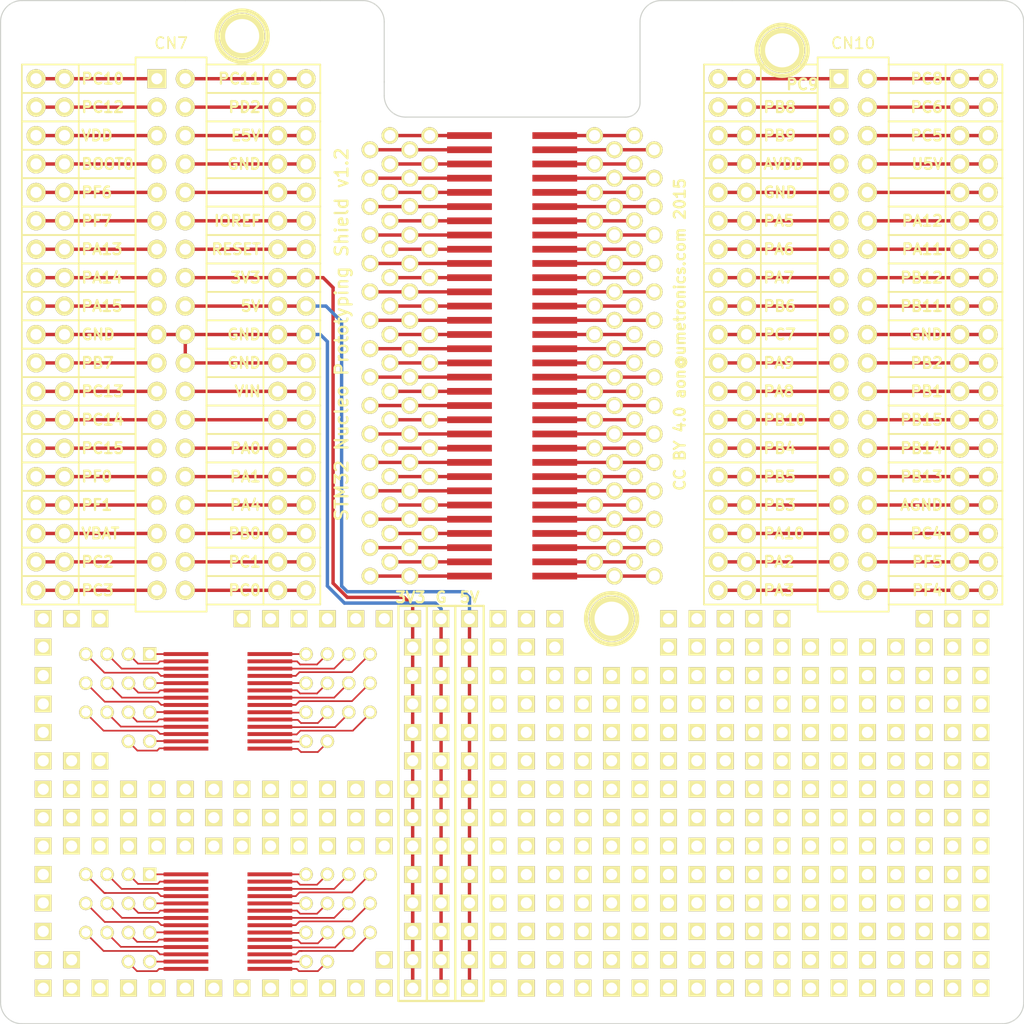
<source format=kicad_pcb>
(kicad_pcb (version 4) (host pcbnew 4.0.0-rc1-stable)
  (layers (0 F.Cu signal) (31 B.Cu signal) (34 B.Paste user) (35 F.Paste user) (36 B.SilkS user) (37 F.SilkS user) (38 B.Mask user) (39 F.Mask user) (44 Edge.Cuts user))
  (net 0 "")
  (net 1 /3V3)
  (net 2 /AGND)
  (net 3 /AVDD)
  (net 4 /BOOT0)
  (net 5 /E5V)
  (net 6 /GND)
  (net 7 /IOREF)
  (net 8 /NC10)
  (net 9 /NC26)
  (net 10 /PA0)
  (net 11 /PA1)
  (net 12 /PA10)
  (net 13 /PA11)
  (net 14 /PA12)
  (net 15 /PA13)
  (net 16 /PA14)
  (net 17 /PA15)
  (net 18 /PA2)
  (net 19 /PA3)
  (net 20 /PA4)
  (net 21 /PA5)
  (net 22 /PA6)
  (net 23 /PA7)
  (net 24 /PA8)
  (net 25 /PA9)
  (net 26 /PB0)
  (net 27 /PB1)
  (net 28 /PB10)
  (net 29 /PB11)
  (net 30 /PB12)
  (net 31 /PB13)
  (net 32 /PB14)
  (net 33 /PB15)
  (net 34 /PB2)
  (net 35 /PB3)
  (net 36 /PB4)
  (net 37 /PB5)
  (net 38 /PB6)
  (net 39 /PB7)
  (net 40 /PB8)
  (net 41 /PB9)
  (net 42 /PC0)
  (net 43 /PC1)
  (net 44 /PC10)
  (net 45 /PC11)
  (net 46 /PC12)
  (net 47 /PC13)
  (net 48 /PC14)
  (net 49 /PC15)
  (net 50 /PC2)
  (net 51 /PC3)
  (net 52 /PC4)
  (net 53 /PC5)
  (net 54 /PC6)
  (net 55 /PC7)
  (net 56 /PC8)
  (net 57 /PC9)
  (net 58 /PD2)
  (net 59 /PF0)
  (net 60 /PF1)
  (net 61 /PF4)
  (net 62 /PF5)
  (net 63 /PF6)
  (net 64 /PF7)
  (net 65 /RESET)
  (net 66 /U5V)
  (net 67 /VBAT)
  (net 68 /VDD)
  (net 69 /VIN)
  (net 70 N-000001)
  (net 71 N-0000010)
  (net 72 N-0000011)
  (net 73 N-0000012)
  (net 74 N-0000013)
  (net 75 N-0000014)
  (net 76 N-0000015)
  (net 77 N-0000016)
  (net 78 N-0000017)
  (net 79 N-0000018)
  (net 80 N-0000019)
  (net 81 N-000002)
  (net 82 N-0000020)
  (net 83 N-0000021)
  (net 84 N-0000022)
  (net 85 N-0000023)
  (net 86 N-0000024)
  (net 87 N-0000025)
  (net 88 N-0000026)
  (net 89 N-0000027)
  (net 90 N-0000028)
  (net 91 N-0000029)
  (net 92 N-000003)
  (net 93 N-0000030)
  (net 94 N-0000031)
  (net 95 N-0000032)
  (net 96 N-000004)
  (net 97 N-000005)
  (net 98 N-000006)
  (net 99 N-000007)
  (net 100 N-000009)
  (net 101 /5V)
  (net 102 "Net-(P77-Pad1)")
  (net 103 "Net-(P77-Pad7)")
  (net 104 "Net-(P77-Pad4)")
  (net 105 "Net-(P77-Pad10)")
  (net 106 "Net-(U1-Pad1)")
  (net 107 "Net-(U1-Pad2)")
  (net 108 "Net-(U1-Pad3)")
  (net 109 "Net-(U1-Pad4)")
  (net 110 "Net-(U1-Pad5)")
  (net 111 "Net-(U1-Pad6)")
  (net 112 "Net-(U1-Pad7)")
  (net 113 "Net-(U1-Pad8)")
  (net 114 "Net-(U1-Pad9)")
  (net 115 "Net-(U1-Pad10)")
  (net 116 "Net-(U1-Pad12)")
  (net 117 "Net-(U1-Pad13)")
  (net 118 "Net-(U1-Pad14)")
  (net 119 "Net-(U1-Pad28)")
  (net 120 "Net-(U1-Pad27)")
  (net 121 "Net-(U1-Pad26)")
  (net 122 "Net-(U1-Pad25)")
  (net 123 "Net-(U1-Pad24)")
  (net 124 "Net-(U1-Pad23)")
  (net 125 "Net-(U1-Pad22)")
  (net 126 "Net-(U1-Pad021)")
  (net 127 "Net-(U1-Pad20)")
  (net 128 "Net-(U1-Pad19)")
  (net 129 "Net-(U1-Pad18)")
  (net 130 "Net-(U1-Pad17)")
  (net 131 "Net-(U1-Pad16)")
  (net 132 "Net-(U1-Pad15)")
  (net 133 "Net-(U1-Pad11)")
  (module SOIC_AREA (layer F.Cu) (at 132.08 102.235)
    (fp_text reference P77 hide)
    (fp_text value SOIC_AREA hide)
    (pad 1 smd rect (at -3.81 -1.27) (size 4 0.6) (layers F.Cu F.Paste F.Mask) (net 102 "Net-(P77-Pad1)"))
    (pad 7 smd rect (at 3.81 -1.27) (size 4 0.6) (layers F.Cu F.Paste F.Mask) (net 103 "Net-(P77-Pad7)"))
    (pad 4 smd rect (at -3.81 0) (size 4 0.6) (layers F.Cu F.Paste F.Mask) (net 104 "Net-(P77-Pad4)"))
    (pad 10 smd rect (at 3.81 0) (size 4 0.6) (layers F.Cu F.Paste F.Mask) (net 105 "Net-(P77-Pad10)"))
    (pad 2 thru_hole circle (at -7.366 -1.27) (size 1.5 1.5) (drill 1) (layers *.Cu *.Mask F.SilkS) (net 102 "Net-(P77-Pad1)"))
    (pad 3 thru_hole circle (at -10.922 -1.27) (size 1.5 1.5) (drill 1) (layers *.Cu *.Mask F.SilkS) (net 102 "Net-(P77-Pad1)"))
    (pad 5 thru_hole circle (at -9.144 0) (size 1.5 1.5) (drill 1) (layers *.Cu *.Mask F.SilkS) (net 104 "Net-(P77-Pad4)"))
    (pad 6 thru_hole circle (at -12.7 0) (size 1.5 1.5) (drill 1) (layers *.Cu *.Mask F.SilkS) (net 104 "Net-(P77-Pad4)"))
    (pad 11 thru_hole circle (at 9.144 0) (size 1.5 1.5) (drill 1) (layers *.Cu *.Mask F.SilkS) (net 105 "Net-(P77-Pad10)"))
    (pad 12 thru_hole circle (at 12.7 0) (size 1.5 1.5) (drill 1) (layers *.Cu *.Mask F.SilkS) (net 105 "Net-(P77-Pad10)"))
    (pad 8 thru_hole circle (at 7.366 -1.27) (size 1.5 1.5) (drill 1) (layers *.Cu *.Mask F.SilkS) (net 103 "Net-(P77-Pad7)"))
    (pad 9 thru_hole circle (at 10.922 -1.27) (size 1.5 1.5) (drill 1) (layers *.Cu *.Mask F.SilkS) (net 103 "Net-(P77-Pad7)"))
  )
  (module SOIC_AREA (layer F.Cu) (at 132.08 99.695)
    (fp_text reference P77 hide)
    (fp_text value SOIC_AREA hide)
    (pad 1 smd rect (at -3.81 -1.27) (size 4 0.6) (layers F.Cu F.Paste F.Mask) (net 96 N-000004))
    (pad 7 smd rect (at 3.81 -1.27) (size 4 0.6) (layers F.Cu F.Paste F.Mask) (net 81 N-000002))
    (pad 4 smd rect (at -3.81 0) (size 4 0.6) (layers F.Cu F.Paste F.Mask) (net 92 N-000003))
    (pad 10 smd rect (at 3.81 0) (size 4 0.6) (layers F.Cu F.Paste F.Mask) (net 70 N-000001))
    (pad 2 thru_hole circle (at -7.366 -1.27) (size 1.5 1.5) (drill 1) (layers *.Cu *.Mask F.SilkS) (net 96 N-000004))
    (pad 3 thru_hole circle (at -10.922 -1.27) (size 1.5 1.5) (drill 1) (layers *.Cu *.Mask F.SilkS) (net 96 N-000004))
    (pad 5 thru_hole circle (at -9.144 0) (size 1.5 1.5) (drill 1) (layers *.Cu *.Mask F.SilkS) (net 92 N-000003))
    (pad 6 thru_hole circle (at -12.7 0) (size 1.5 1.5) (drill 1) (layers *.Cu *.Mask F.SilkS) (net 92 N-000003))
    (pad 11 thru_hole circle (at 9.144 0) (size 1.5 1.5) (drill 1) (layers *.Cu *.Mask F.SilkS) (net 70 N-000001))
    (pad 12 thru_hole circle (at 12.7 0) (size 1.5 1.5) (drill 1) (layers *.Cu *.Mask F.SilkS) (net 70 N-000001))
    (pad 8 thru_hole circle (at 7.366 -1.27) (size 1.5 1.5) (drill 1) (layers *.Cu *.Mask F.SilkS) (net 81 N-000002))
    (pad 9 thru_hole circle (at 10.922 -1.27) (size 1.5 1.5) (drill 1) (layers *.Cu *.Mask F.SilkS) (net 81 N-000002))
  )
  (module SOIC_AREA (layer F.Cu) (at 132.08 79.375)
    (fp_text reference P77 hide)
    (fp_text value SOIC_AREA hide)
    (pad 1 smd rect (at -3.81 -1.27) (size 4 0.6) (layers F.Cu F.Paste F.Mask) (net 96 N-000004))
    (pad 7 smd rect (at 3.81 -1.27) (size 4 0.6) (layers F.Cu F.Paste F.Mask) (net 81 N-000002))
    (pad 4 smd rect (at -3.81 0) (size 4 0.6) (layers F.Cu F.Paste F.Mask) (net 92 N-000003))
    (pad 10 smd rect (at 3.81 0) (size 4 0.6) (layers F.Cu F.Paste F.Mask) (net 70 N-000001))
    (pad 2 thru_hole circle (at -7.366 -1.27) (size 1.5 1.5) (drill 1) (layers *.Cu *.Mask F.SilkS) (net 96 N-000004))
    (pad 3 thru_hole circle (at -10.922 -1.27) (size 1.5 1.5) (drill 1) (layers *.Cu *.Mask F.SilkS) (net 96 N-000004))
    (pad 5 thru_hole circle (at -9.144 0) (size 1.5 1.5) (drill 1) (layers *.Cu *.Mask F.SilkS) (net 92 N-000003))
    (pad 6 thru_hole circle (at -12.7 0) (size 1.5 1.5) (drill 1) (layers *.Cu *.Mask F.SilkS) (net 92 N-000003))
    (pad 11 thru_hole circle (at 9.144 0) (size 1.5 1.5) (drill 1) (layers *.Cu *.Mask F.SilkS) (net 70 N-000001))
    (pad 12 thru_hole circle (at 12.7 0) (size 1.5 1.5) (drill 1) (layers *.Cu *.Mask F.SilkS) (net 70 N-000001))
    (pad 8 thru_hole circle (at 7.366 -1.27) (size 1.5 1.5) (drill 1) (layers *.Cu *.Mask F.SilkS) (net 81 N-000002))
    (pad 9 thru_hole circle (at 10.922 -1.27) (size 1.5 1.5) (drill 1) (layers *.Cu *.Mask F.SilkS) (net 81 N-000002))
  )
  (module SOIC_AREA (layer F.Cu) (at 132.08 81.915)
    (fp_text reference P77 hide)
    (fp_text value SOIC_AREA hide)
    (pad 1 smd rect (at -3.81 -1.27) (size 4 0.6) (layers F.Cu F.Paste F.Mask) (net 96 N-000004))
    (pad 7 smd rect (at 3.81 -1.27) (size 4 0.6) (layers F.Cu F.Paste F.Mask) (net 81 N-000002))
    (pad 4 smd rect (at -3.81 0) (size 4 0.6) (layers F.Cu F.Paste F.Mask) (net 92 N-000003))
    (pad 10 smd rect (at 3.81 0) (size 4 0.6) (layers F.Cu F.Paste F.Mask) (net 70 N-000001))
    (pad 2 thru_hole circle (at -7.366 -1.27) (size 1.5 1.5) (drill 1) (layers *.Cu *.Mask F.SilkS) (net 96 N-000004))
    (pad 3 thru_hole circle (at -10.922 -1.27) (size 1.5 1.5) (drill 1) (layers *.Cu *.Mask F.SilkS) (net 96 N-000004))
    (pad 5 thru_hole circle (at -9.144 0) (size 1.5 1.5) (drill 1) (layers *.Cu *.Mask F.SilkS) (net 92 N-000003))
    (pad 6 thru_hole circle (at -12.7 0) (size 1.5 1.5) (drill 1) (layers *.Cu *.Mask F.SilkS) (net 92 N-000003))
    (pad 11 thru_hole circle (at 9.144 0) (size 1.5 1.5) (drill 1) (layers *.Cu *.Mask F.SilkS) (net 70 N-000001))
    (pad 12 thru_hole circle (at 12.7 0) (size 1.5 1.5) (drill 1) (layers *.Cu *.Mask F.SilkS) (net 70 N-000001))
    (pad 8 thru_hole circle (at 7.366 -1.27) (size 1.5 1.5) (drill 1) (layers *.Cu *.Mask F.SilkS) (net 81 N-000002))
    (pad 9 thru_hole circle (at 10.922 -1.27) (size 1.5 1.5) (drill 1) (layers *.Cu *.Mask F.SilkS) (net 81 N-000002))
  )
  (module SOIC_AREA (layer F.Cu) (at 132.08 86.995)
    (fp_text reference P77 hide)
    (fp_text value SOIC_AREA hide)
    (pad 1 smd rect (at -3.81 -1.27) (size 4 0.6) (layers F.Cu F.Paste F.Mask) (net 96 N-000004))
    (pad 7 smd rect (at 3.81 -1.27) (size 4 0.6) (layers F.Cu F.Paste F.Mask) (net 81 N-000002))
    (pad 4 smd rect (at -3.81 0) (size 4 0.6) (layers F.Cu F.Paste F.Mask) (net 92 N-000003))
    (pad 10 smd rect (at 3.81 0) (size 4 0.6) (layers F.Cu F.Paste F.Mask) (net 70 N-000001))
    (pad 2 thru_hole circle (at -7.366 -1.27) (size 1.5 1.5) (drill 1) (layers *.Cu *.Mask F.SilkS) (net 96 N-000004))
    (pad 3 thru_hole circle (at -10.922 -1.27) (size 1.5 1.5) (drill 1) (layers *.Cu *.Mask F.SilkS) (net 96 N-000004))
    (pad 5 thru_hole circle (at -9.144 0) (size 1.5 1.5) (drill 1) (layers *.Cu *.Mask F.SilkS) (net 92 N-000003))
    (pad 6 thru_hole circle (at -12.7 0) (size 1.5 1.5) (drill 1) (layers *.Cu *.Mask F.SilkS) (net 92 N-000003))
    (pad 11 thru_hole circle (at 9.144 0) (size 1.5 1.5) (drill 1) (layers *.Cu *.Mask F.SilkS) (net 70 N-000001))
    (pad 12 thru_hole circle (at 12.7 0) (size 1.5 1.5) (drill 1) (layers *.Cu *.Mask F.SilkS) (net 70 N-000001))
    (pad 8 thru_hole circle (at 7.366 -1.27) (size 1.5 1.5) (drill 1) (layers *.Cu *.Mask F.SilkS) (net 81 N-000002))
    (pad 9 thru_hole circle (at 10.922 -1.27) (size 1.5 1.5) (drill 1) (layers *.Cu *.Mask F.SilkS) (net 81 N-000002))
  )
  (module SOIC_AREA (layer F.Cu) (at 132.08 84.455)
    (fp_text reference P77 hide)
    (fp_text value SOIC_AREA hide)
    (pad 1 smd rect (at -3.81 -1.27) (size 4 0.6) (layers F.Cu F.Paste F.Mask) (net 96 N-000004))
    (pad 7 smd rect (at 3.81 -1.27) (size 4 0.6) (layers F.Cu F.Paste F.Mask) (net 81 N-000002))
    (pad 4 smd rect (at -3.81 0) (size 4 0.6) (layers F.Cu F.Paste F.Mask) (net 92 N-000003))
    (pad 10 smd rect (at 3.81 0) (size 4 0.6) (layers F.Cu F.Paste F.Mask) (net 70 N-000001))
    (pad 2 thru_hole circle (at -7.366 -1.27) (size 1.5 1.5) (drill 1) (layers *.Cu *.Mask F.SilkS) (net 96 N-000004))
    (pad 3 thru_hole circle (at -10.922 -1.27) (size 1.5 1.5) (drill 1) (layers *.Cu *.Mask F.SilkS) (net 96 N-000004))
    (pad 5 thru_hole circle (at -9.144 0) (size 1.5 1.5) (drill 1) (layers *.Cu *.Mask F.SilkS) (net 92 N-000003))
    (pad 6 thru_hole circle (at -12.7 0) (size 1.5 1.5) (drill 1) (layers *.Cu *.Mask F.SilkS) (net 92 N-000003))
    (pad 11 thru_hole circle (at 9.144 0) (size 1.5 1.5) (drill 1) (layers *.Cu *.Mask F.SilkS) (net 70 N-000001))
    (pad 12 thru_hole circle (at 12.7 0) (size 1.5 1.5) (drill 1) (layers *.Cu *.Mask F.SilkS) (net 70 N-000001))
    (pad 8 thru_hole circle (at 7.366 -1.27) (size 1.5 1.5) (drill 1) (layers *.Cu *.Mask F.SilkS) (net 81 N-000002))
    (pad 9 thru_hole circle (at 10.922 -1.27) (size 1.5 1.5) (drill 1) (layers *.Cu *.Mask F.SilkS) (net 81 N-000002))
  )
  (module SOIC_AREA (layer F.Cu) (at 132.08 94.615)
    (fp_text reference P77 hide)
    (fp_text value SOIC_AREA hide)
    (pad 1 smd rect (at -3.81 -1.27) (size 4 0.6) (layers F.Cu F.Paste F.Mask) (net 96 N-000004))
    (pad 7 smd rect (at 3.81 -1.27) (size 4 0.6) (layers F.Cu F.Paste F.Mask) (net 81 N-000002))
    (pad 4 smd rect (at -3.81 0) (size 4 0.6) (layers F.Cu F.Paste F.Mask) (net 92 N-000003))
    (pad 10 smd rect (at 3.81 0) (size 4 0.6) (layers F.Cu F.Paste F.Mask) (net 70 N-000001))
    (pad 2 thru_hole circle (at -7.366 -1.27) (size 1.5 1.5) (drill 1) (layers *.Cu *.Mask F.SilkS) (net 96 N-000004))
    (pad 3 thru_hole circle (at -10.922 -1.27) (size 1.5 1.5) (drill 1) (layers *.Cu *.Mask F.SilkS) (net 96 N-000004))
    (pad 5 thru_hole circle (at -9.144 0) (size 1.5 1.5) (drill 1) (layers *.Cu *.Mask F.SilkS) (net 92 N-000003))
    (pad 6 thru_hole circle (at -12.7 0) (size 1.5 1.5) (drill 1) (layers *.Cu *.Mask F.SilkS) (net 92 N-000003))
    (pad 11 thru_hole circle (at 9.144 0) (size 1.5 1.5) (drill 1) (layers *.Cu *.Mask F.SilkS) (net 70 N-000001))
    (pad 12 thru_hole circle (at 12.7 0) (size 1.5 1.5) (drill 1) (layers *.Cu *.Mask F.SilkS) (net 70 N-000001))
    (pad 8 thru_hole circle (at 7.366 -1.27) (size 1.5 1.5) (drill 1) (layers *.Cu *.Mask F.SilkS) (net 81 N-000002))
    (pad 9 thru_hole circle (at 10.922 -1.27) (size 1.5 1.5) (drill 1) (layers *.Cu *.Mask F.SilkS) (net 81 N-000002))
  )
  (module SOIC_AREA (layer F.Cu) (at 132.08 97.155)
    (fp_text reference P77 hide)
    (fp_text value SOIC_AREA hide)
    (pad 1 smd rect (at -3.81 -1.27) (size 4 0.6) (layers F.Cu F.Paste F.Mask) (net 96 N-000004))
    (pad 7 smd rect (at 3.81 -1.27) (size 4 0.6) (layers F.Cu F.Paste F.Mask) (net 81 N-000002))
    (pad 4 smd rect (at -3.81 0) (size 4 0.6) (layers F.Cu F.Paste F.Mask) (net 92 N-000003))
    (pad 10 smd rect (at 3.81 0) (size 4 0.6) (layers F.Cu F.Paste F.Mask) (net 70 N-000001))
    (pad 2 thru_hole circle (at -7.366 -1.27) (size 1.5 1.5) (drill 1) (layers *.Cu *.Mask F.SilkS) (net 96 N-000004))
    (pad 3 thru_hole circle (at -10.922 -1.27) (size 1.5 1.5) (drill 1) (layers *.Cu *.Mask F.SilkS) (net 96 N-000004))
    (pad 5 thru_hole circle (at -9.144 0) (size 1.5 1.5) (drill 1) (layers *.Cu *.Mask F.SilkS) (net 92 N-000003))
    (pad 6 thru_hole circle (at -12.7 0) (size 1.5 1.5) (drill 1) (layers *.Cu *.Mask F.SilkS) (net 92 N-000003))
    (pad 11 thru_hole circle (at 9.144 0) (size 1.5 1.5) (drill 1) (layers *.Cu *.Mask F.SilkS) (net 70 N-000001))
    (pad 12 thru_hole circle (at 12.7 0) (size 1.5 1.5) (drill 1) (layers *.Cu *.Mask F.SilkS) (net 70 N-000001))
    (pad 8 thru_hole circle (at 7.366 -1.27) (size 1.5 1.5) (drill 1) (layers *.Cu *.Mask F.SilkS) (net 81 N-000002))
    (pad 9 thru_hole circle (at 10.922 -1.27) (size 1.5 1.5) (drill 1) (layers *.Cu *.Mask F.SilkS) (net 81 N-000002))
  )
  (module SOIC_AREA (layer F.Cu) (at 132.08 92.075)
    (fp_text reference P77 hide)
    (fp_text value SOIC_AREA hide)
    (pad 1 smd rect (at -3.81 -1.27) (size 4 0.6) (layers F.Cu F.Paste F.Mask) (net 96 N-000004))
    (pad 7 smd rect (at 3.81 -1.27) (size 4 0.6) (layers F.Cu F.Paste F.Mask) (net 81 N-000002))
    (pad 4 smd rect (at -3.81 0) (size 4 0.6) (layers F.Cu F.Paste F.Mask) (net 92 N-000003))
    (pad 10 smd rect (at 3.81 0) (size 4 0.6) (layers F.Cu F.Paste F.Mask) (net 70 N-000001))
    (pad 2 thru_hole circle (at -7.366 -1.27) (size 1.5 1.5) (drill 1) (layers *.Cu *.Mask F.SilkS) (net 96 N-000004))
    (pad 3 thru_hole circle (at -10.922 -1.27) (size 1.5 1.5) (drill 1) (layers *.Cu *.Mask F.SilkS) (net 96 N-000004))
    (pad 5 thru_hole circle (at -9.144 0) (size 1.5 1.5) (drill 1) (layers *.Cu *.Mask F.SilkS) (net 92 N-000003))
    (pad 6 thru_hole circle (at -12.7 0) (size 1.5 1.5) (drill 1) (layers *.Cu *.Mask F.SilkS) (net 92 N-000003))
    (pad 11 thru_hole circle (at 9.144 0) (size 1.5 1.5) (drill 1) (layers *.Cu *.Mask F.SilkS) (net 70 N-000001))
    (pad 12 thru_hole circle (at 12.7 0) (size 1.5 1.5) (drill 1) (layers *.Cu *.Mask F.SilkS) (net 70 N-000001))
    (pad 8 thru_hole circle (at 7.366 -1.27) (size 1.5 1.5) (drill 1) (layers *.Cu *.Mask F.SilkS) (net 81 N-000002))
    (pad 9 thru_hole circle (at 10.922 -1.27) (size 1.5 1.5) (drill 1) (layers *.Cu *.Mask F.SilkS) (net 81 N-000002))
  )
  (module SOIC_AREA (layer F.Cu) (at 132.08 89.535)
    (fp_text reference P77 hide)
    (fp_text value SOIC_AREA hide)
    (pad 1 smd rect (at -3.81 -1.27) (size 4 0.6) (layers F.Cu F.Paste F.Mask) (net 96 N-000004))
    (pad 7 smd rect (at 3.81 -1.27) (size 4 0.6) (layers F.Cu F.Paste F.Mask) (net 81 N-000002))
    (pad 4 smd rect (at -3.81 0) (size 4 0.6) (layers F.Cu F.Paste F.Mask) (net 92 N-000003))
    (pad 10 smd rect (at 3.81 0) (size 4 0.6) (layers F.Cu F.Paste F.Mask) (net 70 N-000001))
    (pad 2 thru_hole circle (at -7.366 -1.27) (size 1.5 1.5) (drill 1) (layers *.Cu *.Mask F.SilkS) (net 96 N-000004))
    (pad 3 thru_hole circle (at -10.922 -1.27) (size 1.5 1.5) (drill 1) (layers *.Cu *.Mask F.SilkS) (net 96 N-000004))
    (pad 5 thru_hole circle (at -9.144 0) (size 1.5 1.5) (drill 1) (layers *.Cu *.Mask F.SilkS) (net 92 N-000003))
    (pad 6 thru_hole circle (at -12.7 0) (size 1.5 1.5) (drill 1) (layers *.Cu *.Mask F.SilkS) (net 92 N-000003))
    (pad 11 thru_hole circle (at 9.144 0) (size 1.5 1.5) (drill 1) (layers *.Cu *.Mask F.SilkS) (net 70 N-000001))
    (pad 12 thru_hole circle (at 12.7 0) (size 1.5 1.5) (drill 1) (layers *.Cu *.Mask F.SilkS) (net 70 N-000001))
    (pad 8 thru_hole circle (at 7.366 -1.27) (size 1.5 1.5) (drill 1) (layers *.Cu *.Mask F.SilkS) (net 81 N-000002))
    (pad 9 thru_hole circle (at 10.922 -1.27) (size 1.5 1.5) (drill 1) (layers *.Cu *.Mask F.SilkS) (net 81 N-000002))
  )
  (module SOIC_AREA (layer F.Cu) (at 132.08 69.215)
    (fp_text reference P77 hide)
    (fp_text value SOIC_AREA hide)
    (pad 1 smd rect (at -3.81 -1.27) (size 4 0.6) (layers F.Cu F.Paste F.Mask) (net 96 N-000004))
    (pad 7 smd rect (at 3.81 -1.27) (size 4 0.6) (layers F.Cu F.Paste F.Mask) (net 81 N-000002))
    (pad 4 smd rect (at -3.81 0) (size 4 0.6) (layers F.Cu F.Paste F.Mask) (net 92 N-000003))
    (pad 10 smd rect (at 3.81 0) (size 4 0.6) (layers F.Cu F.Paste F.Mask) (net 70 N-000001))
    (pad 2 thru_hole circle (at -7.366 -1.27) (size 1.5 1.5) (drill 1) (layers *.Cu *.Mask F.SilkS) (net 96 N-000004))
    (pad 3 thru_hole circle (at -10.922 -1.27) (size 1.5 1.5) (drill 1) (layers *.Cu *.Mask F.SilkS) (net 96 N-000004))
    (pad 5 thru_hole circle (at -9.144 0) (size 1.5 1.5) (drill 1) (layers *.Cu *.Mask F.SilkS) (net 92 N-000003))
    (pad 6 thru_hole circle (at -12.7 0) (size 1.5 1.5) (drill 1) (layers *.Cu *.Mask F.SilkS) (net 92 N-000003))
    (pad 11 thru_hole circle (at 9.144 0) (size 1.5 1.5) (drill 1) (layers *.Cu *.Mask F.SilkS) (net 70 N-000001))
    (pad 12 thru_hole circle (at 12.7 0) (size 1.5 1.5) (drill 1) (layers *.Cu *.Mask F.SilkS) (net 70 N-000001))
    (pad 8 thru_hole circle (at 7.366 -1.27) (size 1.5 1.5) (drill 1) (layers *.Cu *.Mask F.SilkS) (net 81 N-000002))
    (pad 9 thru_hole circle (at 10.922 -1.27) (size 1.5 1.5) (drill 1) (layers *.Cu *.Mask F.SilkS) (net 81 N-000002))
  )
  (module SOIC_AREA (layer F.Cu) (at 132.08 71.755)
    (fp_text reference P77 hide)
    (fp_text value SOIC_AREA hide)
    (pad 1 smd rect (at -3.81 -1.27) (size 4 0.6) (layers F.Cu F.Paste F.Mask) (net 96 N-000004))
    (pad 7 smd rect (at 3.81 -1.27) (size 4 0.6) (layers F.Cu F.Paste F.Mask) (net 81 N-000002))
    (pad 4 smd rect (at -3.81 0) (size 4 0.6) (layers F.Cu F.Paste F.Mask) (net 92 N-000003))
    (pad 10 smd rect (at 3.81 0) (size 4 0.6) (layers F.Cu F.Paste F.Mask) (net 70 N-000001))
    (pad 2 thru_hole circle (at -7.366 -1.27) (size 1.5 1.5) (drill 1) (layers *.Cu *.Mask F.SilkS) (net 96 N-000004))
    (pad 3 thru_hole circle (at -10.922 -1.27) (size 1.5 1.5) (drill 1) (layers *.Cu *.Mask F.SilkS) (net 96 N-000004))
    (pad 5 thru_hole circle (at -9.144 0) (size 1.5 1.5) (drill 1) (layers *.Cu *.Mask F.SilkS) (net 92 N-000003))
    (pad 6 thru_hole circle (at -12.7 0) (size 1.5 1.5) (drill 1) (layers *.Cu *.Mask F.SilkS) (net 92 N-000003))
    (pad 11 thru_hole circle (at 9.144 0) (size 1.5 1.5) (drill 1) (layers *.Cu *.Mask F.SilkS) (net 70 N-000001))
    (pad 12 thru_hole circle (at 12.7 0) (size 1.5 1.5) (drill 1) (layers *.Cu *.Mask F.SilkS) (net 70 N-000001))
    (pad 8 thru_hole circle (at 7.366 -1.27) (size 1.5 1.5) (drill 1) (layers *.Cu *.Mask F.SilkS) (net 81 N-000002))
    (pad 9 thru_hole circle (at 10.922 -1.27) (size 1.5 1.5) (drill 1) (layers *.Cu *.Mask F.SilkS) (net 81 N-000002))
  )
  (module SOIC_AREA (layer F.Cu) (at 132.08 76.835)
    (fp_text reference P77 hide)
    (fp_text value SOIC_AREA hide)
    (pad 1 smd rect (at -3.81 -1.27) (size 4 0.6) (layers F.Cu F.Paste F.Mask) (net 96 N-000004))
    (pad 7 smd rect (at 3.81 -1.27) (size 4 0.6) (layers F.Cu F.Paste F.Mask) (net 81 N-000002))
    (pad 4 smd rect (at -3.81 0) (size 4 0.6) (layers F.Cu F.Paste F.Mask) (net 92 N-000003))
    (pad 10 smd rect (at 3.81 0) (size 4 0.6) (layers F.Cu F.Paste F.Mask) (net 70 N-000001))
    (pad 2 thru_hole circle (at -7.366 -1.27) (size 1.5 1.5) (drill 1) (layers *.Cu *.Mask F.SilkS) (net 96 N-000004))
    (pad 3 thru_hole circle (at -10.922 -1.27) (size 1.5 1.5) (drill 1) (layers *.Cu *.Mask F.SilkS) (net 96 N-000004))
    (pad 5 thru_hole circle (at -9.144 0) (size 1.5 1.5) (drill 1) (layers *.Cu *.Mask F.SilkS) (net 92 N-000003))
    (pad 6 thru_hole circle (at -12.7 0) (size 1.5 1.5) (drill 1) (layers *.Cu *.Mask F.SilkS) (net 92 N-000003))
    (pad 11 thru_hole circle (at 9.144 0) (size 1.5 1.5) (drill 1) (layers *.Cu *.Mask F.SilkS) (net 70 N-000001))
    (pad 12 thru_hole circle (at 12.7 0) (size 1.5 1.5) (drill 1) (layers *.Cu *.Mask F.SilkS) (net 70 N-000001))
    (pad 8 thru_hole circle (at 7.366 -1.27) (size 1.5 1.5) (drill 1) (layers *.Cu *.Mask F.SilkS) (net 81 N-000002))
    (pad 9 thru_hole circle (at 10.922 -1.27) (size 1.5 1.5) (drill 1) (layers *.Cu *.Mask F.SilkS) (net 81 N-000002))
  )
  (module SOIC_AREA (layer F.Cu) (at 132.08 74.295)
    (fp_text reference P77 hide)
    (fp_text value SOIC_AREA hide)
    (pad 1 smd rect (at -3.81 -1.27) (size 4 0.6) (layers F.Cu F.Paste F.Mask) (net 96 N-000004))
    (pad 7 smd rect (at 3.81 -1.27) (size 4 0.6) (layers F.Cu F.Paste F.Mask) (net 81 N-000002))
    (pad 4 smd rect (at -3.81 0) (size 4 0.6) (layers F.Cu F.Paste F.Mask) (net 92 N-000003))
    (pad 10 smd rect (at 3.81 0) (size 4 0.6) (layers F.Cu F.Paste F.Mask) (net 70 N-000001))
    (pad 2 thru_hole circle (at -7.366 -1.27) (size 1.5 1.5) (drill 1) (layers *.Cu *.Mask F.SilkS) (net 96 N-000004))
    (pad 3 thru_hole circle (at -10.922 -1.27) (size 1.5 1.5) (drill 1) (layers *.Cu *.Mask F.SilkS) (net 96 N-000004))
    (pad 5 thru_hole circle (at -9.144 0) (size 1.5 1.5) (drill 1) (layers *.Cu *.Mask F.SilkS) (net 92 N-000003))
    (pad 6 thru_hole circle (at -12.7 0) (size 1.5 1.5) (drill 1) (layers *.Cu *.Mask F.SilkS) (net 92 N-000003))
    (pad 11 thru_hole circle (at 9.144 0) (size 1.5 1.5) (drill 1) (layers *.Cu *.Mask F.SilkS) (net 70 N-000001))
    (pad 12 thru_hole circle (at 12.7 0) (size 1.5 1.5) (drill 1) (layers *.Cu *.Mask F.SilkS) (net 70 N-000001))
    (pad 8 thru_hole circle (at 7.366 -1.27) (size 1.5 1.5) (drill 1) (layers *.Cu *.Mask F.SilkS) (net 81 N-000002))
    (pad 9 thru_hole circle (at 10.922 -1.27) (size 1.5 1.5) (drill 1) (layers *.Cu *.Mask F.SilkS) (net 81 N-000002))
  )
  (module SOIC_AREA (layer F.Cu) (at 132.08 64.135)
    (fp_text reference P77 hide)
    (fp_text value SOIC_AREA hide)
    (pad 1 smd rect (at -3.81 -1.27) (size 4 0.6) (layers F.Cu F.Paste F.Mask) (net 96 N-000004))
    (pad 7 smd rect (at 3.81 -1.27) (size 4 0.6) (layers F.Cu F.Paste F.Mask) (net 81 N-000002))
    (pad 4 smd rect (at -3.81 0) (size 4 0.6) (layers F.Cu F.Paste F.Mask) (net 92 N-000003))
    (pad 10 smd rect (at 3.81 0) (size 4 0.6) (layers F.Cu F.Paste F.Mask) (net 70 N-000001))
    (pad 2 thru_hole circle (at -7.366 -1.27) (size 1.5 1.5) (drill 1) (layers *.Cu *.Mask F.SilkS) (net 96 N-000004))
    (pad 3 thru_hole circle (at -10.922 -1.27) (size 1.5 1.5) (drill 1) (layers *.Cu *.Mask F.SilkS) (net 96 N-000004))
    (pad 5 thru_hole circle (at -9.144 0) (size 1.5 1.5) (drill 1) (layers *.Cu *.Mask F.SilkS) (net 92 N-000003))
    (pad 6 thru_hole circle (at -12.7 0) (size 1.5 1.5) (drill 1) (layers *.Cu *.Mask F.SilkS) (net 92 N-000003))
    (pad 11 thru_hole circle (at 9.144 0) (size 1.5 1.5) (drill 1) (layers *.Cu *.Mask F.SilkS) (net 70 N-000001))
    (pad 12 thru_hole circle (at 12.7 0) (size 1.5 1.5) (drill 1) (layers *.Cu *.Mask F.SilkS) (net 70 N-000001))
    (pad 8 thru_hole circle (at 7.366 -1.27) (size 1.5 1.5) (drill 1) (layers *.Cu *.Mask F.SilkS) (net 81 N-000002))
    (pad 9 thru_hole circle (at 10.922 -1.27) (size 1.5 1.5) (drill 1) (layers *.Cu *.Mask F.SilkS) (net 81 N-000002))
  )
  (module SOIC_AREA (layer F.Cu) (at 132.08 66.675)
    (fp_text reference P77 hide)
    (fp_text value SOIC_AREA hide)
    (pad 1 smd rect (at -3.81 -1.27) (size 4 0.6) (layers F.Cu F.Paste F.Mask) (net 96 N-000004))
    (pad 7 smd rect (at 3.81 -1.27) (size 4 0.6) (layers F.Cu F.Paste F.Mask) (net 81 N-000002))
    (pad 4 smd rect (at -3.81 0) (size 4 0.6) (layers F.Cu F.Paste F.Mask) (net 92 N-000003))
    (pad 10 smd rect (at 3.81 0) (size 4 0.6) (layers F.Cu F.Paste F.Mask) (net 70 N-000001))
    (pad 2 thru_hole circle (at -7.366 -1.27) (size 1.5 1.5) (drill 1) (layers *.Cu *.Mask F.SilkS) (net 96 N-000004))
    (pad 3 thru_hole circle (at -10.922 -1.27) (size 1.5 1.5) (drill 1) (layers *.Cu *.Mask F.SilkS) (net 96 N-000004))
    (pad 5 thru_hole circle (at -9.144 0) (size 1.5 1.5) (drill 1) (layers *.Cu *.Mask F.SilkS) (net 92 N-000003))
    (pad 6 thru_hole circle (at -12.7 0) (size 1.5 1.5) (drill 1) (layers *.Cu *.Mask F.SilkS) (net 92 N-000003))
    (pad 11 thru_hole circle (at 9.144 0) (size 1.5 1.5) (drill 1) (layers *.Cu *.Mask F.SilkS) (net 70 N-000001))
    (pad 12 thru_hole circle (at 12.7 0) (size 1.5 1.5) (drill 1) (layers *.Cu *.Mask F.SilkS) (net 70 N-000001))
    (pad 8 thru_hole circle (at 7.366 -1.27) (size 1.5 1.5) (drill 1) (layers *.Cu *.Mask F.SilkS) (net 81 N-000002))
    (pad 9 thru_hole circle (at 10.922 -1.27) (size 1.5 1.5) (drill 1) (layers *.Cu *.Mask F.SilkS) (net 81 N-000002))
  )
  (module PIN_ARRAY_19X2 (layer F.Cu) (at 102.87 78.105 270)
    (fp_text reference CN7 (at -23.495 1.27 360) (layer F.SilkS))
    (fp_text value 2X19_HEADER hide)
    (pad 1 thru_hole rect (at -20.32 2.54 270) (size 1.7 1.7) (drill 1) (layers *.Cu *.Mask F.SilkS) (net 44 /PC10))
    (pad 2 thru_hole circle (at -20.32 0 270) (size 1.7 1.7) (drill 1) (layers *.Cu *.Mask F.SilkS) (net 45 /PC11))
    (pad 3 thru_hole circle (at -17.78 2.54 270) (size 1.7 1.7) (drill 1) (layers *.Cu *.Mask F.SilkS) (net 46 /PC12))
    (pad 4 thru_hole circle (at -17.78 0 270) (size 1.7 1.7) (drill 1) (layers *.Cu *.Mask F.SilkS) (net 58 /PD2))
    (pad 5 thru_hole circle (at -15.24 2.54 270) (size 1.7 1.7) (drill 1) (layers *.Cu *.Mask F.SilkS) (net 68 /VDD))
    (pad 6 thru_hole circle (at -15.24 0 270) (size 1.7 1.7) (drill 1) (layers *.Cu *.Mask F.SilkS) (net 5 /E5V))
    (pad 7 thru_hole circle (at -12.7 2.54 270) (size 1.7 1.7) (drill 1) (layers *.Cu *.Mask F.SilkS) (net 4 /BOOT0))
    (pad 8 thru_hole circle (at -12.7 0 270) (size 1.7 1.7) (drill 1) (layers *.Cu *.Mask F.SilkS) (net 6 /GND))
    (pad 9 thru_hole circle (at -10.16 2.54 270) (size 1.7 1.7) (drill 1) (layers *.Cu *.Mask F.SilkS) (net 63 /PF6))
    (pad 10 thru_hole circle (at -10.16 0 270) (size 1.7 1.7) (drill 1) (layers *.Cu *.Mask F.SilkS) (net 8 /NC10))
    (pad 11 thru_hole circle (at -7.62 2.54 270) (size 1.7 1.7) (drill 1) (layers *.Cu *.Mask F.SilkS) (net 64 /PF7))
    (pad 12 thru_hole circle (at -7.62 0 270) (size 1.7 1.7) (drill 1) (layers *.Cu *.Mask F.SilkS) (net 7 /IOREF))
    (pad 13 thru_hole circle (at -5.08 2.54 270) (size 1.7 1.7) (drill 1) (layers *.Cu *.Mask F.SilkS) (net 15 /PA13))
    (pad 14 thru_hole circle (at -5.08 0 270) (size 1.7 1.7) (drill 1) (layers *.Cu *.Mask F.SilkS) (net 65 /RESET))
    (pad 15 thru_hole circle (at -2.54 2.54 270) (size 1.7 1.7) (drill 1) (layers *.Cu *.Mask F.SilkS) (net 16 /PA14))
    (pad 16 thru_hole circle (at -2.54 0 270) (size 1.7 1.7) (drill 1) (layers *.Cu *.Mask F.SilkS) (net 1 /3V3))
    (pad 17 thru_hole circle (at 0 2.54 270) (size 1.7 1.7) (drill 1) (layers *.Cu *.Mask F.SilkS) (net 17 /PA15))
    (pad 18 thru_hole circle (at 0 0 270) (size 1.7 1.7) (drill 1) (layers *.Cu *.Mask F.SilkS) (net 101 /5V))
    (pad 19 thru_hole circle (at 2.54 2.54 270) (size 1.7 1.7) (drill 1) (layers *.Cu *.Mask F.SilkS) (net 6 /GND))
    (pad 20 thru_hole circle (at 2.54 0 270) (size 1.7 1.7) (drill 1) (layers *.Cu *.Mask F.SilkS) (net 6 /GND))
    (pad 21 thru_hole circle (at 5.08 2.54 270) (size 1.7 1.7) (drill 1) (layers *.Cu *.Mask F.SilkS) (net 39 /PB7))
    (pad 22 thru_hole circle (at 5.08 0 270) (size 1.7 1.7) (drill 1) (layers *.Cu *.Mask F.SilkS) (net 6 /GND))
    (pad 23 thru_hole circle (at 7.62 2.54 270) (size 1.7 1.7) (drill 1) (layers *.Cu *.Mask F.SilkS) (net 47 /PC13))
    (pad 24 thru_hole circle (at 7.62 0 270) (size 1.7 1.7) (drill 1) (layers *.Cu *.Mask F.SilkS) (net 69 /VIN))
    (pad 25 thru_hole circle (at 10.16 2.54 270) (size 1.7 1.7) (drill 1) (layers *.Cu *.Mask F.SilkS) (net 48 /PC14))
    (pad 26 thru_hole circle (at 10.16 0 270) (size 1.7 1.7) (drill 1) (layers *.Cu *.Mask F.SilkS) (net 9 /NC26))
    (pad 27 thru_hole circle (at 12.7 2.54 270) (size 1.7 1.7) (drill 1) (layers *.Cu *.Mask F.SilkS) (net 49 /PC15))
    (pad 28 thru_hole circle (at 12.7 0 270) (size 1.7 1.7) (drill 1) (layers *.Cu *.Mask F.SilkS) (net 10 /PA0))
    (pad 29 thru_hole circle (at 15.24 2.54 270) (size 1.7 1.7) (drill 1) (layers *.Cu *.Mask F.SilkS) (net 59 /PF0))
    (pad 30 thru_hole circle (at 15.24 0 270) (size 1.7 1.7) (drill 1) (layers *.Cu *.Mask F.SilkS) (net 11 /PA1))
    (pad 31 thru_hole circle (at 17.78 2.54 270) (size 1.7 1.7) (drill 1) (layers *.Cu *.Mask F.SilkS) (net 60 /PF1))
    (pad 32 thru_hole circle (at 17.78 0 270) (size 1.7 1.7) (drill 1) (layers *.Cu *.Mask F.SilkS) (net 20 /PA4))
    (pad 33 thru_hole circle (at 20.32 2.54 270) (size 1.7 1.7) (drill 1) (layers *.Cu *.Mask F.SilkS) (net 67 /VBAT))
    (pad 34 thru_hole circle (at 20.32 0 270) (size 1.7 1.7) (drill 1) (layers *.Cu *.Mask F.SilkS) (net 26 /PB0))
    (pad 35 thru_hole circle (at 22.86 2.54 270) (size 1.7 1.7) (drill 1) (layers *.Cu *.Mask F.SilkS) (net 50 /PC2))
    (pad 36 thru_hole circle (at 22.86 0 270) (size 1.7 1.7) (drill 1) (layers *.Cu *.Mask F.SilkS) (net 43 /PC1))
    (pad 37 thru_hole circle (at 25.4 2.54 270) (size 1.7 1.7) (drill 1) (layers *.Cu *.Mask F.SilkS) (net 51 /PC3))
    (pad 38 thru_hole circle (at 25.4 0 270) (size 1.7 1.7) (drill 1) (layers *.Cu *.Mask F.SilkS) (net 42 /PC0))
  )
  (module PIN_ARRAY_19X2 (layer F.Cu) (at 163.83 78.105 270)
    (fp_text reference CN10 (at -23.495 1.27 360) (layer F.SilkS))
    (fp_text value 2X19_HEADER hide)
    (pad 1 thru_hole rect (at -20.32 2.54 270) (size 1.7 1.7) (drill 1) (layers *.Cu *.Mask F.SilkS) (net 57 /PC9))
    (pad 2 thru_hole circle (at -20.32 0 270) (size 1.7 1.7) (drill 1) (layers *.Cu *.Mask F.SilkS) (net 56 /PC8))
    (pad 3 thru_hole circle (at -17.78 2.54 270) (size 1.7 1.7) (drill 1) (layers *.Cu *.Mask F.SilkS) (net 40 /PB8))
    (pad 4 thru_hole circle (at -17.78 0 270) (size 1.7 1.7) (drill 1) (layers *.Cu *.Mask F.SilkS) (net 54 /PC6))
    (pad 5 thru_hole circle (at -15.24 2.54 270) (size 1.7 1.7) (drill 1) (layers *.Cu *.Mask F.SilkS) (net 41 /PB9))
    (pad 6 thru_hole circle (at -15.24 0 270) (size 1.7 1.7) (drill 1) (layers *.Cu *.Mask F.SilkS) (net 53 /PC5))
    (pad 7 thru_hole circle (at -12.7 2.54 270) (size 1.7 1.7) (drill 1) (layers *.Cu *.Mask F.SilkS) (net 3 /AVDD))
    (pad 8 thru_hole circle (at -12.7 0 270) (size 1.7 1.7) (drill 1) (layers *.Cu *.Mask F.SilkS) (net 66 /U5V))
    (pad 9 thru_hole circle (at -10.16 2.54 270) (size 1.7 1.7) (drill 1) (layers *.Cu *.Mask F.SilkS) (net 6 /GND))
    (pad 10 thru_hole circle (at -10.16 0 270) (size 1.7 1.7) (drill 1) (layers *.Cu *.Mask F.SilkS) (net 8 /NC10))
    (pad 11 thru_hole circle (at -7.62 2.54 270) (size 1.7 1.7) (drill 1) (layers *.Cu *.Mask F.SilkS) (net 21 /PA5))
    (pad 12 thru_hole circle (at -7.62 0 270) (size 1.7 1.7) (drill 1) (layers *.Cu *.Mask F.SilkS) (net 14 /PA12))
    (pad 13 thru_hole circle (at -5.08 2.54 270) (size 1.7 1.7) (drill 1) (layers *.Cu *.Mask F.SilkS) (net 22 /PA6))
    (pad 14 thru_hole circle (at -5.08 0 270) (size 1.7 1.7) (drill 1) (layers *.Cu *.Mask F.SilkS) (net 13 /PA11))
    (pad 15 thru_hole circle (at -2.54 2.54 270) (size 1.7 1.7) (drill 1) (layers *.Cu *.Mask F.SilkS) (net 23 /PA7))
    (pad 16 thru_hole circle (at -2.54 0 270) (size 1.7 1.7) (drill 1) (layers *.Cu *.Mask F.SilkS) (net 30 /PB12))
    (pad 17 thru_hole circle (at 0 2.54 270) (size 1.7 1.7) (drill 1) (layers *.Cu *.Mask F.SilkS) (net 38 /PB6))
    (pad 18 thru_hole circle (at 0 0 270) (size 1.7 1.7) (drill 1) (layers *.Cu *.Mask F.SilkS) (net 29 /PB11))
    (pad 19 thru_hole circle (at 2.54 2.54 270) (size 1.7 1.7) (drill 1) (layers *.Cu *.Mask F.SilkS) (net 55 /PC7))
    (pad 20 thru_hole circle (at 2.54 0 270) (size 1.7 1.7) (drill 1) (layers *.Cu *.Mask F.SilkS) (net 6 /GND))
    (pad 21 thru_hole circle (at 5.08 2.54 270) (size 1.7 1.7) (drill 1) (layers *.Cu *.Mask F.SilkS) (net 25 /PA9))
    (pad 22 thru_hole circle (at 5.08 0 270) (size 1.7 1.7) (drill 1) (layers *.Cu *.Mask F.SilkS) (net 34 /PB2))
    (pad 23 thru_hole circle (at 7.62 2.54 270) (size 1.7 1.7) (drill 1) (layers *.Cu *.Mask F.SilkS) (net 24 /PA8))
    (pad 24 thru_hole circle (at 7.62 0 270) (size 1.7 1.7) (drill 1) (layers *.Cu *.Mask F.SilkS) (net 27 /PB1))
    (pad 25 thru_hole circle (at 10.16 2.54 270) (size 1.7 1.7) (drill 1) (layers *.Cu *.Mask F.SilkS) (net 28 /PB10))
    (pad 26 thru_hole circle (at 10.16 0 270) (size 1.7 1.7) (drill 1) (layers *.Cu *.Mask F.SilkS) (net 33 /PB15))
    (pad 27 thru_hole circle (at 12.7 2.54 270) (size 1.7 1.7) (drill 1) (layers *.Cu *.Mask F.SilkS) (net 36 /PB4))
    (pad 28 thru_hole circle (at 12.7 0 270) (size 1.7 1.7) (drill 1) (layers *.Cu *.Mask F.SilkS) (net 32 /PB14))
    (pad 29 thru_hole circle (at 15.24 2.54 270) (size 1.7 1.7) (drill 1) (layers *.Cu *.Mask F.SilkS) (net 37 /PB5))
    (pad 30 thru_hole circle (at 15.24 0 270) (size 1.7 1.7) (drill 1) (layers *.Cu *.Mask F.SilkS) (net 31 /PB13))
    (pad 31 thru_hole circle (at 17.78 2.54 270) (size 1.7 1.7) (drill 1) (layers *.Cu *.Mask F.SilkS) (net 35 /PB3))
    (pad 32 thru_hole circle (at 17.78 0 270) (size 1.7 1.7) (drill 1) (layers *.Cu *.Mask F.SilkS) (net 2 /AGND))
    (pad 33 thru_hole circle (at 20.32 2.54 270) (size 1.7 1.7) (drill 1) (layers *.Cu *.Mask F.SilkS) (net 12 /PA10))
    (pad 34 thru_hole circle (at 20.32 0 270) (size 1.7 1.7) (drill 1) (layers *.Cu *.Mask F.SilkS) (net 52 /PC4))
    (pad 35 thru_hole circle (at 22.86 2.54 270) (size 1.7 1.7) (drill 1) (layers *.Cu *.Mask F.SilkS) (net 18 /PA2))
    (pad 36 thru_hole circle (at 22.86 0 270) (size 1.7 1.7) (drill 1) (layers *.Cu *.Mask F.SilkS) (net 62 /PF5))
    (pad 37 thru_hole circle (at 25.4 2.54 270) (size 1.7 1.7) (drill 1) (layers *.Cu *.Mask F.SilkS) (net 19 /PA3))
    (pad 38 thru_hole circle (at 25.4 0 270) (size 1.7 1.7) (drill 1) (layers *.Cu *.Mask F.SilkS) (net 61 /PF4))
  )
  (module CONN_2 (layer F.Cu) (at 150.495 80.645)
    (fp_text reference P48 hide)
    (fp_text value CONN_2 hide)
    (pad 1 thru_hole circle (at 0 0) (size 1.7 1.7) (drill 1) (layers *.Cu *.Mask F.SilkS) (net 55 /PC7))
    (pad 2 thru_hole circle (at 2.54 0) (size 1.7 1.7) (drill 1) (layers *.Cu *.Mask F.SilkS) (net 55 /PC7))
  )
  (module CONN_2 (layer F.Cu) (at 150.495 103.505)
    (fp_text reference P57 hide)
    (fp_text value CONN_2 hide)
    (pad 1 thru_hole circle (at 0 0) (size 1.7 1.7) (drill 1) (layers *.Cu *.Mask F.SilkS) (net 19 /PA3))
    (pad 2 thru_hole circle (at 2.54 0) (size 1.7 1.7) (drill 1) (layers *.Cu *.Mask F.SilkS) (net 19 /PA3))
  )
  (module CONN_2 (layer F.Cu) (at 150.495 100.965)
    (fp_text reference P56 hide)
    (fp_text value CONN_2 hide)
    (pad 1 thru_hole circle (at 0 0) (size 1.7 1.7) (drill 1) (layers *.Cu *.Mask F.SilkS) (net 18 /PA2))
    (pad 2 thru_hole circle (at 2.54 0) (size 1.7 1.7) (drill 1) (layers *.Cu *.Mask F.SilkS) (net 18 /PA2))
  )
  (module CONN_2 (layer F.Cu) (at 150.495 98.425)
    (fp_text reference P55 hide)
    (fp_text value CONN_2 hide)
    (pad 1 thru_hole circle (at 0 0) (size 1.7 1.7) (drill 1) (layers *.Cu *.Mask F.SilkS) (net 12 /PA10))
    (pad 2 thru_hole circle (at 2.54 0) (size 1.7 1.7) (drill 1) (layers *.Cu *.Mask F.SilkS) (net 12 /PA10))
  )
  (module CONN_2 (layer F.Cu) (at 150.495 95.885)
    (fp_text reference P54 hide)
    (fp_text value CONN_2 hide)
    (pad 1 thru_hole circle (at 0 0) (size 1.7 1.7) (drill 1) (layers *.Cu *.Mask F.SilkS) (net 35 /PB3))
    (pad 2 thru_hole circle (at 2.54 0) (size 1.7 1.7) (drill 1) (layers *.Cu *.Mask F.SilkS) (net 35 /PB3))
  )
  (module CONN_2 (layer F.Cu) (at 150.495 93.345)
    (fp_text reference P53 hide)
    (fp_text value CONN_2 hide)
    (pad 1 thru_hole circle (at 0 0) (size 1.7 1.7) (drill 1) (layers *.Cu *.Mask F.SilkS) (net 37 /PB5))
    (pad 2 thru_hole circle (at 2.54 0) (size 1.7 1.7) (drill 1) (layers *.Cu *.Mask F.SilkS) (net 37 /PB5))
  )
  (module CONN_2 (layer F.Cu) (at 150.495 90.805)
    (fp_text reference P52 hide)
    (fp_text value CONN_2 hide)
    (pad 1 thru_hole circle (at 0 0) (size 1.7 1.7) (drill 1) (layers *.Cu *.Mask F.SilkS) (net 36 /PB4))
    (pad 2 thru_hole circle (at 2.54 0) (size 1.7 1.7) (drill 1) (layers *.Cu *.Mask F.SilkS) (net 36 /PB4))
  )
  (module CONN_2 (layer F.Cu) (at 150.495 88.265)
    (fp_text reference P51 hide)
    (fp_text value CONN_2 hide)
    (pad 1 thru_hole circle (at 0 0) (size 1.7 1.7) (drill 1) (layers *.Cu *.Mask F.SilkS) (net 28 /PB10))
    (pad 2 thru_hole circle (at 2.54 0) (size 1.7 1.7) (drill 1) (layers *.Cu *.Mask F.SilkS) (net 28 /PB10))
  )
  (module CONN_2 (layer F.Cu) (at 150.495 85.725)
    (fp_text reference P50 hide)
    (fp_text value CONN_2 hide)
    (pad 1 thru_hole circle (at 0 0) (size 1.7 1.7) (drill 1) (layers *.Cu *.Mask F.SilkS) (net 24 /PA8))
    (pad 2 thru_hole circle (at 2.54 0) (size 1.7 1.7) (drill 1) (layers *.Cu *.Mask F.SilkS) (net 24 /PA8))
  )
  (module CONN_2 (layer F.Cu) (at 150.495 83.185)
    (fp_text reference P49 hide)
    (fp_text value CONN_2 hide)
    (pad 1 thru_hole circle (at 0 0) (size 1.7 1.7) (drill 1) (layers *.Cu *.Mask F.SilkS) (net 25 /PA9))
    (pad 2 thru_hole circle (at 2.54 0) (size 1.7 1.7) (drill 1) (layers *.Cu *.Mask F.SilkS) (net 25 /PA9))
  )
  (module CONN_2 (layer F.Cu) (at 174.625 57.785 180)
    (fp_text reference P58 hide)
    (fp_text value CONN_2 hide)
    (pad 1 thru_hole circle (at 0 0 180) (size 1.7 1.7) (drill 1) (layers *.Cu *.Mask F.SilkS) (net 56 /PC8))
    (pad 2 thru_hole circle (at 2.54 0 180) (size 1.7 1.7) (drill 1) (layers *.Cu *.Mask F.SilkS) (net 56 /PC8))
  )
  (module CONN_2 (layer F.Cu) (at 150.495 78.105)
    (fp_text reference P47 hide)
    (fp_text value CONN_2 hide)
    (pad 1 thru_hole circle (at 0 0) (size 1.7 1.7) (drill 1) (layers *.Cu *.Mask F.SilkS) (net 38 /PB6))
    (pad 2 thru_hole circle (at 2.54 0) (size 1.7 1.7) (drill 1) (layers *.Cu *.Mask F.SilkS) (net 38 /PB6))
  )
  (module CONN_2 (layer F.Cu) (at 150.495 75.565)
    (fp_text reference P46 hide)
    (fp_text value CONN_2 hide)
    (pad 1 thru_hole circle (at 0 0) (size 1.7 1.7) (drill 1) (layers *.Cu *.Mask F.SilkS) (net 23 /PA7))
    (pad 2 thru_hole circle (at 2.54 0) (size 1.7 1.7) (drill 1) (layers *.Cu *.Mask F.SilkS) (net 23 /PA7))
  )
  (module CONN_2 (layer F.Cu) (at 150.495 73.025)
    (fp_text reference P45 hide)
    (fp_text value CONN_2 hide)
    (pad 1 thru_hole circle (at 0 0) (size 1.7 1.7) (drill 1) (layers *.Cu *.Mask F.SilkS) (net 22 /PA6))
    (pad 2 thru_hole circle (at 2.54 0) (size 1.7 1.7) (drill 1) (layers *.Cu *.Mask F.SilkS) (net 22 /PA6))
  )
  (module CONN_2 (layer F.Cu) (at 150.495 70.485)
    (fp_text reference P44 hide)
    (fp_text value CONN_2 hide)
    (pad 1 thru_hole circle (at 0 0) (size 1.7 1.7) (drill 1) (layers *.Cu *.Mask F.SilkS) (net 21 /PA5))
    (pad 2 thru_hole circle (at 2.54 0) (size 1.7 1.7) (drill 1) (layers *.Cu *.Mask F.SilkS) (net 21 /PA5))
  )
  (module CONN_2 (layer F.Cu) (at 150.495 67.945)
    (fp_text reference P43 hide)
    (fp_text value CONN_2 hide)
    (pad 1 thru_hole circle (at 0 0) (size 1.7 1.7) (drill 1) (layers *.Cu *.Mask F.SilkS) (net 6 /GND))
    (pad 2 thru_hole circle (at 2.54 0) (size 1.7 1.7) (drill 1) (layers *.Cu *.Mask F.SilkS) (net 6 /GND))
  )
  (module CONN_2 (layer F.Cu) (at 150.495 65.405)
    (fp_text reference P42 hide)
    (fp_text value CONN_2 hide)
    (pad 1 thru_hole circle (at 0 0) (size 1.7 1.7) (drill 1) (layers *.Cu *.Mask F.SilkS) (net 3 /AVDD))
    (pad 2 thru_hole circle (at 2.54 0) (size 1.7 1.7) (drill 1) (layers *.Cu *.Mask F.SilkS) (net 3 /AVDD))
  )
  (module CONN_2 (layer F.Cu) (at 150.495 62.865)
    (fp_text reference P41 hide)
    (fp_text value CONN_2 hide)
    (pad 1 thru_hole circle (at 0 0) (size 1.7 1.7) (drill 1) (layers *.Cu *.Mask F.SilkS) (net 41 /PB9))
    (pad 2 thru_hole circle (at 2.54 0) (size 1.7 1.7) (drill 1) (layers *.Cu *.Mask F.SilkS) (net 41 /PB9))
  )
  (module CONN_2 (layer F.Cu) (at 150.495 60.325)
    (fp_text reference P40 hide)
    (fp_text value CONN_2 hide)
    (pad 1 thru_hole circle (at 0 0) (size 1.7 1.7) (drill 1) (layers *.Cu *.Mask F.SilkS) (net 40 /PB8))
    (pad 2 thru_hole circle (at 2.54 0) (size 1.7 1.7) (drill 1) (layers *.Cu *.Mask F.SilkS) (net 40 /PB8))
  )
  (module CONN_2 (layer F.Cu) (at 174.625 80.645 180)
    (fp_text reference P67 hide)
    (fp_text value CONN_2 hide)
    (pad 1 thru_hole circle (at 0 0 180) (size 1.7 1.7) (drill 1) (layers *.Cu *.Mask F.SilkS) (net 6 /GND))
    (pad 2 thru_hole circle (at 2.54 0 180) (size 1.7 1.7) (drill 1) (layers *.Cu *.Mask F.SilkS) (net 6 /GND))
  )
  (module CONN_2 (layer F.Cu) (at 174.625 103.505 180)
    (fp_text reference P76 hide)
    (fp_text value CONN_2 hide)
    (pad 1 thru_hole circle (at 0 0 180) (size 1.7 1.7) (drill 1) (layers *.Cu *.Mask F.SilkS) (net 61 /PF4))
    (pad 2 thru_hole circle (at 2.54 0 180) (size 1.7 1.7) (drill 1) (layers *.Cu *.Mask F.SilkS) (net 61 /PF4))
  )
  (module CONN_2 (layer F.Cu) (at 174.625 100.965 180)
    (fp_text reference P75 hide)
    (fp_text value CONN_2 hide)
    (pad 1 thru_hole circle (at 0 0 180) (size 1.7 1.7) (drill 1) (layers *.Cu *.Mask F.SilkS) (net 62 /PF5))
    (pad 2 thru_hole circle (at 2.54 0 180) (size 1.7 1.7) (drill 1) (layers *.Cu *.Mask F.SilkS) (net 62 /PF5))
  )
  (module CONN_2 (layer F.Cu) (at 174.625 98.425 180)
    (fp_text reference P74 hide)
    (fp_text value CONN_2 hide)
    (pad 1 thru_hole circle (at 0 0 180) (size 1.7 1.7) (drill 1) (layers *.Cu *.Mask F.SilkS) (net 52 /PC4))
    (pad 2 thru_hole circle (at 2.54 0 180) (size 1.7 1.7) (drill 1) (layers *.Cu *.Mask F.SilkS) (net 52 /PC4))
  )
  (module CONN_2 (layer F.Cu) (at 174.625 95.885 180)
    (fp_text reference P73 hide)
    (fp_text value CONN_2 hide)
    (pad 1 thru_hole circle (at 0 0 180) (size 1.7 1.7) (drill 1) (layers *.Cu *.Mask F.SilkS) (net 2 /AGND))
    (pad 2 thru_hole circle (at 2.54 0 180) (size 1.7 1.7) (drill 1) (layers *.Cu *.Mask F.SilkS) (net 2 /AGND))
  )
  (module CONN_2 (layer F.Cu) (at 174.625 93.345 180)
    (fp_text reference P72 hide)
    (fp_text value CONN_2 hide)
    (pad 1 thru_hole circle (at 0 0 180) (size 1.7 1.7) (drill 1) (layers *.Cu *.Mask F.SilkS) (net 31 /PB13))
    (pad 2 thru_hole circle (at 2.54 0 180) (size 1.7 1.7) (drill 1) (layers *.Cu *.Mask F.SilkS) (net 31 /PB13))
  )
  (module CONN_2 (layer F.Cu) (at 174.625 90.805 180)
    (fp_text reference P71 hide)
    (fp_text value CONN_2 hide)
    (pad 1 thru_hole circle (at 0 0 180) (size 1.7 1.7) (drill 1) (layers *.Cu *.Mask F.SilkS) (net 32 /PB14))
    (pad 2 thru_hole circle (at 2.54 0 180) (size 1.7 1.7) (drill 1) (layers *.Cu *.Mask F.SilkS) (net 32 /PB14))
  )
  (module CONN_2 (layer F.Cu) (at 174.625 88.265 180)
    (fp_text reference P70 hide)
    (fp_text value CONN_2 hide)
    (pad 1 thru_hole circle (at 0 0 180) (size 1.7 1.7) (drill 1) (layers *.Cu *.Mask F.SilkS) (net 33 /PB15))
    (pad 2 thru_hole circle (at 2.54 0 180) (size 1.7 1.7) (drill 1) (layers *.Cu *.Mask F.SilkS) (net 33 /PB15))
  )
  (module CONN_2 (layer F.Cu) (at 174.625 85.725 180)
    (fp_text reference P69 hide)
    (fp_text value CONN_2 hide)
    (pad 1 thru_hole circle (at 0 0 180) (size 1.7 1.7) (drill 1) (layers *.Cu *.Mask F.SilkS) (net 27 /PB1))
    (pad 2 thru_hole circle (at 2.54 0 180) (size 1.7 1.7) (drill 1) (layers *.Cu *.Mask F.SilkS) (net 27 /PB1))
  )
  (module CONN_2 (layer F.Cu) (at 174.625 83.185 180)
    (fp_text reference P68 hide)
    (fp_text value CONN_2 hide)
    (pad 1 thru_hole circle (at 0 0 180) (size 1.7 1.7) (drill 1) (layers *.Cu *.Mask F.SilkS) (net 34 /PB2))
    (pad 2 thru_hole circle (at 2.54 0 180) (size 1.7 1.7) (drill 1) (layers *.Cu *.Mask F.SilkS) (net 34 /PB2))
  )
  (module CONN_2 (layer F.Cu) (at 150.495 57.785)
    (fp_text reference P39 hide)
    (fp_text value CONN_2 hide)
    (pad 1 thru_hole circle (at 0 0) (size 1.7 1.7) (drill 1) (layers *.Cu *.Mask F.SilkS) (net 57 /PC9))
    (pad 2 thru_hole circle (at 2.54 0) (size 1.7 1.7) (drill 1) (layers *.Cu *.Mask F.SilkS) (net 57 /PC9))
  )
  (module CONN_2 (layer F.Cu) (at 174.625 78.105 180)
    (fp_text reference P66 hide)
    (fp_text value CONN_2 hide)
    (pad 1 thru_hole circle (at 0 0 180) (size 1.7 1.7) (drill 1) (layers *.Cu *.Mask F.SilkS) (net 29 /PB11))
    (pad 2 thru_hole circle (at 2.54 0 180) (size 1.7 1.7) (drill 1) (layers *.Cu *.Mask F.SilkS) (net 29 /PB11))
  )
  (module CONN_2 (layer F.Cu) (at 174.625 75.565 180)
    (fp_text reference P65 hide)
    (fp_text value CONN_2 hide)
    (pad 1 thru_hole circle (at 0 0 180) (size 1.7 1.7) (drill 1) (layers *.Cu *.Mask F.SilkS) (net 30 /PB12))
    (pad 2 thru_hole circle (at 2.54 0 180) (size 1.7 1.7) (drill 1) (layers *.Cu *.Mask F.SilkS) (net 30 /PB12))
  )
  (module CONN_2 (layer F.Cu) (at 174.625 73.025 180)
    (fp_text reference P64 hide)
    (fp_text value CONN_2 hide)
    (pad 1 thru_hole circle (at 0 0 180) (size 1.7 1.7) (drill 1) (layers *.Cu *.Mask F.SilkS) (net 13 /PA11))
    (pad 2 thru_hole circle (at 2.54 0 180) (size 1.7 1.7) (drill 1) (layers *.Cu *.Mask F.SilkS) (net 13 /PA11))
  )
  (module CONN_2 (layer F.Cu) (at 174.625 70.485 180)
    (fp_text reference P63 hide)
    (fp_text value CONN_2 hide)
    (pad 1 thru_hole circle (at 0 0 180) (size 1.7 1.7) (drill 1) (layers *.Cu *.Mask F.SilkS) (net 14 /PA12))
    (pad 2 thru_hole circle (at 2.54 0 180) (size 1.7 1.7) (drill 1) (layers *.Cu *.Mask F.SilkS) (net 14 /PA12))
  )
  (module CONN_2 (layer F.Cu) (at 174.625 67.945 180)
    (fp_text reference P62 hide)
    (fp_text value CONN_2 hide)
    (pad 1 thru_hole circle (at 0 0 180) (size 1.7 1.7) (drill 1) (layers *.Cu *.Mask F.SilkS) (net 8 /NC10))
    (pad 2 thru_hole circle (at 2.54 0 180) (size 1.7 1.7) (drill 1) (layers *.Cu *.Mask F.SilkS) (net 8 /NC10))
  )
  (module CONN_2 (layer F.Cu) (at 174.625 65.405 180)
    (fp_text reference P61 hide)
    (fp_text value CONN_2 hide)
    (pad 1 thru_hole circle (at 0 0 180) (size 1.7 1.7) (drill 1) (layers *.Cu *.Mask F.SilkS) (net 66 /U5V))
    (pad 2 thru_hole circle (at 2.54 0 180) (size 1.7 1.7) (drill 1) (layers *.Cu *.Mask F.SilkS) (net 66 /U5V))
  )
  (module CONN_2 (layer F.Cu) (at 174.625 62.865 180)
    (fp_text reference P60 hide)
    (fp_text value CONN_2 hide)
    (pad 1 thru_hole circle (at 0 0 180) (size 1.7 1.7) (drill 1) (layers *.Cu *.Mask F.SilkS) (net 53 /PC5))
    (pad 2 thru_hole circle (at 2.54 0 180) (size 1.7 1.7) (drill 1) (layers *.Cu *.Mask F.SilkS) (net 53 /PC5))
  )
  (module CONN_2 (layer F.Cu) (at 174.625 60.325 180)
    (fp_text reference P59 hide)
    (fp_text value CONN_2 hide)
    (pad 1 thru_hole circle (at 0 0 180) (size 1.7 1.7) (drill 1) (layers *.Cu *.Mask F.SilkS) (net 54 /PC6))
    (pad 2 thru_hole circle (at 2.54 0 180) (size 1.7 1.7) (drill 1) (layers *.Cu *.Mask F.SilkS) (net 54 /PC6))
  )
  (module CONN_2 (layer F.Cu) (at 89.535 80.645)
    (fp_text reference P10 hide)
    (fp_text value CONN_2 hide)
    (pad 1 thru_hole circle (at 0 0) (size 1.7 1.7) (drill 1) (layers *.Cu *.Mask F.SilkS) (net 6 /GND))
    (pad 2 thru_hole circle (at 2.54 0) (size 1.7 1.7) (drill 1) (layers *.Cu *.Mask F.SilkS) (net 6 /GND))
  )
  (module CONN_2 (layer F.Cu) (at 89.535 103.505)
    (fp_text reference P19 hide)
    (fp_text value CONN_2 hide)
    (pad 1 thru_hole circle (at 0 0) (size 1.7 1.7) (drill 1) (layers *.Cu *.Mask F.SilkS) (net 51 /PC3))
    (pad 2 thru_hole circle (at 2.54 0) (size 1.7 1.7) (drill 1) (layers *.Cu *.Mask F.SilkS) (net 51 /PC3))
  )
  (module CONN_2 (layer F.Cu) (at 89.535 100.965)
    (fp_text reference P18 hide)
    (fp_text value CONN_2 hide)
    (pad 1 thru_hole circle (at 0 0) (size 1.7 1.7) (drill 1) (layers *.Cu *.Mask F.SilkS) (net 50 /PC2))
    (pad 2 thru_hole circle (at 2.54 0) (size 1.7 1.7) (drill 1) (layers *.Cu *.Mask F.SilkS) (net 50 /PC2))
  )
  (module CONN_2 (layer F.Cu) (at 89.535 98.425)
    (fp_text reference P17 hide)
    (fp_text value CONN_2 hide)
    (pad 1 thru_hole circle (at 0 0) (size 1.7 1.7) (drill 1) (layers *.Cu *.Mask F.SilkS) (net 67 /VBAT))
    (pad 2 thru_hole circle (at 2.54 0) (size 1.7 1.7) (drill 1) (layers *.Cu *.Mask F.SilkS) (net 67 /VBAT))
  )
  (module CONN_2 (layer F.Cu) (at 89.535 95.885)
    (fp_text reference P16 hide)
    (fp_text value CONN_2 hide)
    (pad 1 thru_hole circle (at 0 0) (size 1.7 1.7) (drill 1) (layers *.Cu *.Mask F.SilkS) (net 60 /PF1))
    (pad 2 thru_hole circle (at 2.54 0) (size 1.7 1.7) (drill 1) (layers *.Cu *.Mask F.SilkS) (net 60 /PF1))
  )
  (module CONN_2 (layer F.Cu) (at 89.535 93.345)
    (fp_text reference P15 hide)
    (fp_text value CONN_2 hide)
    (pad 1 thru_hole circle (at 0 0) (size 1.7 1.7) (drill 1) (layers *.Cu *.Mask F.SilkS) (net 59 /PF0))
    (pad 2 thru_hole circle (at 2.54 0) (size 1.7 1.7) (drill 1) (layers *.Cu *.Mask F.SilkS) (net 59 /PF0))
  )
  (module CONN_2 (layer F.Cu) (at 89.535 90.805)
    (fp_text reference P14 hide)
    (fp_text value CONN_2 hide)
    (pad 1 thru_hole circle (at 0 0) (size 1.7 1.7) (drill 1) (layers *.Cu *.Mask F.SilkS) (net 49 /PC15))
    (pad 2 thru_hole circle (at 2.54 0) (size 1.7 1.7) (drill 1) (layers *.Cu *.Mask F.SilkS) (net 49 /PC15))
  )
  (module CONN_2 (layer F.Cu) (at 89.535 88.265)
    (fp_text reference P13 hide)
    (fp_text value CONN_2 hide)
    (pad 1 thru_hole circle (at 0 0) (size 1.7 1.7) (drill 1) (layers *.Cu *.Mask F.SilkS) (net 48 /PC14))
    (pad 2 thru_hole circle (at 2.54 0) (size 1.7 1.7) (drill 1) (layers *.Cu *.Mask F.SilkS) (net 48 /PC14))
  )
  (module CONN_2 (layer F.Cu) (at 89.535 85.725)
    (fp_text reference P12 hide)
    (fp_text value CONN_2 hide)
    (pad 1 thru_hole circle (at 0 0) (size 1.7 1.7) (drill 1) (layers *.Cu *.Mask F.SilkS) (net 47 /PC13))
    (pad 2 thru_hole circle (at 2.54 0) (size 1.7 1.7) (drill 1) (layers *.Cu *.Mask F.SilkS) (net 47 /PC13))
  )
  (module CONN_2 (layer F.Cu) (at 89.535 83.185)
    (fp_text reference P11 hide)
    (fp_text value CONN_2 hide)
    (pad 1 thru_hole circle (at 0 0) (size 1.7 1.7) (drill 1) (layers *.Cu *.Mask F.SilkS) (net 39 /PB7))
    (pad 2 thru_hole circle (at 2.54 0) (size 1.7 1.7) (drill 1) (layers *.Cu *.Mask F.SilkS) (net 39 /PB7))
  )
  (module CONN_2 (layer F.Cu) (at 113.665 57.785 180)
    (fp_text reference P20 hide)
    (fp_text value CONN_2 hide)
    (pad 1 thru_hole circle (at 0 0 180) (size 1.7 1.7) (drill 1) (layers *.Cu *.Mask F.SilkS) (net 45 /PC11))
    (pad 2 thru_hole circle (at 2.54 0 180) (size 1.7 1.7) (drill 1) (layers *.Cu *.Mask F.SilkS) (net 45 /PC11))
  )
  (module CONN_2 (layer F.Cu) (at 89.535 78.105)
    (fp_text reference P9 hide)
    (fp_text value CONN_2 hide)
    (pad 1 thru_hole circle (at 0 0) (size 1.7 1.7) (drill 1) (layers *.Cu *.Mask F.SilkS) (net 17 /PA15))
    (pad 2 thru_hole circle (at 2.54 0) (size 1.7 1.7) (drill 1) (layers *.Cu *.Mask F.SilkS) (net 17 /PA15))
  )
  (module CONN_2 (layer F.Cu) (at 89.535 75.565)
    (fp_text reference P8 hide)
    (fp_text value CONN_2 hide)
    (pad 1 thru_hole circle (at 0 0) (size 1.7 1.7) (drill 1) (layers *.Cu *.Mask F.SilkS) (net 16 /PA14))
    (pad 2 thru_hole circle (at 2.54 0) (size 1.7 1.7) (drill 1) (layers *.Cu *.Mask F.SilkS) (net 16 /PA14))
  )
  (module CONN_2 (layer F.Cu) (at 89.535 73.025)
    (fp_text reference P7 hide)
    (fp_text value CONN_2 hide)
    (pad 1 thru_hole circle (at 0 0) (size 1.7 1.7) (drill 1) (layers *.Cu *.Mask F.SilkS) (net 15 /PA13))
    (pad 2 thru_hole circle (at 2.54 0) (size 1.7 1.7) (drill 1) (layers *.Cu *.Mask F.SilkS) (net 15 /PA13))
  )
  (module CONN_2 (layer F.Cu) (at 89.535 70.485)
    (fp_text reference P6 hide)
    (fp_text value CONN_2 hide)
    (pad 1 thru_hole circle (at 0 0) (size 1.7 1.7) (drill 1) (layers *.Cu *.Mask F.SilkS) (net 64 /PF7))
    (pad 2 thru_hole circle (at 2.54 0) (size 1.7 1.7) (drill 1) (layers *.Cu *.Mask F.SilkS) (net 64 /PF7))
  )
  (module CONN_2 (layer F.Cu) (at 89.535 67.945)
    (fp_text reference P5 hide)
    (fp_text value CONN_2 hide)
    (pad 1 thru_hole circle (at 0 0) (size 1.7 1.7) (drill 1) (layers *.Cu *.Mask F.SilkS) (net 63 /PF6))
    (pad 2 thru_hole circle (at 2.54 0) (size 1.7 1.7) (drill 1) (layers *.Cu *.Mask F.SilkS) (net 63 /PF6))
  )
  (module CONN_2 (layer F.Cu) (at 89.535 65.405)
    (fp_text reference P4 hide)
    (fp_text value CONN_2 hide)
    (pad 1 thru_hole circle (at 0 0) (size 1.7 1.7) (drill 1) (layers *.Cu *.Mask F.SilkS) (net 4 /BOOT0))
    (pad 2 thru_hole circle (at 2.54 0) (size 1.7 1.7) (drill 1) (layers *.Cu *.Mask F.SilkS) (net 4 /BOOT0))
  )
  (module CONN_2 (layer F.Cu) (at 89.535 62.865)
    (fp_text reference P3 hide)
    (fp_text value CONN_2 hide)
    (pad 1 thru_hole circle (at 0 0) (size 1.7 1.7) (drill 1) (layers *.Cu *.Mask F.SilkS) (net 68 /VDD))
    (pad 2 thru_hole circle (at 2.54 0) (size 1.7 1.7) (drill 1) (layers *.Cu *.Mask F.SilkS) (net 68 /VDD))
  )
  (module CONN_2 (layer F.Cu) (at 89.535 60.325)
    (fp_text reference P2 hide)
    (fp_text value CONN_2 hide)
    (pad 1 thru_hole circle (at 0 0) (size 1.7 1.7) (drill 1) (layers *.Cu *.Mask F.SilkS) (net 46 /PC12))
    (pad 2 thru_hole circle (at 2.54 0) (size 1.7 1.7) (drill 1) (layers *.Cu *.Mask F.SilkS) (net 46 /PC12))
  )
  (module CONN_2 (layer F.Cu) (at 113.665 80.645 180)
    (fp_text reference P29 hide)
    (fp_text value CONN_2 hide)
    (pad 1 thru_hole circle (at 0 0 180) (size 1.7 1.7) (drill 1) (layers *.Cu *.Mask F.SilkS) (net 6 /GND))
    (pad 2 thru_hole circle (at 2.54 0 180) (size 1.7 1.7) (drill 1) (layers *.Cu *.Mask F.SilkS) (net 6 /GND))
  )
  (module CONN_2 (layer F.Cu) (at 113.665 103.505 180)
    (fp_text reference P38 hide)
    (fp_text value CONN_2 hide)
    (pad 1 thru_hole circle (at 0 0 180) (size 1.7 1.7) (drill 1) (layers *.Cu *.Mask F.SilkS) (net 42 /PC0))
    (pad 2 thru_hole circle (at 2.54 0 180) (size 1.7 1.7) (drill 1) (layers *.Cu *.Mask F.SilkS) (net 42 /PC0))
  )
  (module CONN_2 (layer F.Cu) (at 113.665 100.965 180)
    (fp_text reference P37 hide)
    (fp_text value CONN_2 hide)
    (pad 1 thru_hole circle (at 0 0 180) (size 1.7 1.7) (drill 1) (layers *.Cu *.Mask F.SilkS) (net 43 /PC1))
    (pad 2 thru_hole circle (at 2.54 0 180) (size 1.7 1.7) (drill 1) (layers *.Cu *.Mask F.SilkS) (net 43 /PC1))
  )
  (module CONN_2 (layer F.Cu) (at 113.665 98.425 180)
    (fp_text reference P36 hide)
    (fp_text value CONN_2 hide)
    (pad 1 thru_hole circle (at 0 0 180) (size 1.7 1.7) (drill 1) (layers *.Cu *.Mask F.SilkS) (net 26 /PB0))
    (pad 2 thru_hole circle (at 2.54 0 180) (size 1.7 1.7) (drill 1) (layers *.Cu *.Mask F.SilkS) (net 26 /PB0))
  )
  (module CONN_2 (layer F.Cu) (at 113.665 95.885 180)
    (fp_text reference P35 hide)
    (fp_text value CONN_2 hide)
    (pad 1 thru_hole circle (at 0 0 180) (size 1.7 1.7) (drill 1) (layers *.Cu *.Mask F.SilkS) (net 20 /PA4))
    (pad 2 thru_hole circle (at 2.54 0 180) (size 1.7 1.7) (drill 1) (layers *.Cu *.Mask F.SilkS) (net 20 /PA4))
  )
  (module CONN_2 (layer F.Cu) (at 113.665 93.345 180)
    (fp_text reference P34 hide)
    (fp_text value CONN_2 hide)
    (pad 1 thru_hole circle (at 0 0 180) (size 1.7 1.7) (drill 1) (layers *.Cu *.Mask F.SilkS) (net 11 /PA1))
    (pad 2 thru_hole circle (at 2.54 0 180) (size 1.7 1.7) (drill 1) (layers *.Cu *.Mask F.SilkS) (net 11 /PA1))
  )
  (module CONN_2 (layer F.Cu) (at 113.665 90.805 180)
    (fp_text reference P33 hide)
    (fp_text value CONN_2 hide)
    (pad 1 thru_hole circle (at 0 0 180) (size 1.7 1.7) (drill 1) (layers *.Cu *.Mask F.SilkS) (net 10 /PA0))
    (pad 2 thru_hole circle (at 2.54 0 180) (size 1.7 1.7) (drill 1) (layers *.Cu *.Mask F.SilkS) (net 10 /PA0))
  )
  (module CONN_2 (layer F.Cu) (at 113.665 88.265 180)
    (fp_text reference P32 hide)
    (fp_text value CONN_2 hide)
    (pad 1 thru_hole circle (at 0 0 180) (size 1.7 1.7) (drill 1) (layers *.Cu *.Mask F.SilkS) (net 9 /NC26))
    (pad 2 thru_hole circle (at 2.54 0 180) (size 1.7 1.7) (drill 1) (layers *.Cu *.Mask F.SilkS) (net 9 /NC26))
  )
  (module CONN_2 (layer F.Cu) (at 113.665 85.725 180)
    (fp_text reference P31 hide)
    (fp_text value CONN_2 hide)
    (pad 1 thru_hole circle (at 0 0 180) (size 1.7 1.7) (drill 1) (layers *.Cu *.Mask F.SilkS) (net 69 /VIN))
    (pad 2 thru_hole circle (at 2.54 0 180) (size 1.7 1.7) (drill 1) (layers *.Cu *.Mask F.SilkS) (net 69 /VIN))
  )
  (module CONN_2 (layer F.Cu) (at 113.665 83.185 180)
    (fp_text reference P30 hide)
    (fp_text value CONN_2 hide)
    (pad 1 thru_hole circle (at 0 0 180) (size 1.7 1.7) (drill 1) (layers *.Cu *.Mask F.SilkS) (net 6 /GND))
    (pad 2 thru_hole circle (at 2.54 0 180) (size 1.7 1.7) (drill 1) (layers *.Cu *.Mask F.SilkS) (net 6 /GND))
  )
  (module CONN_2 (layer F.Cu) (at 89.535 57.785)
    (fp_text reference P1 hide)
    (fp_text value CONN_2 hide)
    (pad 1 thru_hole circle (at 0 0) (size 1.7 1.7) (drill 1) (layers *.Cu *.Mask F.SilkS) (net 44 /PC10))
    (pad 2 thru_hole circle (at 2.54 0) (size 1.7 1.7) (drill 1) (layers *.Cu *.Mask F.SilkS) (net 44 /PC10))
  )
  (module CONN_2 (layer F.Cu) (at 113.665 78.105 180)
    (fp_text reference P28 hide)
    (fp_text value CONN_2 hide)
    (pad 1 thru_hole circle (at 0 0 180) (size 1.7 1.7) (drill 1) (layers *.Cu *.Mask F.SilkS) (net 101 /5V))
    (pad 2 thru_hole circle (at 2.54 0 180) (size 1.7 1.7) (drill 1) (layers *.Cu *.Mask F.SilkS) (net 101 /5V))
  )
  (module CONN_2 (layer F.Cu) (at 113.665 75.565 180)
    (fp_text reference P27 hide)
    (fp_text value CONN_2 hide)
    (pad 1 thru_hole circle (at 0 0 180) (size 1.7 1.7) (drill 1) (layers *.Cu *.Mask F.SilkS) (net 1 /3V3))
    (pad 2 thru_hole circle (at 2.54 0 180) (size 1.7 1.7) (drill 1) (layers *.Cu *.Mask F.SilkS) (net 1 /3V3))
  )
  (module CONN_2 (layer F.Cu) (at 113.665 73.025 180)
    (fp_text reference P26 hide)
    (fp_text value CONN_2 hide)
    (pad 1 thru_hole circle (at 0 0 180) (size 1.7 1.7) (drill 1) (layers *.Cu *.Mask F.SilkS) (net 65 /RESET))
    (pad 2 thru_hole circle (at 2.54 0 180) (size 1.7 1.7) (drill 1) (layers *.Cu *.Mask F.SilkS) (net 65 /RESET))
  )
  (module CONN_2 (layer F.Cu) (at 113.665 70.485 180)
    (fp_text reference P25 hide)
    (fp_text value CONN_2 hide)
    (pad 1 thru_hole circle (at 0 0 180) (size 1.7 1.7) (drill 1) (layers *.Cu *.Mask F.SilkS) (net 7 /IOREF))
    (pad 2 thru_hole circle (at 2.54 0 180) (size 1.7 1.7) (drill 1) (layers *.Cu *.Mask F.SilkS) (net 7 /IOREF))
  )
  (module CONN_2 (layer F.Cu) (at 113.665 67.945 180)
    (fp_text reference P24 hide)
    (fp_text value CONN_2 hide)
    (pad 1 thru_hole circle (at 0 0 180) (size 1.7 1.7) (drill 1) (layers *.Cu *.Mask F.SilkS) (net 8 /NC10))
    (pad 2 thru_hole circle (at 2.54 0 180) (size 1.7 1.7) (drill 1) (layers *.Cu *.Mask F.SilkS) (net 8 /NC10))
  )
  (module CONN_2 (layer F.Cu) (at 113.665 65.405 180)
    (fp_text reference P23 hide)
    (fp_text value CONN_2 hide)
    (pad 1 thru_hole circle (at 0 0 180) (size 1.7 1.7) (drill 1) (layers *.Cu *.Mask F.SilkS) (net 6 /GND))
    (pad 2 thru_hole circle (at 2.54 0 180) (size 1.7 1.7) (drill 1) (layers *.Cu *.Mask F.SilkS) (net 6 /GND))
  )
  (module CONN_2 (layer F.Cu) (at 113.665 62.865 180)
    (fp_text reference P22 hide)
    (fp_text value CONN_2 hide)
    (pad 1 thru_hole circle (at 0 0 180) (size 1.7 1.7) (drill 1) (layers *.Cu *.Mask F.SilkS) (net 5 /E5V))
    (pad 2 thru_hole circle (at 2.54 0 180) (size 1.7 1.7) (drill 1) (layers *.Cu *.Mask F.SilkS) (net 5 /E5V))
  )
  (module CONN_2 (layer F.Cu) (at 113.665 60.325 180)
    (fp_text reference P21 hide)
    (fp_text value CONN_2 hide)
    (pad 1 thru_hole circle (at 0 0 180) (size 1.7 1.7) (drill 1) (layers *.Cu *.Mask F.SilkS) (net 58 /PD2))
    (pad 2 thru_hole circle (at 2.54 0 180) (size 1.7 1.7) (drill 1) (layers *.Cu *.Mask F.SilkS) (net 58 /PD2))
  )
  (module 1pin (layer F.Cu) (at 107.95 53.975)
    (fp_text reference 1PIN hide)
    (fp_text value P*** hide)
    (pad 1 thru_hole circle (at 0 0) (size 4.064 4.064) (drill 3.048) (layers *.Cu *.Mask F.SilkS))
  )
  (module 1pin (layer F.Cu) (at 156.21 55.245)
    (fp_text reference 1PIN hide)
    (fp_text value P*** hide)
    (pad 1 thru_hole circle (at 0 0) (size 4.064 4.064) (drill 3.048) (layers *.Cu *.Mask F.SilkS))
  )
  (module 1pin (layer F.Cu) (at 140.97 106.045)
    (fp_text reference 1PIN hide)
    (fp_text value P*** hide)
    (pad 1 thru_hole circle (at 0 0) (size 4.064 4.064) (drill 3.048) (layers *.Cu *.Mask F.SilkS))
  )
  (module PROTO_AREA (layer F.Cu) (at 128.27 106.045)
    (fp_text reference PROTO_AREA hide)
    (fp_text value VAL** hide)
    (pad 1 thru_hole rect (at 0 2.54) (size 1.5 1.5) (drill 1) (layers *.Cu *.Mask F.SilkS) (net 101 /5V))
    (pad 2 thru_hole rect (at 2.54 2.54) (size 1.5 1.5) (drill 1) (layers *.Cu *.Mask F.SilkS))
    (pad 3 thru_hole rect (at 5.08 2.54) (size 1.5 1.5) (drill 1) (layers *.Cu *.Mask F.SilkS))
    (pad 4 thru_hole rect (at 5.08 5.08) (size 1.5 1.5) (drill 1) (layers *.Cu *.Mask F.SilkS))
    (pad 5 thru_hole rect (at 5.08 7.62) (size 1.5 1.5) (drill 1) (layers *.Cu *.Mask F.SilkS))
    (pad 6 thru_hole rect (at 2.54 7.62) (size 1.5 1.5) (drill 1) (layers *.Cu *.Mask F.SilkS))
    (pad 7 thru_hole rect (at 0 7.62) (size 1.5 1.5) (drill 1) (layers *.Cu *.Mask F.SilkS) (net 101 /5V))
    (pad 8 thru_hole rect (at 0 5.08) (size 1.5 1.5) (drill 1) (layers *.Cu *.Mask F.SilkS) (net 101 /5V))
    (pad 9 thru_hole rect (at 2.54 5.08) (size 1.5 1.5) (drill 1) (layers *.Cu *.Mask F.SilkS))
  )
  (module PROTO_AREA (layer F.Cu) (at 125.73 113.665)
    (fp_text reference PROTO_AREA hide)
    (fp_text value VAL** hide)
    (pad 1 thru_hole rect (at 0 2.54) (size 1.5 1.5) (drill 1) (layers *.Cu *.Mask F.SilkS) (net 6 /GND))
    (pad 2 thru_hole rect (at 2.54 2.54) (size 1.5 1.5) (drill 1) (layers *.Cu *.Mask F.SilkS) (net 101 /5V))
    (pad 3 thru_hole rect (at 5.08 2.54) (size 1.5 1.5) (drill 1) (layers *.Cu *.Mask F.SilkS))
    (pad 4 thru_hole rect (at 5.08 5.08) (size 1.5 1.5) (drill 1) (layers *.Cu *.Mask F.SilkS))
    (pad 5 thru_hole rect (at 5.08 7.62) (size 1.5 1.5) (drill 1) (layers *.Cu *.Mask F.SilkS))
    (pad 6 thru_hole rect (at 2.54 7.62) (size 1.5 1.5) (drill 1) (layers *.Cu *.Mask F.SilkS) (net 101 /5V))
    (pad 7 thru_hole rect (at 0 7.62) (size 1.5 1.5) (drill 1) (layers *.Cu *.Mask F.SilkS) (net 6 /GND))
    (pad 8 thru_hole rect (at 0 5.08) (size 1.5 1.5) (drill 1) (layers *.Cu *.Mask F.SilkS) (net 6 /GND))
    (pad 9 thru_hole rect (at 2.54 5.08) (size 1.5 1.5) (drill 1) (layers *.Cu *.Mask F.SilkS) (net 101 /5V))
  )
  (module PROTO_AREA (layer F.Cu) (at 125.73 121.285)
    (fp_text reference PROTO_AREA hide)
    (fp_text value VAL** hide)
    (pad 1 thru_hole rect (at 0 2.54) (size 1.5 1.5) (drill 1) (layers *.Cu *.Mask F.SilkS) (net 6 /GND))
    (pad 2 thru_hole rect (at 2.54 2.54) (size 1.5 1.5) (drill 1) (layers *.Cu *.Mask F.SilkS) (net 101 /5V))
    (pad 3 thru_hole rect (at 5.08 2.54) (size 1.5 1.5) (drill 1) (layers *.Cu *.Mask F.SilkS))
    (pad 4 thru_hole rect (at 5.08 5.08) (size 1.5 1.5) (drill 1) (layers *.Cu *.Mask F.SilkS))
    (pad 5 thru_hole rect (at 5.08 7.62) (size 1.5 1.5) (drill 1) (layers *.Cu *.Mask F.SilkS))
    (pad 6 thru_hole rect (at 2.54 7.62) (size 1.5 1.5) (drill 1) (layers *.Cu *.Mask F.SilkS) (net 101 /5V))
    (pad 7 thru_hole rect (at 0 7.62) (size 1.5 1.5) (drill 1) (layers *.Cu *.Mask F.SilkS) (net 6 /GND))
    (pad 8 thru_hole rect (at 0 5.08) (size 1.5 1.5) (drill 1) (layers *.Cu *.Mask F.SilkS) (net 6 /GND))
    (pad 9 thru_hole rect (at 2.54 5.08) (size 1.5 1.5) (drill 1) (layers *.Cu *.Mask F.SilkS) (net 101 /5V))
  )
  (module PROTO_AREA (layer F.Cu) (at 128.27 128.905)
    (fp_text reference PROTO_AREA hide)
    (fp_text value VAL** hide)
    (pad 1 thru_hole rect (at 0 2.54) (size 1.5 1.5) (drill 1) (layers *.Cu *.Mask F.SilkS) (net 101 /5V))
    (pad 2 thru_hole rect (at 2.54 2.54) (size 1.5 1.5) (drill 1) (layers *.Cu *.Mask F.SilkS))
    (pad 3 thru_hole rect (at 5.08 2.54) (size 1.5 1.5) (drill 1) (layers *.Cu *.Mask F.SilkS))
    (pad 4 thru_hole rect (at 5.08 5.08) (size 1.5 1.5) (drill 1) (layers *.Cu *.Mask F.SilkS))
    (pad 5 thru_hole rect (at 5.08 7.62) (size 1.5 1.5) (drill 1) (layers *.Cu *.Mask F.SilkS))
    (pad 6 thru_hole rect (at 2.54 7.62) (size 1.5 1.5) (drill 1) (layers *.Cu *.Mask F.SilkS))
    (pad 7 thru_hole rect (at 0 7.62) (size 1.5 1.5) (drill 1) (layers *.Cu *.Mask F.SilkS) (net 101 /5V))
    (pad 8 thru_hole rect (at 0 5.08) (size 1.5 1.5) (drill 1) (layers *.Cu *.Mask F.SilkS) (net 101 /5V))
    (pad 9 thru_hole rect (at 2.54 5.08) (size 1.5 1.5) (drill 1) (layers *.Cu *.Mask F.SilkS))
  )
  (module PROTO_AREA (layer F.Cu) (at 135.89 128.905)
    (fp_text reference PROTO_AREA hide)
    (fp_text value VAL** hide)
    (pad 1 thru_hole rect (at 0 2.54) (size 1.5 1.5) (drill 1) (layers *.Cu *.Mask F.SilkS))
    (pad 2 thru_hole rect (at 2.54 2.54) (size 1.5 1.5) (drill 1) (layers *.Cu *.Mask F.SilkS))
    (pad 3 thru_hole rect (at 5.08 2.54) (size 1.5 1.5) (drill 1) (layers *.Cu *.Mask F.SilkS))
    (pad 4 thru_hole rect (at 5.08 5.08) (size 1.5 1.5) (drill 1) (layers *.Cu *.Mask F.SilkS))
    (pad 5 thru_hole rect (at 5.08 7.62) (size 1.5 1.5) (drill 1) (layers *.Cu *.Mask F.SilkS))
    (pad 6 thru_hole rect (at 2.54 7.62) (size 1.5 1.5) (drill 1) (layers *.Cu *.Mask F.SilkS))
    (pad 7 thru_hole rect (at 0 7.62) (size 1.5 1.5) (drill 1) (layers *.Cu *.Mask F.SilkS))
    (pad 8 thru_hole rect (at 0 5.08) (size 1.5 1.5) (drill 1) (layers *.Cu *.Mask F.SilkS))
    (pad 9 thru_hole rect (at 2.54 5.08) (size 1.5 1.5) (drill 1) (layers *.Cu *.Mask F.SilkS))
  )
  (module PROTO_AREA (layer F.Cu) (at 143.51 128.905)
    (fp_text reference PROTO_AREA hide)
    (fp_text value VAL** hide)
    (pad 1 thru_hole rect (at 0 2.54) (size 1.5 1.5) (drill 1) (layers *.Cu *.Mask F.SilkS))
    (pad 2 thru_hole rect (at 2.54 2.54) (size 1.5 1.5) (drill 1) (layers *.Cu *.Mask F.SilkS))
    (pad 3 thru_hole rect (at 5.08 2.54) (size 1.5 1.5) (drill 1) (layers *.Cu *.Mask F.SilkS))
    (pad 4 thru_hole rect (at 5.08 5.08) (size 1.5 1.5) (drill 1) (layers *.Cu *.Mask F.SilkS))
    (pad 5 thru_hole rect (at 5.08 7.62) (size 1.5 1.5) (drill 1) (layers *.Cu *.Mask F.SilkS))
    (pad 6 thru_hole rect (at 2.54 7.62) (size 1.5 1.5) (drill 1) (layers *.Cu *.Mask F.SilkS))
    (pad 7 thru_hole rect (at 0 7.62) (size 1.5 1.5) (drill 1) (layers *.Cu *.Mask F.SilkS))
    (pad 8 thru_hole rect (at 0 5.08) (size 1.5 1.5) (drill 1) (layers *.Cu *.Mask F.SilkS))
    (pad 9 thru_hole rect (at 2.54 5.08) (size 1.5 1.5) (drill 1) (layers *.Cu *.Mask F.SilkS))
  )
  (module PROTO_AREA (layer F.Cu) (at 151.13 128.905)
    (fp_text reference PROTO_AREA hide)
    (fp_text value VAL** hide)
    (pad 1 thru_hole rect (at 0 2.54) (size 1.5 1.5) (drill 1) (layers *.Cu *.Mask F.SilkS))
    (pad 2 thru_hole rect (at 2.54 2.54) (size 1.5 1.5) (drill 1) (layers *.Cu *.Mask F.SilkS))
    (pad 3 thru_hole rect (at 5.08 2.54) (size 1.5 1.5) (drill 1) (layers *.Cu *.Mask F.SilkS))
    (pad 4 thru_hole rect (at 5.08 5.08) (size 1.5 1.5) (drill 1) (layers *.Cu *.Mask F.SilkS))
    (pad 5 thru_hole rect (at 5.08 7.62) (size 1.5 1.5) (drill 1) (layers *.Cu *.Mask F.SilkS))
    (pad 6 thru_hole rect (at 2.54 7.62) (size 1.5 1.5) (drill 1) (layers *.Cu *.Mask F.SilkS))
    (pad 7 thru_hole rect (at 0 7.62) (size 1.5 1.5) (drill 1) (layers *.Cu *.Mask F.SilkS))
    (pad 8 thru_hole rect (at 0 5.08) (size 1.5 1.5) (drill 1) (layers *.Cu *.Mask F.SilkS))
    (pad 9 thru_hole rect (at 2.54 5.08) (size 1.5 1.5) (drill 1) (layers *.Cu *.Mask F.SilkS))
  )
  (module PROTO_AREA (layer F.Cu) (at 158.75 128.905)
    (fp_text reference PROTO_AREA hide)
    (fp_text value VAL** hide)
    (pad 1 thru_hole rect (at 0 2.54) (size 1.5 1.5) (drill 1) (layers *.Cu *.Mask F.SilkS))
    (pad 2 thru_hole rect (at 2.54 2.54) (size 1.5 1.5) (drill 1) (layers *.Cu *.Mask F.SilkS))
    (pad 3 thru_hole rect (at 5.08 2.54) (size 1.5 1.5) (drill 1) (layers *.Cu *.Mask F.SilkS))
    (pad 4 thru_hole rect (at 5.08 5.08) (size 1.5 1.5) (drill 1) (layers *.Cu *.Mask F.SilkS))
    (pad 5 thru_hole rect (at 5.08 7.62) (size 1.5 1.5) (drill 1) (layers *.Cu *.Mask F.SilkS))
    (pad 6 thru_hole rect (at 2.54 7.62) (size 1.5 1.5) (drill 1) (layers *.Cu *.Mask F.SilkS))
    (pad 7 thru_hole rect (at 0 7.62) (size 1.5 1.5) (drill 1) (layers *.Cu *.Mask F.SilkS))
    (pad 8 thru_hole rect (at 0 5.08) (size 1.5 1.5) (drill 1) (layers *.Cu *.Mask F.SilkS))
    (pad 9 thru_hole rect (at 2.54 5.08) (size 1.5 1.5) (drill 1) (layers *.Cu *.Mask F.SilkS))
  )
  (module PROTO_AREA (layer F.Cu) (at 166.37 128.905)
    (fp_text reference PROTO_AREA hide)
    (fp_text value VAL** hide)
    (pad 1 thru_hole rect (at 0 2.54) (size 1.5 1.5) (drill 1) (layers *.Cu *.Mask F.SilkS))
    (pad 2 thru_hole rect (at 2.54 2.54) (size 1.5 1.5) (drill 1) (layers *.Cu *.Mask F.SilkS))
    (pad 3 thru_hole rect (at 5.08 2.54) (size 1.5 1.5) (drill 1) (layers *.Cu *.Mask F.SilkS))
    (pad 4 thru_hole rect (at 5.08 5.08) (size 1.5 1.5) (drill 1) (layers *.Cu *.Mask F.SilkS))
    (pad 5 thru_hole rect (at 5.08 7.62) (size 1.5 1.5) (drill 1) (layers *.Cu *.Mask F.SilkS))
    (pad 6 thru_hole rect (at 2.54 7.62) (size 1.5 1.5) (drill 1) (layers *.Cu *.Mask F.SilkS))
    (pad 7 thru_hole rect (at 0 7.62) (size 1.5 1.5) (drill 1) (layers *.Cu *.Mask F.SilkS))
    (pad 8 thru_hole rect (at 0 5.08) (size 1.5 1.5) (drill 1) (layers *.Cu *.Mask F.SilkS))
    (pad 9 thru_hole rect (at 2.54 5.08) (size 1.5 1.5) (drill 1) (layers *.Cu *.Mask F.SilkS))
  )
  (module PROTO_AREA (layer F.Cu) (at 135.89 108.585)
    (fp_text reference PROTO_AREA hide)
    (fp_text value VAL** hide)
    (pad 1 thru_hole rect (at 0 2.54) (size 1.5 1.5) (drill 1) (layers *.Cu *.Mask F.SilkS))
    (pad 2 thru_hole rect (at 2.54 2.54) (size 1.5 1.5) (drill 1) (layers *.Cu *.Mask F.SilkS))
    (pad 3 thru_hole rect (at 5.08 2.54) (size 1.5 1.5) (drill 1) (layers *.Cu *.Mask F.SilkS))
    (pad 4 thru_hole rect (at 5.08 5.08) (size 1.5 1.5) (drill 1) (layers *.Cu *.Mask F.SilkS))
    (pad 5 thru_hole rect (at 5.08 7.62) (size 1.5 1.5) (drill 1) (layers *.Cu *.Mask F.SilkS))
    (pad 6 thru_hole rect (at 2.54 7.62) (size 1.5 1.5) (drill 1) (layers *.Cu *.Mask F.SilkS))
    (pad 7 thru_hole rect (at 0 7.62) (size 1.5 1.5) (drill 1) (layers *.Cu *.Mask F.SilkS))
    (pad 8 thru_hole rect (at 0 5.08) (size 1.5 1.5) (drill 1) (layers *.Cu *.Mask F.SilkS))
    (pad 9 thru_hole rect (at 2.54 5.08) (size 1.5 1.5) (drill 1) (layers *.Cu *.Mask F.SilkS))
  )
  (module PROTO_AREA (layer F.Cu) (at 143.51 108.585)
    (fp_text reference PROTO_AREA hide)
    (fp_text value VAL** hide)
    (pad 1 thru_hole rect (at 0 2.54) (size 1.5 1.5) (drill 1) (layers *.Cu *.Mask F.SilkS))
    (pad 2 thru_hole rect (at 2.54 2.54) (size 1.5 1.5) (drill 1) (layers *.Cu *.Mask F.SilkS))
    (pad 3 thru_hole rect (at 5.08 2.54) (size 1.5 1.5) (drill 1) (layers *.Cu *.Mask F.SilkS))
    (pad 4 thru_hole rect (at 5.08 5.08) (size 1.5 1.5) (drill 1) (layers *.Cu *.Mask F.SilkS))
    (pad 5 thru_hole rect (at 5.08 7.62) (size 1.5 1.5) (drill 1) (layers *.Cu *.Mask F.SilkS))
    (pad 6 thru_hole rect (at 2.54 7.62) (size 1.5 1.5) (drill 1) (layers *.Cu *.Mask F.SilkS))
    (pad 7 thru_hole rect (at 0 7.62) (size 1.5 1.5) (drill 1) (layers *.Cu *.Mask F.SilkS))
    (pad 8 thru_hole rect (at 0 5.08) (size 1.5 1.5) (drill 1) (layers *.Cu *.Mask F.SilkS))
    (pad 9 thru_hole rect (at 2.54 5.08) (size 1.5 1.5) (drill 1) (layers *.Cu *.Mask F.SilkS))
  )
  (module PROTO_AREA (layer F.Cu) (at 151.13 106.045)
    (fp_text reference PROTO_AREA hide)
    (fp_text value VAL** hide)
    (pad 1 thru_hole rect (at 0 2.54) (size 1.5 1.5) (drill 1) (layers *.Cu *.Mask F.SilkS))
    (pad 2 thru_hole rect (at 2.54 2.54) (size 1.5 1.5) (drill 1) (layers *.Cu *.Mask F.SilkS))
    (pad 3 thru_hole rect (at 5.08 2.54) (size 1.5 1.5) (drill 1) (layers *.Cu *.Mask F.SilkS))
    (pad 4 thru_hole rect (at 5.08 5.08) (size 1.5 1.5) (drill 1) (layers *.Cu *.Mask F.SilkS))
    (pad 5 thru_hole rect (at 5.08 7.62) (size 1.5 1.5) (drill 1) (layers *.Cu *.Mask F.SilkS))
    (pad 6 thru_hole rect (at 2.54 7.62) (size 1.5 1.5) (drill 1) (layers *.Cu *.Mask F.SilkS))
    (pad 7 thru_hole rect (at 0 7.62) (size 1.5 1.5) (drill 1) (layers *.Cu *.Mask F.SilkS))
    (pad 8 thru_hole rect (at 0 5.08) (size 1.5 1.5) (drill 1) (layers *.Cu *.Mask F.SilkS))
    (pad 9 thru_hole rect (at 2.54 5.08) (size 1.5 1.5) (drill 1) (layers *.Cu *.Mask F.SilkS))
  )
  (module PROTO_AREA (layer F.Cu) (at 158.75 106.045)
    (fp_text reference PROTO_AREA hide)
    (fp_text value VAL** hide)
    (pad 1 thru_hole rect (at 0 2.54) (size 1.5 1.5) (drill 1) (layers *.Cu *.Mask F.SilkS))
    (pad 2 thru_hole rect (at 2.54 2.54) (size 1.5 1.5) (drill 1) (layers *.Cu *.Mask F.SilkS))
    (pad 3 thru_hole rect (at 5.08 2.54) (size 1.5 1.5) (drill 1) (layers *.Cu *.Mask F.SilkS))
    (pad 4 thru_hole rect (at 5.08 5.08) (size 1.5 1.5) (drill 1) (layers *.Cu *.Mask F.SilkS))
    (pad 5 thru_hole rect (at 5.08 7.62) (size 1.5 1.5) (drill 1) (layers *.Cu *.Mask F.SilkS))
    (pad 6 thru_hole rect (at 2.54 7.62) (size 1.5 1.5) (drill 1) (layers *.Cu *.Mask F.SilkS))
    (pad 7 thru_hole rect (at 0 7.62) (size 1.5 1.5) (drill 1) (layers *.Cu *.Mask F.SilkS))
    (pad 8 thru_hole rect (at 0 5.08) (size 1.5 1.5) (drill 1) (layers *.Cu *.Mask F.SilkS))
    (pad 9 thru_hole rect (at 2.54 5.08) (size 1.5 1.5) (drill 1) (layers *.Cu *.Mask F.SilkS))
  )
  (module PROTO_AREA (layer F.Cu) (at 166.37 106.045)
    (fp_text reference PROTO_AREA hide)
    (fp_text value VAL** hide)
    (pad 1 thru_hole rect (at 0 2.54) (size 1.5 1.5) (drill 1) (layers *.Cu *.Mask F.SilkS))
    (pad 2 thru_hole rect (at 2.54 2.54) (size 1.5 1.5) (drill 1) (layers *.Cu *.Mask F.SilkS))
    (pad 3 thru_hole rect (at 5.08 2.54) (size 1.5 1.5) (drill 1) (layers *.Cu *.Mask F.SilkS))
    (pad 4 thru_hole rect (at 5.08 5.08) (size 1.5 1.5) (drill 1) (layers *.Cu *.Mask F.SilkS))
    (pad 5 thru_hole rect (at 5.08 7.62) (size 1.5 1.5) (drill 1) (layers *.Cu *.Mask F.SilkS))
    (pad 6 thru_hole rect (at 2.54 7.62) (size 1.5 1.5) (drill 1) (layers *.Cu *.Mask F.SilkS))
    (pad 7 thru_hole rect (at 0 7.62) (size 1.5 1.5) (drill 1) (layers *.Cu *.Mask F.SilkS))
    (pad 8 thru_hole rect (at 0 5.08) (size 1.5 1.5) (drill 1) (layers *.Cu *.Mask F.SilkS))
    (pad 9 thru_hole rect (at 2.54 5.08) (size 1.5 1.5) (drill 1) (layers *.Cu *.Mask F.SilkS))
  )
  (module PROTO_AREA (layer F.Cu) (at 133.35 116.205)
    (fp_text reference PROTO_AREA hide)
    (fp_text value VAL** hide)
    (pad 1 thru_hole rect (at 0 2.54) (size 1.5 1.5) (drill 1) (layers *.Cu *.Mask F.SilkS))
    (pad 2 thru_hole rect (at 2.54 2.54) (size 1.5 1.5) (drill 1) (layers *.Cu *.Mask F.SilkS))
    (pad 3 thru_hole rect (at 5.08 2.54) (size 1.5 1.5) (drill 1) (layers *.Cu *.Mask F.SilkS))
    (pad 4 thru_hole rect (at 5.08 5.08) (size 1.5 1.5) (drill 1) (layers *.Cu *.Mask F.SilkS))
    (pad 5 thru_hole rect (at 5.08 7.62) (size 1.5 1.5) (drill 1) (layers *.Cu *.Mask F.SilkS))
    (pad 6 thru_hole rect (at 2.54 7.62) (size 1.5 1.5) (drill 1) (layers *.Cu *.Mask F.SilkS))
    (pad 7 thru_hole rect (at 0 7.62) (size 1.5 1.5) (drill 1) (layers *.Cu *.Mask F.SilkS))
    (pad 8 thru_hole rect (at 0 5.08) (size 1.5 1.5) (drill 1) (layers *.Cu *.Mask F.SilkS))
    (pad 9 thru_hole rect (at 2.54 5.08) (size 1.5 1.5) (drill 1) (layers *.Cu *.Mask F.SilkS))
  )
  (module PROTO_1PIN (layer F.Cu) (at 133.35 116.205)
    (fp_text reference PROTO_1PIN hide)
    (fp_text value VAL** hide)
    (pad 10 thru_hole rect (at 0 0) (size 1.5 1.5) (drill 1) (layers *.Cu *.Mask F.SilkS))
  )
  (module PROTO_1PIN (layer F.Cu) (at 135.89 108.585)
    (fp_text reference PROTO_1PIN hide)
    (fp_text value VAL** hide)
    (pad 10 thru_hole rect (at 0 0) (size 1.5 1.5) (drill 1) (layers *.Cu *.Mask F.SilkS))
  )
  (module PROTO_1PIN (layer F.Cu) (at 146.05 108.585)
    (fp_text reference PROTO_1PIN hide)
    (fp_text value VAL** hide)
    (pad 10 thru_hole rect (at 0 0) (size 1.5 1.5) (drill 1) (layers *.Cu *.Mask F.SilkS))
  )
  (module PROTO_1PIN (layer F.Cu) (at 148.59 108.585)
    (fp_text reference PROTO_1PIN hide)
    (fp_text value VAL** hide)
    (pad 10 thru_hole rect (at 0 0) (size 1.5 1.5) (drill 1) (layers *.Cu *.Mask F.SilkS))
  )
  (module PROTO_1PIN (layer F.Cu) (at 151.13 116.205)
    (fp_text reference PROTO_1PIN hide)
    (fp_text value VAL** hide)
    (pad 10 thru_hole rect (at 0 0) (size 1.5 1.5) (drill 1) (layers *.Cu *.Mask F.SilkS))
  )
  (module PROTO_1PIN (layer F.Cu) (at 153.67 116.205)
    (fp_text reference PROTO_1PIN hide)
    (fp_text value VAL** hide)
    (pad 10 thru_hole rect (at 0 0) (size 1.5 1.5) (drill 1) (layers *.Cu *.Mask F.SilkS))
  )
  (module PROTO_1PIN (layer F.Cu) (at 156.21 116.205)
    (fp_text reference PROTO_1PIN hide)
    (fp_text value VAL** hide)
    (pad 10 thru_hole rect (at 0 0) (size 1.5 1.5) (drill 1) (layers *.Cu *.Mask F.SilkS))
  )
  (module PROTO_1PIN (layer F.Cu) (at 158.75 116.205)
    (fp_text reference PROTO_1PIN hide)
    (fp_text value VAL** hide)
    (pad 10 thru_hole rect (at 0 0) (size 1.5 1.5) (drill 1) (layers *.Cu *.Mask F.SilkS))
  )
  (module PROTO_1PIN (layer F.Cu) (at 161.29 116.205)
    (fp_text reference PROTO_1PIN hide)
    (fp_text value VAL** hide)
    (pad 10 thru_hole rect (at 0 0) (size 1.5 1.5) (drill 1) (layers *.Cu *.Mask F.SilkS))
  )
  (module PROTO_1PIN (layer F.Cu) (at 163.83 116.205)
    (fp_text reference PROTO_1PIN hide)
    (fp_text value VAL** hide)
    (pad 10 thru_hole rect (at 0 0) (size 1.5 1.5) (drill 1) (layers *.Cu *.Mask F.SilkS))
  )
  (module PROTO_1PIN (layer F.Cu) (at 166.37 116.205)
    (fp_text reference PROTO_1PIN hide)
    (fp_text value VAL** hide)
    (pad 10 thru_hole rect (at 0 0) (size 1.5 1.5) (drill 1) (layers *.Cu *.Mask F.SilkS))
  )
  (module PROTO_1PIN (layer F.Cu) (at 168.91 116.205)
    (fp_text reference PROTO_1PIN hide)
    (fp_text value VAL** hide)
    (pad 10 thru_hole rect (at 0 0) (size 1.5 1.5) (drill 1) (layers *.Cu *.Mask F.SilkS))
  )
  (module PROTO_1PIN (layer F.Cu) (at 171.45 116.205)
    (fp_text reference PROTO_1PIN hide)
    (fp_text value VAL** hide)
    (pad 10 thru_hole rect (at 0 0) (size 1.5 1.5) (drill 1) (layers *.Cu *.Mask F.SilkS))
  )
  (module PROTO_1PIN (layer F.Cu) (at 171.45 118.745)
    (fp_text reference PROTO_1PIN hide)
    (fp_text value VAL** hide)
    (pad 10 thru_hole rect (at 0 0) (size 1.5 1.5) (drill 1) (layers *.Cu *.Mask F.SilkS))
  )
  (module PROTO_1PIN (layer F.Cu) (at 171.45 121.285)
    (fp_text reference PROTO_1PIN hide)
    (fp_text value VAL** hide)
    (pad 10 thru_hole rect (at 0 0) (size 1.5 1.5) (drill 1) (layers *.Cu *.Mask F.SilkS))
  )
  (module PROTO_1PIN (layer F.Cu) (at 173.99 108.585)
    (fp_text reference PROTO_1PIN hide)
    (fp_text value VAL** hide)
    (pad 10 thru_hole rect (at 0 0) (size 1.5 1.5) (drill 1) (layers *.Cu *.Mask F.SilkS))
  )
  (module PROTO_1PIN (layer F.Cu) (at 173.99 111.125)
    (fp_text reference PROTO_1PIN hide)
    (fp_text value VAL** hide)
    (pad 10 thru_hole rect (at 0 0) (size 1.5 1.5) (drill 1) (layers *.Cu *.Mask F.SilkS))
  )
  (module PROTO_1PIN (layer F.Cu) (at 173.99 113.665)
    (fp_text reference PROTO_1PIN hide)
    (fp_text value VAL** hide)
    (pad 10 thru_hole rect (at 0 0) (size 1.5 1.5) (drill 1) (layers *.Cu *.Mask F.SilkS))
  )
  (module PROTO_1PIN (layer F.Cu) (at 173.99 116.205)
    (fp_text reference PROTO_1PIN hide)
    (fp_text value VAL** hide)
    (pad 10 thru_hole rect (at 0 0) (size 1.5 1.5) (drill 1) (layers *.Cu *.Mask F.SilkS))
  )
  (module PROTO_1PIN (layer F.Cu) (at 173.99 118.745)
    (fp_text reference PROTO_1PIN hide)
    (fp_text value VAL** hide)
    (pad 10 thru_hole rect (at 0 0) (size 1.5 1.5) (drill 1) (layers *.Cu *.Mask F.SilkS))
  )
  (module PROTO_1PIN (layer F.Cu) (at 173.99 121.285)
    (fp_text reference PROTO_1PIN hide)
    (fp_text value VAL** hide)
    (pad 10 thru_hole rect (at 0 0) (size 1.5 1.5) (drill 1) (layers *.Cu *.Mask F.SilkS))
  )
  (module PROTO_1PIN (layer F.Cu) (at 171.45 123.825)
    (fp_text reference PROTO_1PIN hide)
    (fp_text value VAL** hide)
    (pad 10 thru_hole rect (at 0 0) (size 1.5 1.5) (drill 1) (layers *.Cu *.Mask F.SilkS))
  )
  (module PROTO_1PIN (layer F.Cu) (at 173.99 123.825)
    (fp_text reference PROTO_1PIN hide)
    (fp_text value VAL** hide)
    (pad 10 thru_hole rect (at 0 0) (size 1.5 1.5) (drill 1) (layers *.Cu *.Mask F.SilkS))
  )
  (module PROTO_1PIN (layer F.Cu) (at 173.99 126.365)
    (fp_text reference PROTO_1PIN hide)
    (fp_text value VAL** hide)
    (pad 10 thru_hole rect (at 0 0) (size 1.5 1.5) (drill 1) (layers *.Cu *.Mask F.SilkS))
  )
  (module PROTO_1PIN (layer F.Cu) (at 171.45 126.365)
    (fp_text reference PROTO_1PIN hide)
    (fp_text value VAL** hide)
    (pad 10 thru_hole rect (at 0 0) (size 1.5 1.5) (drill 1) (layers *.Cu *.Mask F.SilkS))
  )
  (module PROTO_1PIN (layer F.Cu) (at 171.45 128.905)
    (fp_text reference PROTO_1PIN hide)
    (fp_text value VAL** hide)
    (pad 10 thru_hole rect (at 0 0) (size 1.5 1.5) (drill 1) (layers *.Cu *.Mask F.SilkS))
  )
  (module PROTO_1PIN (layer F.Cu) (at 173.99 128.905)
    (fp_text reference PROTO_1PIN hide)
    (fp_text value VAL** hide)
    (pad 10 thru_hole rect (at 0 0) (size 1.5 1.5) (drill 1) (layers *.Cu *.Mask F.SilkS))
  )
  (module PROTO_1PIN (layer F.Cu) (at 173.99 131.445)
    (fp_text reference PROTO_1PIN hide)
    (fp_text value VAL** hide)
    (pad 10 thru_hole rect (at 0 0) (size 1.5 1.5) (drill 1) (layers *.Cu *.Mask F.SilkS))
  )
  (module PROTO_AREA (layer F.Cu) (at 118.11 118.745)
    (fp_text reference PROTO_AREA hide)
    (fp_text value VAL** hide)
    (pad 1 thru_hole rect (at 0 2.54) (size 1.5 1.5) (drill 1) (layers *.Cu *.Mask F.SilkS))
    (pad 2 thru_hole rect (at 2.54 2.54) (size 1.5 1.5) (drill 1) (layers *.Cu *.Mask F.SilkS))
    (pad 3 thru_hole rect (at 5.08 2.54) (size 1.5 1.5) (drill 1) (layers *.Cu *.Mask F.SilkS) (net 1 /3V3))
    (pad 4 thru_hole rect (at 5.08 5.08) (size 1.5 1.5) (drill 1) (layers *.Cu *.Mask F.SilkS) (net 1 /3V3))
    (pad 5 thru_hole rect (at 5.08 7.62) (size 1.5 1.5) (drill 1) (layers *.Cu *.Mask F.SilkS) (net 1 /3V3))
    (pad 6 thru_hole rect (at 2.54 7.62) (size 1.5 1.5) (drill 1) (layers *.Cu *.Mask F.SilkS))
    (pad 7 thru_hole rect (at 0 7.62) (size 1.5 1.5) (drill 1) (layers *.Cu *.Mask F.SilkS))
    (pad 8 thru_hole rect (at 0 5.08) (size 1.5 1.5) (drill 1) (layers *.Cu *.Mask F.SilkS))
    (pad 9 thru_hole rect (at 2.54 5.08) (size 1.5 1.5) (drill 1) (layers *.Cu *.Mask F.SilkS))
  )
  (module PROTO_AREA (layer F.Cu) (at 110.49 118.745)
    (fp_text reference PROTO_AREA hide)
    (fp_text value VAL** hide)
    (pad 1 thru_hole rect (at 0 2.54) (size 1.5 1.5) (drill 1) (layers *.Cu *.Mask F.SilkS))
    (pad 2 thru_hole rect (at 2.54 2.54) (size 1.5 1.5) (drill 1) (layers *.Cu *.Mask F.SilkS))
    (pad 3 thru_hole rect (at 5.08 2.54) (size 1.5 1.5) (drill 1) (layers *.Cu *.Mask F.SilkS))
    (pad 4 thru_hole rect (at 5.08 5.08) (size 1.5 1.5) (drill 1) (layers *.Cu *.Mask F.SilkS))
    (pad 5 thru_hole rect (at 5.08 7.62) (size 1.5 1.5) (drill 1) (layers *.Cu *.Mask F.SilkS))
    (pad 6 thru_hole rect (at 2.54 7.62) (size 1.5 1.5) (drill 1) (layers *.Cu *.Mask F.SilkS))
    (pad 7 thru_hole rect (at 0 7.62) (size 1.5 1.5) (drill 1) (layers *.Cu *.Mask F.SilkS))
    (pad 8 thru_hole rect (at 0 5.08) (size 1.5 1.5) (drill 1) (layers *.Cu *.Mask F.SilkS))
    (pad 9 thru_hole rect (at 2.54 5.08) (size 1.5 1.5) (drill 1) (layers *.Cu *.Mask F.SilkS))
  )
  (module PROTO_AREA (layer F.Cu) (at 102.87 118.745)
    (fp_text reference PROTO_AREA hide)
    (fp_text value VAL** hide)
    (pad 1 thru_hole rect (at 0 2.54) (size 1.5 1.5) (drill 1) (layers *.Cu *.Mask F.SilkS))
    (pad 2 thru_hole rect (at 2.54 2.54) (size 1.5 1.5) (drill 1) (layers *.Cu *.Mask F.SilkS))
    (pad 3 thru_hole rect (at 5.08 2.54) (size 1.5 1.5) (drill 1) (layers *.Cu *.Mask F.SilkS))
    (pad 4 thru_hole rect (at 5.08 5.08) (size 1.5 1.5) (drill 1) (layers *.Cu *.Mask F.SilkS))
    (pad 5 thru_hole rect (at 5.08 7.62) (size 1.5 1.5) (drill 1) (layers *.Cu *.Mask F.SilkS))
    (pad 6 thru_hole rect (at 2.54 7.62) (size 1.5 1.5) (drill 1) (layers *.Cu *.Mask F.SilkS))
    (pad 7 thru_hole rect (at 0 7.62) (size 1.5 1.5) (drill 1) (layers *.Cu *.Mask F.SilkS))
    (pad 8 thru_hole rect (at 0 5.08) (size 1.5 1.5) (drill 1) (layers *.Cu *.Mask F.SilkS))
    (pad 9 thru_hole rect (at 2.54 5.08) (size 1.5 1.5) (drill 1) (layers *.Cu *.Mask F.SilkS))
  )
  (module PROTO_AREA (layer F.Cu) (at 95.25 118.745)
    (fp_text reference PROTO_AREA hide)
    (fp_text value VAL** hide)
    (pad 1 thru_hole rect (at 0 2.54) (size 1.5 1.5) (drill 1) (layers *.Cu *.Mask F.SilkS))
    (pad 2 thru_hole rect (at 2.54 2.54) (size 1.5 1.5) (drill 1) (layers *.Cu *.Mask F.SilkS))
    (pad 3 thru_hole rect (at 5.08 2.54) (size 1.5 1.5) (drill 1) (layers *.Cu *.Mask F.SilkS))
    (pad 4 thru_hole rect (at 5.08 5.08) (size 1.5 1.5) (drill 1) (layers *.Cu *.Mask F.SilkS))
    (pad 5 thru_hole rect (at 5.08 7.62) (size 1.5 1.5) (drill 1) (layers *.Cu *.Mask F.SilkS))
    (pad 6 thru_hole rect (at 2.54 7.62) (size 1.5 1.5) (drill 1) (layers *.Cu *.Mask F.SilkS))
    (pad 7 thru_hole rect (at 0 7.62) (size 1.5 1.5) (drill 1) (layers *.Cu *.Mask F.SilkS))
    (pad 8 thru_hole rect (at 0 5.08) (size 1.5 1.5) (drill 1) (layers *.Cu *.Mask F.SilkS))
    (pad 9 thru_hole rect (at 2.54 5.08) (size 1.5 1.5) (drill 1) (layers *.Cu *.Mask F.SilkS))
  )
  (module PROTO_AREA (layer F.Cu) (at 140.97 116.205)
    (fp_text reference PROTO_AREA hide)
    (fp_text value VAL** hide)
    (pad 1 thru_hole rect (at 0 2.54) (size 1.5 1.5) (drill 1) (layers *.Cu *.Mask F.SilkS))
    (pad 2 thru_hole rect (at 2.54 2.54) (size 1.5 1.5) (drill 1) (layers *.Cu *.Mask F.SilkS))
    (pad 3 thru_hole rect (at 5.08 2.54) (size 1.5 1.5) (drill 1) (layers *.Cu *.Mask F.SilkS))
    (pad 4 thru_hole rect (at 5.08 5.08) (size 1.5 1.5) (drill 1) (layers *.Cu *.Mask F.SilkS))
    (pad 5 thru_hole rect (at 5.08 7.62) (size 1.5 1.5) (drill 1) (layers *.Cu *.Mask F.SilkS))
    (pad 6 thru_hole rect (at 2.54 7.62) (size 1.5 1.5) (drill 1) (layers *.Cu *.Mask F.SilkS))
    (pad 7 thru_hole rect (at 0 7.62) (size 1.5 1.5) (drill 1) (layers *.Cu *.Mask F.SilkS))
    (pad 8 thru_hole rect (at 0 5.08) (size 1.5 1.5) (drill 1) (layers *.Cu *.Mask F.SilkS))
    (pad 9 thru_hole rect (at 2.54 5.08) (size 1.5 1.5) (drill 1) (layers *.Cu *.Mask F.SilkS))
  )
  (module PROTO_AREA (layer F.Cu) (at 148.59 116.205)
    (fp_text reference PROTO_AREA hide)
    (fp_text value VAL** hide)
    (pad 1 thru_hole rect (at 0 2.54) (size 1.5 1.5) (drill 1) (layers *.Cu *.Mask F.SilkS))
    (pad 2 thru_hole rect (at 2.54 2.54) (size 1.5 1.5) (drill 1) (layers *.Cu *.Mask F.SilkS))
    (pad 3 thru_hole rect (at 5.08 2.54) (size 1.5 1.5) (drill 1) (layers *.Cu *.Mask F.SilkS))
    (pad 4 thru_hole rect (at 5.08 5.08) (size 1.5 1.5) (drill 1) (layers *.Cu *.Mask F.SilkS))
    (pad 5 thru_hole rect (at 5.08 7.62) (size 1.5 1.5) (drill 1) (layers *.Cu *.Mask F.SilkS))
    (pad 6 thru_hole rect (at 2.54 7.62) (size 1.5 1.5) (drill 1) (layers *.Cu *.Mask F.SilkS))
    (pad 7 thru_hole rect (at 0 7.62) (size 1.5 1.5) (drill 1) (layers *.Cu *.Mask F.SilkS))
    (pad 8 thru_hole rect (at 0 5.08) (size 1.5 1.5) (drill 1) (layers *.Cu *.Mask F.SilkS))
    (pad 9 thru_hole rect (at 2.54 5.08) (size 1.5 1.5) (drill 1) (layers *.Cu *.Mask F.SilkS))
  )
  (module PROTO_AREA (layer F.Cu) (at 156.21 116.205)
    (fp_text reference PROTO_AREA hide)
    (fp_text value VAL** hide)
    (pad 1 thru_hole rect (at 0 2.54) (size 1.5 1.5) (drill 1) (layers *.Cu *.Mask F.SilkS))
    (pad 2 thru_hole rect (at 2.54 2.54) (size 1.5 1.5) (drill 1) (layers *.Cu *.Mask F.SilkS))
    (pad 3 thru_hole rect (at 5.08 2.54) (size 1.5 1.5) (drill 1) (layers *.Cu *.Mask F.SilkS))
    (pad 4 thru_hole rect (at 5.08 5.08) (size 1.5 1.5) (drill 1) (layers *.Cu *.Mask F.SilkS))
    (pad 5 thru_hole rect (at 5.08 7.62) (size 1.5 1.5) (drill 1) (layers *.Cu *.Mask F.SilkS))
    (pad 6 thru_hole rect (at 2.54 7.62) (size 1.5 1.5) (drill 1) (layers *.Cu *.Mask F.SilkS))
    (pad 7 thru_hole rect (at 0 7.62) (size 1.5 1.5) (drill 1) (layers *.Cu *.Mask F.SilkS))
    (pad 8 thru_hole rect (at 0 5.08) (size 1.5 1.5) (drill 1) (layers *.Cu *.Mask F.SilkS))
    (pad 9 thru_hole rect (at 2.54 5.08) (size 1.5 1.5) (drill 1) (layers *.Cu *.Mask F.SilkS))
  )
  (module PROTO_AREA (layer F.Cu) (at 163.83 116.205)
    (fp_text reference PROTO_AREA hide)
    (fp_text value VAL** hide)
    (pad 1 thru_hole rect (at 0 2.54) (size 1.5 1.5) (drill 1) (layers *.Cu *.Mask F.SilkS))
    (pad 2 thru_hole rect (at 2.54 2.54) (size 1.5 1.5) (drill 1) (layers *.Cu *.Mask F.SilkS))
    (pad 3 thru_hole rect (at 5.08 2.54) (size 1.5 1.5) (drill 1) (layers *.Cu *.Mask F.SilkS))
    (pad 4 thru_hole rect (at 5.08 5.08) (size 1.5 1.5) (drill 1) (layers *.Cu *.Mask F.SilkS))
    (pad 5 thru_hole rect (at 5.08 7.62) (size 1.5 1.5) (drill 1) (layers *.Cu *.Mask F.SilkS))
    (pad 6 thru_hole rect (at 2.54 7.62) (size 1.5 1.5) (drill 1) (layers *.Cu *.Mask F.SilkS))
    (pad 7 thru_hole rect (at 0 7.62) (size 1.5 1.5) (drill 1) (layers *.Cu *.Mask F.SilkS))
    (pad 8 thru_hole rect (at 0 5.08) (size 1.5 1.5) (drill 1) (layers *.Cu *.Mask F.SilkS))
    (pad 9 thru_hole rect (at 2.54 5.08) (size 1.5 1.5) (drill 1) (layers *.Cu *.Mask F.SilkS))
  )
  (module PROTO_1PIN (layer F.Cu) (at 90.17 108.585)
    (fp_text reference PROTO_1PIN hide)
    (fp_text value VAL** hide)
    (pad 10 thru_hole rect (at 0 0) (size 1.5 1.5) (drill 1) (layers *.Cu *.Mask F.SilkS))
  )
  (module PROTO_1PIN (layer F.Cu) (at 90.17 111.125)
    (fp_text reference PROTO_1PIN hide)
    (fp_text value VAL** hide)
    (pad 10 thru_hole rect (at 0 0) (size 1.5 1.5) (drill 1) (layers *.Cu *.Mask F.SilkS))
  )
  (module PROTO_1PIN (layer F.Cu) (at 90.17 113.665)
    (fp_text reference PROTO_1PIN hide)
    (fp_text value VAL** hide)
    (pad 10 thru_hole rect (at 0 0) (size 1.5 1.5) (drill 1) (layers *.Cu *.Mask F.SilkS))
  )
  (module PROTO_1PIN (layer F.Cu) (at 90.17 116.205)
    (fp_text reference PROTO_1PIN hide)
    (fp_text value VAL** hide)
    (pad 10 thru_hole rect (at 0 0) (size 1.5 1.5) (drill 1) (layers *.Cu *.Mask F.SilkS))
  )
  (module PROTO_1PIN (layer F.Cu) (at 90.17 118.745)
    (fp_text reference PROTO_1PIN hide)
    (fp_text value VAL** hide)
    (pad 10 thru_hole rect (at 0 0) (size 1.5 1.5) (drill 1) (layers *.Cu *.Mask F.SilkS))
  )
  (module PROTO_1PIN (layer F.Cu) (at 92.71 118.745)
    (fp_text reference PROTO_1PIN hide)
    (fp_text value VAL** hide)
    (pad 10 thru_hole rect (at 0 0) (size 1.5 1.5) (drill 1) (layers *.Cu *.Mask F.SilkS))
  )
  (module PROTO_1PIN (layer F.Cu) (at 95.25 118.745)
    (fp_text reference PROTO_1PIN hide)
    (fp_text value VAL** hide)
    (pad 10 thru_hole rect (at 0 0) (size 1.5 1.5) (drill 1) (layers *.Cu *.Mask F.SilkS))
  )
  (module PROTO_1PIN (layer F.Cu) (at 90.17 121.285)
    (fp_text reference PROTO_1PIN hide)
    (fp_text value VAL** hide)
    (pad 10 thru_hole rect (at 0 0) (size 1.5 1.5) (drill 1) (layers *.Cu *.Mask F.SilkS))
  )
  (module PROTO_1PIN (layer F.Cu) (at 92.71 121.285)
    (fp_text reference PROTO_1PIN hide)
    (fp_text value VAL** hide)
    (pad 10 thru_hole rect (at 0 0) (size 1.5 1.5) (drill 1) (layers *.Cu *.Mask F.SilkS))
  )
  (module PROTO_1PIN (layer F.Cu) (at 90.17 123.825)
    (fp_text reference PROTO_1PIN hide)
    (fp_text value VAL** hide)
    (pad 10 thru_hole rect (at 0 0) (size 1.5 1.5) (drill 1) (layers *.Cu *.Mask F.SilkS))
  )
  (module PROTO_1PIN (layer F.Cu) (at 92.71 123.825)
    (fp_text reference PROTO_1PIN hide)
    (fp_text value VAL** hide)
    (pad 10 thru_hole rect (at 0 0) (size 1.5 1.5) (drill 1) (layers *.Cu *.Mask F.SilkS))
  )
  (module PROTO_1PIN (layer F.Cu) (at 90.17 126.365)
    (fp_text reference PROTO_1PIN hide)
    (fp_text value VAL** hide)
    (pad 10 thru_hole rect (at 0 0) (size 1.5 1.5) (drill 1) (layers *.Cu *.Mask F.SilkS))
  )
  (module PROTO_1PIN (layer F.Cu) (at 92.71 126.365)
    (fp_text reference PROTO_1PIN hide)
    (fp_text value VAL** hide)
    (pad 10 thru_hole rect (at 0 0) (size 1.5 1.5) (drill 1) (layers *.Cu *.Mask F.SilkS))
  )
  (module PROTO_1PIN (layer F.Cu) (at 90.17 128.905)
    (fp_text reference PROTO_1PIN hide)
    (fp_text value VAL** hide)
    (pad 10 thru_hole rect (at 0 0) (size 1.5 1.5) (drill 1) (layers *.Cu *.Mask F.SilkS))
  )
  (module PROTO_1PIN (layer F.Cu) (at 90.17 131.445)
    (fp_text reference PROTO_1PIN hide)
    (fp_text value VAL** hide)
    (pad 10 thru_hole rect (at 0 0) (size 1.5 1.5) (drill 1) (layers *.Cu *.Mask F.SilkS))
  )
  (module PROTO_1PIN (layer F.Cu) (at 90.17 133.985)
    (fp_text reference PROTO_1PIN hide)
    (fp_text value VAL** hide)
    (pad 10 thru_hole rect (at 0 0) (size 1.5 1.5) (drill 1) (layers *.Cu *.Mask F.SilkS))
  )
  (module PROTO_1PIN (layer F.Cu) (at 90.17 136.525)
    (fp_text reference PROTO_1PIN hide)
    (fp_text value VAL** hide)
    (pad 10 thru_hole rect (at 0 0) (size 1.5 1.5) (drill 1) (layers *.Cu *.Mask F.SilkS))
  )
  (module PROTO_1PIN (layer F.Cu) (at 90.17 139.065)
    (fp_text reference PROTO_1PIN hide)
    (fp_text value VAL** hide)
    (pad 10 thru_hole rect (at 0 0) (size 1.5 1.5) (drill 1) (layers *.Cu *.Mask F.SilkS))
  )
  (module PROTO_1PIN (layer F.Cu) (at 92.71 139.065)
    (fp_text reference PROTO_1PIN hide)
    (fp_text value VAL** hide)
    (pad 10 thru_hole rect (at 0 0) (size 1.5 1.5) (drill 1) (layers *.Cu *.Mask F.SilkS))
  )
  (module PROTO_1PIN (layer F.Cu) (at 92.71 136.525)
    (fp_text reference PROTO_1PIN hide)
    (fp_text value VAL** hide)
    (pad 10 thru_hole rect (at 0 0) (size 1.5 1.5) (drill 1) (layers *.Cu *.Mask F.SilkS))
  )
  (module PROTO_1PIN (layer F.Cu) (at 95.25 139.065)
    (fp_text reference PROTO_1PIN hide)
    (fp_text value VAL** hide)
    (pad 10 thru_hole rect (at 0 0) (size 1.5 1.5) (drill 1) (layers *.Cu *.Mask F.SilkS))
  )
  (module PROTO_1PIN (layer F.Cu) (at 97.79 139.065)
    (fp_text reference PROTO_1PIN hide)
    (fp_text value VAL** hide)
    (pad 10 thru_hole rect (at 0 0) (size 1.5 1.5) (drill 1) (layers *.Cu *.Mask F.SilkS))
  )
  (module PROTO_1PIN (layer F.Cu) (at 100.33 139.065)
    (fp_text reference PROTO_1PIN hide)
    (fp_text value VAL** hide)
    (pad 10 thru_hole rect (at 0 0) (size 1.5 1.5) (drill 1) (layers *.Cu *.Mask F.SilkS))
  )
  (module PROTO_1PIN (layer F.Cu) (at 102.87 139.065)
    (fp_text reference PROTO_1PIN hide)
    (fp_text value VAL** hide)
    (pad 10 thru_hole rect (at 0 0) (size 1.5 1.5) (drill 1) (layers *.Cu *.Mask F.SilkS))
  )
  (module PROTO_1PIN (layer F.Cu) (at 105.41 139.065)
    (fp_text reference PROTO_1PIN hide)
    (fp_text value VAL** hide)
    (pad 10 thru_hole rect (at 0 0) (size 1.5 1.5) (drill 1) (layers *.Cu *.Mask F.SilkS))
  )
  (module PROTO_1PIN (layer F.Cu) (at 107.95 139.065)
    (fp_text reference PROTO_1PIN hide)
    (fp_text value VAL** hide)
    (pad 10 thru_hole rect (at 0 0) (size 1.5 1.5) (drill 1) (layers *.Cu *.Mask F.SilkS))
  )
  (module PROTO_1PIN (layer F.Cu) (at 110.49 139.065)
    (fp_text reference PROTO_1PIN hide)
    (fp_text value VAL** hide)
    (pad 10 thru_hole rect (at 0 0) (size 1.5 1.5) (drill 1) (layers *.Cu *.Mask F.SilkS))
  )
  (module PROTO_1PIN (layer F.Cu) (at 113.03 139.065)
    (fp_text reference PROTO_1PIN hide)
    (fp_text value VAL** hide)
    (pad 10 thru_hole rect (at 0 0) (size 1.5 1.5) (drill 1) (layers *.Cu *.Mask F.SilkS))
  )
  (module PROTO_1PIN (layer F.Cu) (at 115.57 139.065)
    (fp_text reference PROTO_1PIN hide)
    (fp_text value VAL** hide)
    (pad 10 thru_hole rect (at 0 0) (size 1.5 1.5) (drill 1) (layers *.Cu *.Mask F.SilkS))
  )
  (module PROTO_1PIN (layer F.Cu) (at 118.11 139.065)
    (fp_text reference PROTO_1PIN hide)
    (fp_text value VAL** hide)
    (pad 10 thru_hole rect (at 0 0) (size 1.5 1.5) (drill 1) (layers *.Cu *.Mask F.SilkS))
  )
  (module PROTO_1PIN (layer F.Cu) (at 120.65 139.065)
    (fp_text reference PROTO_1PIN hide)
    (fp_text value VAL** hide)
    (pad 10 thru_hole rect (at 0 0) (size 1.5 1.5) (drill 1) (layers *.Cu *.Mask F.SilkS))
  )
  (module PROTO_1PIN (layer F.Cu) (at 120.65 136.525)
    (fp_text reference PROTO_1PIN hide)
    (fp_text value VAL** hide)
    (pad 10 thru_hole rect (at 0 0) (size 1.5 1.5) (drill 1) (layers *.Cu *.Mask F.SilkS))
  )
  (module PROTO_1PIN (layer F.Cu) (at 123.19 136.525)
    (fp_text reference PROTO_1PIN hide)
    (fp_text value VAL** hide)
    (pad 10 thru_hole rect (at 0 0) (size 1.5 1.5) (drill 1) (layers *.Cu *.Mask F.SilkS) (net 1 /3V3))
  )
  (module PROTO_1PIN (layer F.Cu) (at 123.19 133.985)
    (fp_text reference PROTO_1PIN hide)
    (fp_text value VAL** hide)
    (pad 10 thru_hole rect (at 0 0) (size 1.5 1.5) (drill 1) (layers *.Cu *.Mask F.SilkS) (net 1 /3V3))
  )
  (module PROTO_1PIN (layer F.Cu) (at 123.19 131.445)
    (fp_text reference PROTO_1PIN hide)
    (fp_text value VAL** hide)
    (pad 10 thru_hole rect (at 0 0) (size 1.5 1.5) (drill 1) (layers *.Cu *.Mask F.SilkS) (net 1 /3V3))
  )
  (module PROTO_1PIN (layer F.Cu) (at 123.19 128.905)
    (fp_text reference PROTO_1PIN hide)
    (fp_text value VAL** hide)
    (pad 10 thru_hole rect (at 0 0) (size 1.5 1.5) (drill 1) (layers *.Cu *.Mask F.SilkS) (net 1 /3V3))
  )
  (module PROTO_1PIN (layer F.Cu) (at 125.73 133.985)
    (fp_text reference PROTO_1PIN hide)
    (fp_text value VAL** hide)
    (pad 10 thru_hole rect (at 0 0) (size 1.5 1.5) (drill 1) (layers *.Cu *.Mask F.SilkS) (net 6 /GND))
  )
  (module PROTO_1PIN (layer F.Cu) (at 125.73 131.445)
    (fp_text reference PROTO_1PIN hide)
    (fp_text value VAL** hide)
    (pad 10 thru_hole rect (at 0 0) (size 1.5 1.5) (drill 1) (layers *.Cu *.Mask F.SilkS) (net 6 /GND))
  )
  (module PROTO_1PIN (layer F.Cu) (at 125.73 136.525)
    (fp_text reference PROTO_1PIN hide)
    (fp_text value VAL** hide)
    (pad 10 thru_hole rect (at 0 0) (size 1.5 1.5) (drill 1) (layers *.Cu *.Mask F.SilkS) (net 6 /GND))
  )
  (module PROTO_1PIN (layer F.Cu) (at 123.19 139.065)
    (fp_text reference PROTO_1PIN hide)
    (fp_text value VAL** hide)
    (pad 10 thru_hole rect (at 0 0) (size 1.5 1.5) (drill 1) (layers *.Cu *.Mask F.SilkS) (net 1 /3V3))
  )
  (module PROTO_1PIN (layer F.Cu) (at 125.73 139.065)
    (fp_text reference PROTO_1PIN hide)
    (fp_text value VAL** hide)
    (pad 10 thru_hole rect (at 0 0) (size 1.5 1.5) (drill 1) (layers *.Cu *.Mask F.SilkS) (net 6 /GND))
  )
  (module PROTO_1PIN (layer F.Cu) (at 125.73 113.665)
    (fp_text reference PROTO_1PIN hide)
    (fp_text value VAL** hide)
    (pad 10 thru_hole rect (at 0 0) (size 1.5 1.5) (drill 1) (layers *.Cu *.Mask F.SilkS) (net 6 /GND))
  )
  (module PROTO_1PIN (layer F.Cu) (at 125.73 111.125)
    (fp_text reference PROTO_1PIN hide)
    (fp_text value VAL** hide)
    (pad 10 thru_hole rect (at 0 0) (size 1.5 1.5) (drill 1) (layers *.Cu *.Mask F.SilkS) (net 6 /GND))
  )
  (module PROTO_1PIN (layer F.Cu) (at 125.73 108.585)
    (fp_text reference PROTO_1PIN hide)
    (fp_text value VAL** hide)
    (pad 10 thru_hole rect (at 0 0) (size 1.5 1.5) (drill 1) (layers *.Cu *.Mask F.SilkS) (net 6 /GND))
  )
  (module PROTO_1PIN (layer F.Cu) (at 123.19 108.585)
    (fp_text reference PROTO_1PIN hide)
    (fp_text value VAL** hide)
    (pad 10 thru_hole rect (at 0 0) (size 1.5 1.5) (drill 1) (layers *.Cu *.Mask F.SilkS) (net 1 /3V3))
  )
  (module PROTO_1PIN (layer F.Cu) (at 123.19 111.125)
    (fp_text reference PROTO_1PIN hide)
    (fp_text value VAL** hide)
    (pad 10 thru_hole rect (at 0 0) (size 1.5 1.5) (drill 1) (layers *.Cu *.Mask F.SilkS) (net 1 /3V3))
  )
  (module PROTO_1PIN (layer F.Cu) (at 123.19 113.665)
    (fp_text reference PROTO_1PIN hide)
    (fp_text value VAL** hide)
    (pad 10 thru_hole rect (at 0 0) (size 1.5 1.5) (drill 1) (layers *.Cu *.Mask F.SilkS) (net 1 /3V3))
  )
  (module PROTO_1PIN (layer F.Cu) (at 123.19 116.205)
    (fp_text reference PROTO_1PIN hide)
    (fp_text value VAL** hide)
    (pad 10 thru_hole rect (at 0 0) (size 1.5 1.5) (drill 1) (layers *.Cu *.Mask F.SilkS) (net 1 /3V3))
  )
  (module PROTO_1PIN (layer F.Cu) (at 123.19 118.745)
    (fp_text reference PROTO_1PIN hide)
    (fp_text value VAL** hide)
    (pad 10 thru_hole rect (at 0 0) (size 1.5 1.5) (drill 1) (layers *.Cu *.Mask F.SilkS) (net 1 /3V3))
  )
  (module PROTO_1PIN (layer F.Cu) (at 90.17 106.045)
    (fp_text reference PROTO_1PIN hide)
    (fp_text value VAL** hide)
    (pad 10 thru_hole rect (at 0 0) (size 1.5 1.5) (drill 1) (layers *.Cu *.Mask F.SilkS))
  )
  (module PROTO_1PIN (layer F.Cu) (at 92.71 106.045)
    (fp_text reference PROTO_1PIN hide)
    (fp_text value VAL** hide)
    (pad 10 thru_hole rect (at 0 0) (size 1.5 1.5) (drill 1) (layers *.Cu *.Mask F.SilkS))
  )
  (module PROTO_1PIN (layer F.Cu) (at 95.25 106.045)
    (fp_text reference PROTO_1PIN hide)
    (fp_text value VAL** hide)
    (pad 10 thru_hole rect (at 0 0) (size 1.5 1.5) (drill 1) (layers *.Cu *.Mask F.SilkS))
  )
  (module PROTO_1PIN (layer F.Cu) (at 107.95 106.045)
    (fp_text reference PROTO_1PIN hide)
    (fp_text value VAL** hide)
    (pad 10 thru_hole rect (at 0 0) (size 1.5 1.5) (drill 1) (layers *.Cu *.Mask F.SilkS))
  )
  (module PROTO_1PIN (layer F.Cu) (at 110.49 106.045)
    (fp_text reference PROTO_1PIN hide)
    (fp_text value VAL** hide)
    (pad 10 thru_hole rect (at 0 0) (size 1.5 1.5) (drill 1) (layers *.Cu *.Mask F.SilkS))
  )
  (module PROTO_1PIN (layer F.Cu) (at 113.03 106.045)
    (fp_text reference PROTO_1PIN hide)
    (fp_text value VAL** hide)
    (pad 10 thru_hole rect (at 0 0) (size 1.5 1.5) (drill 1) (layers *.Cu *.Mask F.SilkS))
  )
  (module PROTO_1PIN (layer F.Cu) (at 115.57 106.045)
    (fp_text reference PROTO_1PIN hide)
    (fp_text value VAL** hide)
    (pad 10 thru_hole rect (at 0 0) (size 1.5 1.5) (drill 1) (layers *.Cu *.Mask F.SilkS))
  )
  (module PROTO_1PIN (layer F.Cu) (at 118.11 106.045)
    (fp_text reference PROTO_1PIN hide)
    (fp_text value VAL** hide)
    (pad 10 thru_hole rect (at 0 0) (size 1.5 1.5) (drill 1) (layers *.Cu *.Mask F.SilkS))
  )
  (module PROTO_1PIN (layer F.Cu) (at 120.65 106.045)
    (fp_text reference PROTO_1PIN hide)
    (fp_text value VAL** hide)
    (pad 10 thru_hole rect (at 0 0) (size 1.5 1.5) (drill 1) (layers *.Cu *.Mask F.SilkS))
  )
  (module PROTO_1PIN (layer F.Cu) (at 123.19 106.045)
    (fp_text reference PROTO_1PIN hide)
    (fp_text value VAL** hide)
    (pad 10 thru_hole rect (at 0 0) (size 1.5 1.5) (drill 1) (layers *.Cu *.Mask F.SilkS) (net 1 /3V3))
  )
  (module PROTO_1PIN (layer F.Cu) (at 125.73 106.045)
    (fp_text reference PROTO_1PIN hide)
    (fp_text value VAL** hide)
    (pad 10 thru_hole rect (at 0 0) (size 1.5 1.5) (drill 1) (layers *.Cu *.Mask F.SilkS) (net 6 /GND))
  )
  (module PROTO_1PIN (layer F.Cu) (at 128.27 106.045)
    (fp_text reference PROTO_1PIN hide)
    (fp_text value VAL** hide)
    (pad 10 thru_hole rect (at 0 0) (size 1.5 1.5) (drill 1) (layers *.Cu *.Mask F.SilkS) (net 101 /5V))
  )
  (module PROTO_1PIN (layer F.Cu) (at 130.81 106.045)
    (fp_text reference PROTO_1PIN hide)
    (fp_text value VAL** hide)
    (pad 10 thru_hole rect (at 0 0) (size 1.5 1.5) (drill 1) (layers *.Cu *.Mask F.SilkS))
  )
  (module PROTO_1PIN (layer F.Cu) (at 133.35 106.045)
    (fp_text reference PROTO_1PIN hide)
    (fp_text value VAL** hide)
    (pad 10 thru_hole rect (at 0 0) (size 1.5 1.5) (drill 1) (layers *.Cu *.Mask F.SilkS))
  )
  (module PROTO_1PIN (layer F.Cu) (at 135.89 106.045)
    (fp_text reference PROTO_1PIN hide)
    (fp_text value VAL** hide)
    (pad 10 thru_hole rect (at 0 0) (size 1.5 1.5) (drill 1) (layers *.Cu *.Mask F.SilkS))
  )
  (module PROTO_1PIN (layer F.Cu) (at 133.35 126.365)
    (fp_text reference PROTO_1PIN hide)
    (fp_text value VAL** hide)
    (pad 10 thru_hole rect (at 0 0) (size 1.5 1.5) (drill 1) (layers *.Cu *.Mask F.SilkS))
  )
  (module PROTO_1PIN (layer F.Cu) (at 133.35 128.905)
    (fp_text reference PROTO_1PIN hide)
    (fp_text value VAL** hide)
    (pad 10 thru_hole rect (at 0 0) (size 1.5 1.5) (drill 1) (layers *.Cu *.Mask F.SilkS))
  )
  (module PROTO_1PIN (layer F.Cu) (at 135.89 126.365)
    (fp_text reference PROTO_1PIN hide)
    (fp_text value VAL** hide)
    (pad 10 thru_hole rect (at 0 0) (size 1.5 1.5) (drill 1) (layers *.Cu *.Mask F.SilkS))
  )
  (module PROTO_1PIN (layer F.Cu) (at 135.89 128.905)
    (fp_text reference PROTO_1PIN hide)
    (fp_text value VAL** hide)
    (pad 10 thru_hole rect (at 0 0) (size 1.5 1.5) (drill 1) (layers *.Cu *.Mask F.SilkS))
  )
  (module PROTO_1PIN (layer F.Cu) (at 138.43 128.905)
    (fp_text reference PROTO_1PIN hide)
    (fp_text value VAL** hide)
    (pad 10 thru_hole rect (at 0 0) (size 1.5 1.5) (drill 1) (layers *.Cu *.Mask F.SilkS))
  )
  (module PROTO_1PIN (layer F.Cu) (at 138.43 126.365)
    (fp_text reference PROTO_1PIN hide)
    (fp_text value VAL** hide)
    (pad 10 thru_hole rect (at 0 0) (size 1.5 1.5) (drill 1) (layers *.Cu *.Mask F.SilkS))
  )
  (module PROTO_1PIN (layer F.Cu) (at 140.97 126.365)
    (fp_text reference PROTO_1PIN hide)
    (fp_text value VAL** hide)
    (pad 10 thru_hole rect (at 0 0) (size 1.5 1.5) (drill 1) (layers *.Cu *.Mask F.SilkS))
  )
  (module PROTO_1PIN (layer F.Cu) (at 140.97 128.905)
    (fp_text reference PROTO_1PIN hide)
    (fp_text value VAL** hide)
    (pad 10 thru_hole rect (at 0 0) (size 1.5 1.5) (drill 1) (layers *.Cu *.Mask F.SilkS))
  )
  (module PROTO_1PIN (layer F.Cu) (at 143.51 128.905)
    (fp_text reference PROTO_1PIN hide)
    (fp_text value VAL** hide)
    (pad 10 thru_hole rect (at 0 0) (size 1.5 1.5) (drill 1) (layers *.Cu *.Mask F.SilkS))
  )
  (module PROTO_1PIN (layer F.Cu) (at 143.51 126.365)
    (fp_text reference PROTO_1PIN hide)
    (fp_text value VAL** hide)
    (pad 10 thru_hole rect (at 0 0) (size 1.5 1.5) (drill 1) (layers *.Cu *.Mask F.SilkS))
  )
  (module PROTO_1PIN (layer F.Cu) (at 146.05 128.905)
    (fp_text reference PROTO_1PIN hide)
    (fp_text value VAL** hide)
    (pad 10 thru_hole rect (at 0 0) (size 1.5 1.5) (drill 1) (layers *.Cu *.Mask F.SilkS))
  )
  (module PROTO_1PIN (layer F.Cu) (at 146.05 126.365)
    (fp_text reference PROTO_1PIN hide)
    (fp_text value VAL** hide)
    (pad 10 thru_hole rect (at 0 0) (size 1.5 1.5) (drill 1) (layers *.Cu *.Mask F.SilkS))
  )
  (module PROTO_1PIN (layer F.Cu) (at 148.59 126.365)
    (fp_text reference PROTO_1PIN hide)
    (fp_text value VAL** hide)
    (pad 10 thru_hole rect (at 0 0) (size 1.5 1.5) (drill 1) (layers *.Cu *.Mask F.SilkS))
  )
  (module PROTO_1PIN (layer F.Cu) (at 148.59 128.905)
    (fp_text reference PROTO_1PIN hide)
    (fp_text value VAL** hide)
    (pad 10 thru_hole rect (at 0 0) (size 1.5 1.5) (drill 1) (layers *.Cu *.Mask F.SilkS))
  )
  (module PROTO_1PIN (layer F.Cu) (at 151.13 126.365)
    (fp_text reference PROTO_1PIN hide)
    (fp_text value VAL** hide)
    (pad 10 thru_hole rect (at 0 0) (size 1.5 1.5) (drill 1) (layers *.Cu *.Mask F.SilkS))
  )
  (module PROTO_1PIN (layer F.Cu) (at 151.13 128.905)
    (fp_text reference PROTO_1PIN hide)
    (fp_text value VAL** hide)
    (pad 10 thru_hole rect (at 0 0) (size 1.5 1.5) (drill 1) (layers *.Cu *.Mask F.SilkS))
  )
  (module PROTO_1PIN (layer F.Cu) (at 153.67 128.905)
    (fp_text reference PROTO_1PIN hide)
    (fp_text value VAL** hide)
    (pad 10 thru_hole rect (at 0 0) (size 1.5 1.5) (drill 1) (layers *.Cu *.Mask F.SilkS))
  )
  (module PROTO_1PIN (layer F.Cu) (at 153.67 126.365)
    (fp_text reference PROTO_1PIN hide)
    (fp_text value VAL** hide)
    (pad 10 thru_hole rect (at 0 0) (size 1.5 1.5) (drill 1) (layers *.Cu *.Mask F.SilkS))
  )
  (module PROTO_1PIN (layer F.Cu) (at 156.21 126.365)
    (fp_text reference PROTO_1PIN hide)
    (fp_text value VAL** hide)
    (pad 10 thru_hole rect (at 0 0) (size 1.5 1.5) (drill 1) (layers *.Cu *.Mask F.SilkS))
  )
  (module PROTO_1PIN (layer F.Cu) (at 156.21 128.905)
    (fp_text reference PROTO_1PIN hide)
    (fp_text value VAL** hide)
    (pad 10 thru_hole rect (at 0 0) (size 1.5 1.5) (drill 1) (layers *.Cu *.Mask F.SilkS))
  )
  (module PROTO_1PIN (layer F.Cu) (at 158.75 128.905)
    (fp_text reference PROTO_1PIN hide)
    (fp_text value VAL** hide)
    (pad 10 thru_hole rect (at 0 0) (size 1.5 1.5) (drill 1) (layers *.Cu *.Mask F.SilkS))
  )
  (module PROTO_1PIN (layer F.Cu) (at 158.75 126.365)
    (fp_text reference PROTO_1PIN hide)
    (fp_text value VAL** hide)
    (pad 10 thru_hole rect (at 0 0) (size 1.5 1.5) (drill 1) (layers *.Cu *.Mask F.SilkS))
  )
  (module PROTO_1PIN (layer F.Cu) (at 161.29 126.365)
    (fp_text reference PROTO_1PIN hide)
    (fp_text value VAL** hide)
    (pad 10 thru_hole rect (at 0 0) (size 1.5 1.5) (drill 1) (layers *.Cu *.Mask F.SilkS))
  )
  (module PROTO_1PIN (layer F.Cu) (at 161.29 128.905)
    (fp_text reference PROTO_1PIN hide)
    (fp_text value VAL** hide)
    (pad 10 thru_hole rect (at 0 0) (size 1.5 1.5) (drill 1) (layers *.Cu *.Mask F.SilkS))
  )
  (module PROTO_1PIN (layer F.Cu) (at 163.83 128.905)
    (fp_text reference PROTO_1PIN hide)
    (fp_text value VAL** hide)
    (pad 10 thru_hole rect (at 0 0) (size 1.5 1.5) (drill 1) (layers *.Cu *.Mask F.SilkS))
  )
  (module PROTO_1PIN (layer F.Cu) (at 163.83 126.365)
    (fp_text reference PROTO_1PIN hide)
    (fp_text value VAL** hide)
    (pad 10 thru_hole rect (at 0 0) (size 1.5 1.5) (drill 1) (layers *.Cu *.Mask F.SilkS))
  )
  (module PROTO_1PIN (layer F.Cu) (at 166.37 126.365)
    (fp_text reference PROTO_1PIN hide)
    (fp_text value VAL** hide)
    (pad 10 thru_hole rect (at 0 0) (size 1.5 1.5) (drill 1) (layers *.Cu *.Mask F.SilkS))
  )
  (module PROTO_1PIN (layer F.Cu) (at 168.91 126.365)
    (fp_text reference PROTO_1PIN hide)
    (fp_text value VAL** hide)
    (pad 10 thru_hole rect (at 0 0) (size 1.5 1.5) (drill 1) (layers *.Cu *.Mask F.SilkS))
  )
  (module PROTO_1PIN (layer F.Cu) (at 168.91 128.905)
    (fp_text reference PROTO_1PIN hide)
    (fp_text value VAL** hide)
    (pad 10 thru_hole rect (at 0 0) (size 1.5 1.5) (drill 1) (layers *.Cu *.Mask F.SilkS))
  )
  (module PROTO_1PIN (layer F.Cu) (at 166.37 128.905)
    (fp_text reference PROTO_1PIN hide)
    (fp_text value VAL** hide)
    (pad 10 thru_hole rect (at 0 0) (size 1.5 1.5) (drill 1) (layers *.Cu *.Mask F.SilkS))
  )
  (module PROTO_1PIN (layer F.Cu) (at 173.99 133.985)
    (fp_text reference PROTO_1PIN hide)
    (fp_text value VAL** hide)
    (pad 10 thru_hole rect (at 0 0) (size 1.5 1.5) (drill 1) (layers *.Cu *.Mask F.SilkS))
  )
  (module PROTO_1PIN (layer F.Cu) (at 173.99 136.525)
    (fp_text reference PROTO_1PIN hide)
    (fp_text value VAL** hide)
    (pad 10 thru_hole rect (at 0 0) (size 1.5 1.5) (drill 1) (layers *.Cu *.Mask F.SilkS))
  )
  (module PROTO_1PIN (layer F.Cu) (at 173.99 139.065)
    (fp_text reference PROTO_1PIN hide)
    (fp_text value VAL** hide)
    (pad 10 thru_hole rect (at 0 0) (size 1.5 1.5) (drill 1) (layers *.Cu *.Mask F.SilkS))
  )
  (module PROTO_1PIN (layer F.Cu) (at 171.45 139.065)
    (fp_text reference PROTO_1PIN hide)
    (fp_text value VAL** hide)
    (pad 10 thru_hole rect (at 0 0) (size 1.5 1.5) (drill 1) (layers *.Cu *.Mask F.SilkS))
  )
  (module PROTO_1PIN (layer F.Cu) (at 128.27 139.065)
    (fp_text reference PROTO_1PIN hide)
    (fp_text value VAL** hide)
    (pad 10 thru_hole rect (at 0 0) (size 1.5 1.5) (drill 1) (layers *.Cu *.Mask F.SilkS) (net 101 /5V))
  )
  (module PROTO_1PIN (layer F.Cu) (at 130.81 139.065)
    (fp_text reference PROTO_1PIN hide)
    (fp_text value VAL** hide)
    (pad 10 thru_hole rect (at 0 0) (size 1.5 1.5) (drill 1) (layers *.Cu *.Mask F.SilkS))
  )
  (module PROTO_1PIN (layer F.Cu) (at 133.35 139.065)
    (fp_text reference PROTO_1PIN hide)
    (fp_text value VAL** hide)
    (pad 10 thru_hole rect (at 0 0) (size 1.5 1.5) (drill 1) (layers *.Cu *.Mask F.SilkS))
  )
  (module PROTO_1PIN (layer F.Cu) (at 135.89 139.065)
    (fp_text reference PROTO_1PIN hide)
    (fp_text value VAL** hide)
    (pad 10 thru_hole rect (at 0 0) (size 1.5 1.5) (drill 1) (layers *.Cu *.Mask F.SilkS))
  )
  (module PROTO_1PIN (layer F.Cu) (at 138.43 139.065)
    (fp_text reference PROTO_1PIN hide)
    (fp_text value VAL** hide)
    (pad 10 thru_hole rect (at 0 0) (size 1.5 1.5) (drill 1) (layers *.Cu *.Mask F.SilkS))
  )
  (module PROTO_1PIN (layer F.Cu) (at 140.97 139.065)
    (fp_text reference PROTO_1PIN hide)
    (fp_text value VAL** hide)
    (pad 10 thru_hole rect (at 0 0) (size 1.5 1.5) (drill 1) (layers *.Cu *.Mask F.SilkS))
  )
  (module PROTO_1PIN (layer F.Cu) (at 143.51 139.065)
    (fp_text reference PROTO_1PIN hide)
    (fp_text value VAL** hide)
    (pad 10 thru_hole rect (at 0 0) (size 1.5 1.5) (drill 1) (layers *.Cu *.Mask F.SilkS))
  )
  (module PROTO_1PIN (layer F.Cu) (at 146.05 139.065)
    (fp_text reference PROTO_1PIN hide)
    (fp_text value VAL** hide)
    (pad 10 thru_hole rect (at 0 0) (size 1.5 1.5) (drill 1) (layers *.Cu *.Mask F.SilkS))
  )
  (module PROTO_1PIN (layer F.Cu) (at 151.13 139.065)
    (fp_text reference PROTO_1PIN hide)
    (fp_text value VAL** hide)
    (pad 10 thru_hole rect (at 0 0) (size 1.5 1.5) (drill 1) (layers *.Cu *.Mask F.SilkS))
  )
  (module PROTO_1PIN (layer F.Cu) (at 148.59 139.065)
    (fp_text reference PROTO_1PIN hide)
    (fp_text value VAL** hide)
    (pad 10 thru_hole rect (at 0 0) (size 1.5 1.5) (drill 1) (layers *.Cu *.Mask F.SilkS))
  )
  (module PROTO_1PIN (layer F.Cu) (at 153.67 139.065)
    (fp_text reference PROTO_1PIN hide)
    (fp_text value VAL** hide)
    (pad 10 thru_hole rect (at 0 0) (size 1.5 1.5) (drill 1) (layers *.Cu *.Mask F.SilkS))
  )
  (module PROTO_1PIN (layer F.Cu) (at 156.21 139.065)
    (fp_text reference PROTO_1PIN hide)
    (fp_text value VAL** hide)
    (pad 10 thru_hole rect (at 0 0) (size 1.5 1.5) (drill 1) (layers *.Cu *.Mask F.SilkS))
  )
  (module PROTO_1PIN (layer F.Cu) (at 158.75 139.065)
    (fp_text reference PROTO_1PIN hide)
    (fp_text value VAL** hide)
    (pad 10 thru_hole rect (at 0 0) (size 1.5 1.5) (drill 1) (layers *.Cu *.Mask F.SilkS))
  )
  (module PROTO_1PIN (layer F.Cu) (at 161.29 139.065)
    (fp_text reference PROTO_1PIN hide)
    (fp_text value VAL** hide)
    (pad 10 thru_hole rect (at 0 0) (size 1.5 1.5) (drill 1) (layers *.Cu *.Mask F.SilkS))
  )
  (module PROTO_1PIN (layer F.Cu) (at 163.83 139.065)
    (fp_text reference PROTO_1PIN hide)
    (fp_text value VAL** hide)
    (pad 10 thru_hole rect (at 0 0) (size 1.5 1.5) (drill 1) (layers *.Cu *.Mask F.SilkS))
  )
  (module PROTO_1PIN (layer F.Cu) (at 166.37 139.065)
    (fp_text reference PROTO_1PIN hide)
    (fp_text value VAL** hide)
    (pad 10 thru_hole rect (at 0 0) (size 1.5 1.5) (drill 1) (layers *.Cu *.Mask F.SilkS))
  )
  (module PROTO_1PIN (layer F.Cu) (at 168.91 139.065)
    (fp_text reference PROTO_1PIN hide)
    (fp_text value VAL** hide)
    (pad 10 thru_hole rect (at 0 0) (size 1.5 1.5) (drill 1) (layers *.Cu *.Mask F.SilkS))
  )
  (module PROTO_1PIN (layer F.Cu) (at 146.05 106.045)
    (fp_text reference PROTO_1PIN hide)
    (fp_text value VAL** hide)
    (pad 10 thru_hole rect (at 0 0) (size 1.5 1.5) (drill 1) (layers *.Cu *.Mask F.SilkS))
  )
  (module PROTO_1PIN (layer F.Cu) (at 148.59 106.045)
    (fp_text reference PROTO_1PIN hide)
    (fp_text value VAL** hide)
    (pad 10 thru_hole rect (at 0 0) (size 1.5 1.5) (drill 1) (layers *.Cu *.Mask F.SilkS))
  )
  (module PROTO_1PIN (layer F.Cu) (at 151.13 106.045)
    (fp_text reference PROTO_1PIN hide)
    (fp_text value VAL** hide)
    (pad 10 thru_hole rect (at 0 0) (size 1.5 1.5) (drill 1) (layers *.Cu *.Mask F.SilkS))
  )
  (module PROTO_1PIN (layer F.Cu) (at 153.67 106.045)
    (fp_text reference PROTO_1PIN hide)
    (fp_text value VAL** hide)
    (pad 10 thru_hole rect (at 0 0) (size 1.5 1.5) (drill 1) (layers *.Cu *.Mask F.SilkS))
  )
  (module PROTO_1PIN (layer F.Cu) (at 156.21 106.045)
    (fp_text reference PROTO_1PIN hide)
    (fp_text value VAL** hide)
    (pad 10 thru_hole rect (at 0 0) (size 1.5 1.5) (drill 1) (layers *.Cu *.Mask F.SilkS))
  )
  (module PROTO_1PIN (layer F.Cu) (at 173.99 106.045)
    (fp_text reference PROTO_1PIN hide)
    (fp_text value VAL** hide)
    (pad 10 thru_hole rect (at 0 0) (size 1.5 1.5) (drill 1) (layers *.Cu *.Mask F.SilkS))
  )
  (module PROTO_1PIN (layer F.Cu) (at 171.45 106.045)
    (fp_text reference PROTO_1PIN hide)
    (fp_text value VAL** hide)
    (pad 10 thru_hole rect (at 0 0) (size 1.5 1.5) (drill 1) (layers *.Cu *.Mask F.SilkS))
  )
  (module PROTO_1PIN (layer F.Cu) (at 168.91 106.045)
    (fp_text reference PROTO_1PIN hide)
    (fp_text value VAL** hide)
    (pad 10 thru_hole rect (at 0 0) (size 1.5 1.5) (drill 1) (layers *.Cu *.Mask F.SilkS))
  )
  (module TSSOP28_BREAKOUT (layer F.Cu) (at 106.68 109.855)
    (fp_text reference U1 hide)
    (fp_text value TSSOP28_BREAKOUT hide)
    (pad 1 smd rect (at -3.75 -0.65) (size 4 0.35) (layers F.Cu F.Paste F.Mask) (net 106 "Net-(U1-Pad1)"))
    (pad 2 smd rect (at -3.75 0) (size 4 0.35) (layers F.Cu F.Paste F.Mask) (net 107 "Net-(U1-Pad2)"))
    (pad 3 smd rect (at -3.75 0.65) (size 4 0.35) (layers F.Cu F.Paste F.Mask) (net 108 "Net-(U1-Pad3)"))
    (pad 4 smd rect (at -3.75 1.3) (size 4 0.35) (layers F.Cu F.Paste F.Mask) (net 109 "Net-(U1-Pad4)"))
    (pad 5 smd rect (at -3.75 1.95) (size 4 0.35) (layers F.Cu F.Paste F.Mask) (net 110 "Net-(U1-Pad5)"))
    (pad 6 smd rect (at -3.75 2.6) (size 4 0.35) (layers F.Cu F.Paste F.Mask) (net 111 "Net-(U1-Pad6)"))
    (pad 7 smd rect (at -3.75 3.25) (size 4 0.35) (layers F.Cu F.Paste F.Mask) (net 112 "Net-(U1-Pad7)"))
    (pad 8 smd rect (at -3.75 3.9) (size 4 0.35) (layers F.Cu F.Paste F.Mask) (net 113 "Net-(U1-Pad8)"))
    (pad 9 smd rect (at -3.75 4.55) (size 4 0.35) (layers F.Cu F.Paste F.Mask) (net 114 "Net-(U1-Pad9)"))
    (pad 10 smd rect (at -3.75 5.2) (size 4 0.35) (layers F.Cu F.Paste F.Mask) (net 115 "Net-(U1-Pad10)"))
    (pad 11 smd rect (at -3.75 5.85) (size 4 0.35) (layers F.Cu F.Paste F.Mask) (net 106 "Net-(U1-Pad1)"))
    (pad 12 smd rect (at -3.75 6.5) (size 4 0.35) (layers F.Cu F.Paste F.Mask) (net 116 "Net-(U1-Pad12)"))
    (pad 13 smd rect (at -3.75 7.15) (size 4 0.35) (layers F.Cu F.Paste F.Mask) (net 117 "Net-(U1-Pad13)"))
    (pad 14 smd rect (at -3.75 7.8) (size 4 0.35) (layers F.Cu F.Paste F.Mask) (net 118 "Net-(U1-Pad14)"))
    (pad 28 smd rect (at 3.75 -0.65) (size 4 0.35) (layers F.Cu F.Paste F.Mask) (net 119 "Net-(U1-Pad28)"))
    (pad 27 smd rect (at 3.75 0) (size 4 0.35) (layers F.Cu F.Paste F.Mask) (net 120 "Net-(U1-Pad27)"))
    (pad 26 smd rect (at 3.75 0.65) (size 4 0.35) (layers F.Cu F.Paste F.Mask) (net 121 "Net-(U1-Pad26)"))
    (pad 25 smd rect (at 3.75 1.3) (size 4 0.35) (layers F.Cu F.Paste F.Mask) (net 122 "Net-(U1-Pad25)"))
    (pad 24 smd rect (at 3.75 1.95) (size 4 0.35) (layers F.Cu F.Paste F.Mask) (net 123 "Net-(U1-Pad24)"))
    (pad 23 smd rect (at 3.75 2.6) (size 4 0.35) (layers F.Cu F.Paste F.Mask) (net 124 "Net-(U1-Pad23)"))
    (pad 22 smd rect (at 3.75 3.25) (size 4 0.35) (layers F.Cu F.Paste F.Mask) (net 125 "Net-(U1-Pad22)"))
    (pad 021 smd rect (at 3.75 3.9) (size 4 0.35) (layers F.Cu F.Paste F.Mask) (net 126 "Net-(U1-Pad021)"))
    (pad 20 smd rect (at 3.75 4.55) (size 4 0.35) (layers F.Cu F.Paste F.Mask) (net 127 "Net-(U1-Pad20)"))
    (pad 19 smd rect (at 3.75 5.2) (size 4 0.35) (layers F.Cu F.Paste F.Mask) (net 128 "Net-(U1-Pad19)"))
    (pad 18 smd rect (at 3.75 5.85) (size 4 0.35) (layers F.Cu F.Paste F.Mask) (net 129 "Net-(U1-Pad18)"))
    (pad 17 smd rect (at 3.75 6.5) (size 4 0.35) (layers F.Cu F.Paste F.Mask) (net 130 "Net-(U1-Pad17)"))
    (pad 16 smd rect (at 3.75 7.15) (size 4 0.35) (layers F.Cu F.Paste F.Mask) (net 131 "Net-(U1-Pad16)"))
    (pad 15 smd rect (at 3.75 7.8) (size 4 0.35) (layers F.Cu F.Paste F.Mask) (net 132 "Net-(U1-Pad15)"))
    (pad 11 thru_hole rect (at -6.985 -0.65) (size 1.2 1.2) (drill 0.8) (layers *.Cu *.Mask F.SilkS) (net 106 "Net-(U1-Pad1)"))
    (pad 21 thru_hole circle (at -8.89 -0.65) (size 1.2 1.2) (drill 0.8) (layers *.Cu *.Mask F.SilkS) (net 107 "Net-(U1-Pad2)"))
    (pad 31 thru_hole circle (at -10.795 -0.65) (size 1.2 1.2) (drill 0.8) (layers *.Cu *.Mask F.SilkS) (net 108 "Net-(U1-Pad3)"))
    (pad 41 thru_hole circle (at -12.7 -0.65) (size 1.2 1.2) (drill 0.8) (layers *.Cu *.Mask F.SilkS) (net 109 "Net-(U1-Pad4)"))
    (pad 51 thru_hole circle (at -6.985 1.95) (size 1.2 1.2) (drill 0.8) (layers *.Cu *.Mask F.SilkS) (net 110 "Net-(U1-Pad5)"))
    (pad 61 thru_hole circle (at -8.89 1.95) (size 1.2 1.2) (drill 0.8) (layers *.Cu *.Mask F.SilkS) (net 111 "Net-(U1-Pad6)"))
    (pad 71 thru_hole circle (at -10.795 1.95) (size 1.2 1.2) (drill 0.8) (layers *.Cu *.Mask F.SilkS) (net 112 "Net-(U1-Pad7)"))
    (pad 81 thru_hole circle (at -12.7 1.95) (size 1.2 1.2) (drill 0.8) (layers *.Cu *.Mask F.SilkS) (net 113 "Net-(U1-Pad8)"))
    (pad 91 thru_hole circle (at -6.985 4.55) (size 1.2 1.2) (drill 0.8) (layers *.Cu *.Mask F.SilkS) (net 114 "Net-(U1-Pad9)"))
    (pad 101 thru_hole circle (at -8.89 4.55) (size 1.2 1.2) (drill 0.8) (layers *.Cu *.Mask F.SilkS) (net 115 "Net-(U1-Pad10)"))
    (pad 111 thru_hole circle (at -10.795 4.55) (size 1.2 1.2) (drill 0.8) (layers *.Cu *.Mask F.SilkS) (net 133 "Net-(U1-Pad11)"))
    (pad 121 thru_hole circle (at -12.7 4.55) (size 1.2 1.2) (drill 0.8) (layers *.Cu *.Mask F.SilkS) (net 116 "Net-(U1-Pad12)"))
    (pad 131 thru_hole circle (at -6.985 7.15) (size 1.2 1.2) (drill 0.8) (layers *.Cu *.Mask F.SilkS) (net 117 "Net-(U1-Pad13)"))
    (pad 141 thru_hole circle (at -8.89 7.15) (size 1.2 1.2) (drill 0.8) (layers *.Cu *.Mask F.SilkS) (net 118 "Net-(U1-Pad14)"))
    (pad 281 thru_hole circle (at 6.985 -0.65) (size 1.2 1.2) (drill 0.8) (layers *.Cu *.Mask F.SilkS) (net 119 "Net-(U1-Pad28)"))
    (pad 271 thru_hole circle (at 8.89 -0.65) (size 1.2 1.2) (drill 0.8) (layers *.Cu *.Mask F.SilkS) (net 120 "Net-(U1-Pad27)"))
    (pad 261 thru_hole circle (at 10.795 -0.65) (size 1.2 1.2) (drill 0.8) (layers *.Cu *.Mask F.SilkS) (net 121 "Net-(U1-Pad26)"))
    (pad 251 thru_hole circle (at 12.7 -0.65) (size 1.2 1.2) (drill 0.8) (layers *.Cu *.Mask F.SilkS) (net 122 "Net-(U1-Pad25)"))
    (pad 241 thru_hole circle (at 6.985 1.95) (size 1.2 1.2) (drill 0.8) (layers *.Cu *.Mask F.SilkS) (net 123 "Net-(U1-Pad24)"))
    (pad 231 thru_hole circle (at 8.89 1.95) (size 1.2 1.2) (drill 0.8) (layers *.Cu *.Mask F.SilkS) (net 124 "Net-(U1-Pad23)"))
    (pad 221 thru_hole circle (at 10.795 1.95) (size 1.2 1.2) (drill 0.8) (layers *.Cu *.Mask F.SilkS) (net 125 "Net-(U1-Pad22)"))
    (pad 0211 thru_hole circle (at 12.7 1.95) (size 1.2 1.2) (drill 0.8) (layers *.Cu *.Mask F.SilkS) (net 126 "Net-(U1-Pad021)"))
    (pad 201 thru_hole circle (at 6.985 4.55) (size 1.2 1.2) (drill 0.8) (layers *.Cu *.Mask F.SilkS) (net 127 "Net-(U1-Pad20)"))
    (pad 191 thru_hole circle (at 8.89 4.55) (size 1.2 1.2) (drill 0.8) (layers *.Cu *.Mask F.SilkS) (net 128 "Net-(U1-Pad19)"))
    (pad 181 thru_hole circle (at 10.795 4.55) (size 1.2 1.2) (drill 0.8) (layers *.Cu *.Mask F.SilkS) (net 129 "Net-(U1-Pad18)"))
    (pad 171 thru_hole circle (at 12.7 4.55) (size 1.2 1.2) (drill 0.8) (layers *.Cu *.Mask F.SilkS) (net 130 "Net-(U1-Pad17)"))
    (pad 161 thru_hole circle (at 6.985 7.15) (size 1.2 1.2) (drill 0.8) (layers *.Cu *.Mask F.SilkS) (net 131 "Net-(U1-Pad16)"))
    (pad 151 thru_hole circle (at 8.89 7.15) (size 1.2 1.2) (drill 0.8) (layers *.Cu *.Mask F.SilkS) (net 132 "Net-(U1-Pad15)"))
  )
  (module TSSOP28_BREAKOUT (layer F.Cu) (at 106.68 129.54)
    (fp_text reference U1 hide)
    (fp_text value TSSOP28_BREAKOUT hide)
    (pad 1 smd rect (at -3.75 -0.65) (size 4 0.35) (layers F.Cu F.Paste F.Mask) (net 91 N-0000029))
    (pad 2 smd rect (at -3.75 0) (size 4 0.35) (layers F.Cu F.Paste F.Mask) (net 93 N-0000030))
    (pad 3 smd rect (at -3.75 0.65) (size 4 0.35) (layers F.Cu F.Paste F.Mask) (net 94 N-0000031))
    (pad 4 smd rect (at -3.75 1.3) (size 4 0.35) (layers F.Cu F.Paste F.Mask) (net 95 N-0000032))
    (pad 5 smd rect (at -3.75 1.95) (size 4 0.35) (layers F.Cu F.Paste F.Mask) (net 89 N-0000027))
    (pad 6 smd rect (at -3.75 2.6) (size 4 0.35) (layers F.Cu F.Paste F.Mask) (net 73 N-0000012))
    (pad 7 smd rect (at -3.75 3.25) (size 4 0.35) (layers F.Cu F.Paste F.Mask) (net 74 N-0000013))
    (pad 8 smd rect (at -3.75 3.9) (size 4 0.35) (layers F.Cu F.Paste F.Mask) (net 75 N-0000014))
    (pad 9 smd rect (at -3.75 4.55) (size 4 0.35) (layers F.Cu F.Paste F.Mask) (net 76 N-0000015))
    (pad 10 smd rect (at -3.75 5.2) (size 4 0.35) (layers F.Cu F.Paste F.Mask) (net 98 N-000006))
    (pad 11 smd rect (at -3.75 5.85) (size 4 0.35) (layers F.Cu F.Paste F.Mask) (net 91 N-0000029))
    (pad 12 smd rect (at -3.75 6.5) (size 4 0.35) (layers F.Cu F.Paste F.Mask) (net 77 N-0000016))
    (pad 13 smd rect (at -3.75 7.15) (size 4 0.35) (layers F.Cu F.Paste F.Mask) (net 79 N-0000018))
    (pad 14 smd rect (at -3.75 7.8) (size 4 0.35) (layers F.Cu F.Paste F.Mask) (net 72 N-0000011))
    (pad 28 smd rect (at 3.75 -0.65) (size 4 0.35) (layers F.Cu F.Paste F.Mask) (net 90 N-0000028))
    (pad 27 smd rect (at 3.75 0) (size 4 0.35) (layers F.Cu F.Paste F.Mask) (net 88 N-0000026))
    (pad 26 smd rect (at 3.75 0.65) (size 4 0.35) (layers F.Cu F.Paste F.Mask) (net 86 N-0000024))
    (pad 25 smd rect (at 3.75 1.3) (size 4 0.35) (layers F.Cu F.Paste F.Mask) (net 84 N-0000022))
    (pad 24 smd rect (at 3.75 1.95) (size 4 0.35) (layers F.Cu F.Paste F.Mask) (net 82 N-0000020))
    (pad 23 smd rect (at 3.75 2.6) (size 4 0.35) (layers F.Cu F.Paste F.Mask) (net 80 N-0000019))
    (pad 22 smd rect (at 3.75 3.25) (size 4 0.35) (layers F.Cu F.Paste F.Mask) (net 78 N-0000017))
    (pad 021 smd rect (at 3.75 3.9) (size 4 0.35) (layers F.Cu F.Paste F.Mask) (net 100 N-000009))
    (pad 20 smd rect (at 3.75 4.55) (size 4 0.35) (layers F.Cu F.Paste F.Mask) (net 99 N-000007))
    (pad 19 smd rect (at 3.75 5.2) (size 4 0.35) (layers F.Cu F.Paste F.Mask) (net 97 N-000005))
    (pad 18 smd rect (at 3.75 5.85) (size 4 0.35) (layers F.Cu F.Paste F.Mask) (net 71 N-0000010))
    (pad 17 smd rect (at 3.75 6.5) (size 4 0.35) (layers F.Cu F.Paste F.Mask) (net 87 N-0000025))
    (pad 16 smd rect (at 3.75 7.15) (size 4 0.35) (layers F.Cu F.Paste F.Mask) (net 85 N-0000023))
    (pad 15 smd rect (at 3.75 7.8) (size 4 0.35) (layers F.Cu F.Paste F.Mask) (net 83 N-0000021))
    (pad 11 thru_hole rect (at -6.985 -0.65) (size 1.2 1.2) (drill 0.8) (layers *.Cu *.Mask F.SilkS) (net 91 N-0000029))
    (pad 21 thru_hole circle (at -8.89 -0.65) (size 1.2 1.2) (drill 0.8) (layers *.Cu *.Mask F.SilkS) (net 93 N-0000030))
    (pad 31 thru_hole circle (at -10.795 -0.65) (size 1.2 1.2) (drill 0.8) (layers *.Cu *.Mask F.SilkS) (net 94 N-0000031))
    (pad 41 thru_hole circle (at -12.7 -0.65) (size 1.2 1.2) (drill 0.8) (layers *.Cu *.Mask F.SilkS) (net 95 N-0000032))
    (pad 51 thru_hole circle (at -6.985 1.95) (size 1.2 1.2) (drill 0.8) (layers *.Cu *.Mask F.SilkS) (net 89 N-0000027))
    (pad 61 thru_hole circle (at -8.89 1.95) (size 1.2 1.2) (drill 0.8) (layers *.Cu *.Mask F.SilkS) (net 73 N-0000012))
    (pad 71 thru_hole circle (at -10.795 1.95) (size 1.2 1.2) (drill 0.8) (layers *.Cu *.Mask F.SilkS) (net 74 N-0000013))
    (pad 81 thru_hole circle (at -12.7 1.95) (size 1.2 1.2) (drill 0.8) (layers *.Cu *.Mask F.SilkS) (net 75 N-0000014))
    (pad 91 thru_hole circle (at -6.985 4.55) (size 1.2 1.2) (drill 0.8) (layers *.Cu *.Mask F.SilkS) (net 76 N-0000015))
    (pad 101 thru_hole circle (at -8.89 4.55) (size 1.2 1.2) (drill 0.8) (layers *.Cu *.Mask F.SilkS) (net 98 N-000006))
    (pad 111 thru_hole circle (at -10.795 4.55) (size 1.2 1.2) (drill 0.8) (layers *.Cu *.Mask F.SilkS))
    (pad 121 thru_hole circle (at -12.7 4.55) (size 1.2 1.2) (drill 0.8) (layers *.Cu *.Mask F.SilkS) (net 77 N-0000016))
    (pad 131 thru_hole circle (at -6.985 7.15) (size 1.2 1.2) (drill 0.8) (layers *.Cu *.Mask F.SilkS) (net 79 N-0000018))
    (pad 141 thru_hole circle (at -8.89 7.15) (size 1.2 1.2) (drill 0.8) (layers *.Cu *.Mask F.SilkS) (net 72 N-0000011))
    (pad 281 thru_hole circle (at 6.985 -0.65) (size 1.2 1.2) (drill 0.8) (layers *.Cu *.Mask F.SilkS) (net 90 N-0000028))
    (pad 271 thru_hole circle (at 8.89 -0.65) (size 1.2 1.2) (drill 0.8) (layers *.Cu *.Mask F.SilkS) (net 88 N-0000026))
    (pad 261 thru_hole circle (at 10.795 -0.65) (size 1.2 1.2) (drill 0.8) (layers *.Cu *.Mask F.SilkS) (net 86 N-0000024))
    (pad 251 thru_hole circle (at 12.7 -0.65) (size 1.2 1.2) (drill 0.8) (layers *.Cu *.Mask F.SilkS) (net 84 N-0000022))
    (pad 241 thru_hole circle (at 6.985 1.95) (size 1.2 1.2) (drill 0.8) (layers *.Cu *.Mask F.SilkS) (net 82 N-0000020))
    (pad 231 thru_hole circle (at 8.89 1.95) (size 1.2 1.2) (drill 0.8) (layers *.Cu *.Mask F.SilkS) (net 80 N-0000019))
    (pad 221 thru_hole circle (at 10.795 1.95) (size 1.2 1.2) (drill 0.8) (layers *.Cu *.Mask F.SilkS) (net 78 N-0000017))
    (pad 0211 thru_hole circle (at 12.7 1.95) (size 1.2 1.2) (drill 0.8) (layers *.Cu *.Mask F.SilkS) (net 100 N-000009))
    (pad 201 thru_hole circle (at 6.985 4.55) (size 1.2 1.2) (drill 0.8) (layers *.Cu *.Mask F.SilkS) (net 99 N-000007))
    (pad 191 thru_hole circle (at 8.89 4.55) (size 1.2 1.2) (drill 0.8) (layers *.Cu *.Mask F.SilkS) (net 97 N-000005))
    (pad 181 thru_hole circle (at 10.795 4.55) (size 1.2 1.2) (drill 0.8) (layers *.Cu *.Mask F.SilkS) (net 71 N-0000010))
    (pad 171 thru_hole circle (at 12.7 4.55) (size 1.2 1.2) (drill 0.8) (layers *.Cu *.Mask F.SilkS) (net 87 N-0000025))
    (pad 161 thru_hole circle (at 6.985 7.15) (size 1.2 1.2) (drill 0.8) (layers *.Cu *.Mask F.SilkS) (net 85 N-0000023))
    (pad 151 thru_hole circle (at 8.89 7.15) (size 1.2 1.2) (drill 0.8) (layers *.Cu *.Mask F.SilkS) (net 83 N-0000021))
  )
  (gr_text 5V (at 128.27 104.14) (layer F.SilkS) (effects (font (size 0.9652 0.9652) (thickness 0.2032))))
  (gr_text G (at 125.73 104.14) (layer F.SilkS) (effects (font (size 0.9652 0.9652) (thickness 0.2032))))
  (gr_text 3V3 (at 124.46 104.14) (layer F.SilkS) (effects (font (size 0.9652 0.9652) (thickness 0.2032)) (justify right)))
  (gr_line (start 127 140.208) (end 127 104.902) (angle 90) (layer F.SilkS) (width 0.2))
  (gr_line (start 124.46 104.902) (end 124.46 140.208) (angle 90) (layer F.SilkS) (width 0.2))
  (gr_line (start 121.92 140.208) (end 121.92 104.902) (angle 90) (layer F.SilkS) (width 0.2))
  (gr_line (start 129.54 140.208) (end 121.92 140.208) (angle 90) (layer F.SilkS) (width 0.2))
  (gr_line (start 129.54 104.902) (end 129.54 140.208) (angle 90) (layer F.SilkS) (width 0.2))
  (gr_line (start 121.92 104.902) (end 129.54 104.902) (angle 90) (layer F.SilkS) (width 0.2))
  (gr_line (start 143.51 58.1025) (end 143.51 52.705) (angle 90) (layer Edge.Cuts) (width 0.1))
  (gr_line (start 120.65 52.705) (end 120.65 58.1025) (angle 90) (layer Edge.Cuts) (width 0.1))
  (gr_text "CC BY 4.0 aon@umetronics.com 2015" (at 147.066 80.645 90) (layer F.SilkS) (effects (font (size 0.9652 0.9652) (thickness 0.2032))))
  (gr_text "STM32 Nucleo Prototyping Shield v1.2" (at 116.84 80.645 90) (layer F.SilkS) (effects (font (size 1.143 1.143) (thickness 0.2032))))
  (gr_text PF4 (at 170.688 103.505) (layer F.SilkS) (effects (font (size 0.9652 0.9652) (thickness 0.2032)) (justify right)))
  (gr_text PF5 (at 170.688 100.965) (layer F.SilkS) (effects (font (size 0.9652 0.9652) (thickness 0.2032)) (justify right)))
  (gr_text PC4 (at 170.688 98.425) (layer F.SilkS) (effects (font (size 0.9652 0.9652) (thickness 0.2032)) (justify right)))
  (gr_text AGND (at 170.688 95.885) (layer F.SilkS) (effects (font (size 0.9652 0.9652) (thickness 0.2032)) (justify right)))
  (gr_text PB13 (at 170.688 93.345) (layer F.SilkS) (effects (font (size 0.9652 0.9652) (thickness 0.2032)) (justify right)))
  (gr_text PB14 (at 170.688 90.805) (layer F.SilkS) (effects (font (size 0.9652 0.9652) (thickness 0.2032)) (justify right)))
  (gr_text PB15 (at 170.688 88.265) (layer F.SilkS) (effects (font (size 0.9652 0.9652) (thickness 0.2032)) (justify right)))
  (gr_text PB1 (at 170.688 85.725) (layer F.SilkS) (effects (font (size 0.9652 0.9652) (thickness 0.2032)) (justify right)))
  (gr_text PB2 (at 170.688 83.185) (layer F.SilkS) (effects (font (size 0.9652 0.9652) (thickness 0.2032)) (justify right)))
  (gr_text GND (at 170.688 80.645) (layer F.SilkS) (effects (font (size 0.9652 0.9652) (thickness 0.2032)) (justify right)))
  (gr_text PB11 (at 170.688 78.105) (layer F.SilkS) (effects (font (size 0.9652 0.9652) (thickness 0.2032)) (justify right)))
  (gr_text PB12 (at 170.688 75.565) (layer F.SilkS) (effects (font (size 0.9652 0.9652) (thickness 0.2032)) (justify right)))
  (gr_text PA11 (at 170.688 73.025) (layer F.SilkS) (effects (font (size 0.9652 0.9652) (thickness 0.2032)) (justify right)))
  (gr_text PA12 (at 170.688 70.485) (layer F.SilkS) (effects (font (size 0.9652 0.9652) (thickness 0.2032)) (justify right)))
  (gr_text U5V (at 170.688 65.405) (layer F.SilkS) (effects (font (size 0.9652 0.9652) (thickness 0.2032)) (justify right)))
  (gr_text PC5 (at 170.688 62.865) (layer F.SilkS) (effects (font (size 0.9652 0.9652) (thickness 0.2032)) (justify right)))
  (gr_text PC6 (at 170.688 60.325) (layer F.SilkS) (effects (font (size 0.9652 0.9652) (thickness 0.2032)) (justify right)))
  (gr_text PC8 (at 170.688 57.785) (layer F.SilkS) (effects (font (size 0.9652 0.9652) (thickness 0.2032)) (justify right)))
  (gr_text PA3 (at 154.432 103.505) (layer F.SilkS) (effects (font (size 0.9652 0.9652) (thickness 0.2032)) (justify left)))
  (gr_text PA2 (at 154.432 100.965) (layer F.SilkS) (effects (font (size 0.9652 0.9652) (thickness 0.2032)) (justify left)))
  (gr_text PA10 (at 154.432 98.425) (layer F.SilkS) (effects (font (size 0.9652 0.9652) (thickness 0.2032)) (justify left)))
  (gr_text PB3 (at 154.432 95.885) (layer F.SilkS) (effects (font (size 0.9652 0.9652) (thickness 0.2032)) (justify left)))
  (gr_text PB5 (at 154.432 93.345) (layer F.SilkS) (effects (font (size 0.9652 0.9652) (thickness 0.2032)) (justify left)))
  (gr_text PB4 (at 154.432 90.805) (layer F.SilkS) (effects (font (size 0.9652 0.9652) (thickness 0.2032)) (justify left)))
  (gr_text PB10 (at 154.432 88.265) (layer F.SilkS) (effects (font (size 0.9652 0.9652) (thickness 0.2032)) (justify left)))
  (gr_text PA8 (at 154.432 85.725) (layer F.SilkS) (effects (font (size 0.9652 0.9652) (thickness 0.2032)) (justify left)))
  (gr_text PA9 (at 154.432 83.185) (layer F.SilkS) (effects (font (size 0.9652 0.9652) (thickness 0.2032)) (justify left)))
  (gr_text PC7 (at 154.432 80.645) (layer F.SilkS) (effects (font (size 0.9652 0.9652) (thickness 0.2032)) (justify left)))
  (gr_text PB6 (at 154.432 78.105) (layer F.SilkS) (effects (font (size 0.9652 0.9652) (thickness 0.2032)) (justify left)))
  (gr_text PA7 (at 154.432 75.565) (layer F.SilkS) (effects (font (size 0.9652 0.9652) (thickness 0.2032)) (justify left)))
  (gr_text PA6 (at 154.432 73.025) (layer F.SilkS) (effects (font (size 0.9652 0.9652) (thickness 0.2032)) (justify left)))
  (gr_text PA5 (at 154.432 70.485) (layer F.SilkS) (effects (font (size 0.9652 0.9652) (thickness 0.2032)) (justify left)))
  (gr_text GND (at 154.432 67.945) (layer F.SilkS) (effects (font (size 0.9652 0.9652) (thickness 0.2032)) (justify left)))
  (gr_text AVDD (at 154.432 65.405) (layer F.SilkS) (effects (font (size 0.9652 0.9652) (thickness 0.2032)) (justify left)))
  (gr_text PB9 (at 154.432 62.865) (layer F.SilkS) (effects (font (size 0.9652 0.9652) (thickness 0.2032)) (justify left)))
  (gr_text PB8 (at 154.432 60.325) (layer F.SilkS) (effects (font (size 0.9652 0.9652) (thickness 0.2032)) (justify left)))
  (gr_text PC9 (at 156.464 58.293) (layer F.SilkS) (effects (font (size 0.9652 0.9652) (thickness 0.2032)) (justify left)))
  (gr_text PC11 (at 109.728 57.785) (layer F.SilkS) (effects (font (size 0.9652 0.9652) (thickness 0.2032)) (justify right)))
  (gr_text PD2 (at 109.728 60.325) (layer F.SilkS) (effects (font (size 0.9652 0.9652) (thickness 0.2032)) (justify right)))
  (gr_text E5V (at 109.728 62.865) (layer F.SilkS) (effects (font (size 0.9652 0.9652) (thickness 0.2032)) (justify right)))
  (gr_text GND (at 109.728 65.405) (layer F.SilkS) (effects (font (size 0.9652 0.9652) (thickness 0.2032)) (justify right)))
  (gr_text IOREF (at 109.728 70.485) (layer F.SilkS) (effects (font (size 0.9652 0.9652) (thickness 0.2032)) (justify right)))
  (gr_text RESET (at 109.728 73.025) (layer F.SilkS) (effects (font (size 0.9652 0.9652) (thickness 0.2032)) (justify right)))
  (gr_text 3V3 (at 109.728 75.565) (layer F.SilkS) (effects (font (size 0.9652 0.9652) (thickness 0.2032)) (justify right)))
  (gr_text 5V (at 109.728 78.105) (layer F.SilkS) (effects (font (size 0.9652 0.9652) (thickness 0.2032)) (justify right)))
  (gr_text GND (at 109.728 80.645) (layer F.SilkS) (effects (font (size 0.9652 0.9652) (thickness 0.2032)) (justify right)))
  (gr_text GND (at 109.728 83.185) (layer F.SilkS) (effects (font (size 0.9652 0.9652) (thickness 0.2032)) (justify right)))
  (gr_text VIN (at 109.728 85.725) (layer F.SilkS) (effects (font (size 0.9652 0.9652) (thickness 0.2032)) (justify right)))
  (gr_text PA0 (at 109.728 90.805) (layer F.SilkS) (effects (font (size 0.9652 0.9652) (thickness 0.2032)) (justify right)))
  (gr_text PA1 (at 109.728 93.345) (layer F.SilkS) (effects (font (size 0.9652 0.9652) (thickness 0.2032)) (justify right)))
  (gr_text PA4 (at 109.728 95.885) (layer F.SilkS) (effects (font (size 0.9652 0.9652) (thickness 0.2032)) (justify right)))
  (gr_text PB0 (at 109.728 98.425) (layer F.SilkS) (effects (font (size 0.9652 0.9652) (thickness 0.2032)) (justify right)))
  (gr_text PC1 (at 109.728 100.965) (layer F.SilkS) (effects (font (size 0.9652 0.9652) (thickness 0.2032)) (justify right)))
  (gr_text PC0 (at 109.728 103.505) (layer F.SilkS) (effects (font (size 0.9652 0.9652) (thickness 0.2032)) (justify right)))
  (gr_text PC3 (at 93.472 103.505) (layer F.SilkS) (effects (font (size 0.9652 0.9652) (thickness 0.2032)) (justify left)))
  (gr_text PC2 (at 93.472 100.965) (layer F.SilkS) (effects (font (size 0.9652 0.9652) (thickness 0.2032)) (justify left)))
  (gr_text VBAT (at 93.472 98.425) (layer F.SilkS) (effects (font (size 0.9652 0.9652) (thickness 0.2032)) (justify left)))
  (gr_text PF1 (at 93.472 95.885) (layer F.SilkS) (effects (font (size 0.9652 0.9652) (thickness 0.2032)) (justify left)))
  (gr_text PF0 (at 93.472 93.345) (layer F.SilkS) (effects (font (size 0.9652 0.9652) (thickness 0.2032)) (justify left)))
  (gr_text PC15 (at 93.472 90.805) (layer F.SilkS) (effects (font (size 0.9652 0.9652) (thickness 0.2032)) (justify left)))
  (gr_text PC14 (at 93.472 88.265) (layer F.SilkS) (effects (font (size 0.9652 0.9652) (thickness 0.2032)) (justify left)))
  (gr_text PC13 (at 93.472 85.725) (layer F.SilkS) (effects (font (size 0.9652 0.9652) (thickness 0.2032)) (justify left)))
  (gr_text PB7 (at 93.472 83.185) (layer F.SilkS) (effects (font (size 0.9652 0.9652) (thickness 0.2032)) (justify left)))
  (gr_text GND (at 93.472 80.645) (layer F.SilkS) (effects (font (size 0.9652 0.9652) (thickness 0.2032)) (justify left)))
  (gr_text PA15 (at 93.472 78.105) (layer F.SilkS) (effects (font (size 0.9652 0.9652) (thickness 0.2032)) (justify left)))
  (gr_text PA14 (at 93.472 75.565) (layer F.SilkS) (effects (font (size 0.9652 0.9652) (thickness 0.2032)) (justify left)))
  (gr_text PA13 (at 93.472 73.025) (layer F.SilkS) (effects (font (size 0.9652 0.9652) (thickness 0.2032)) (justify left)))
  (gr_text PF7 (at 93.472 70.485) (layer F.SilkS) (effects (font (size 0.9652 0.9652) (thickness 0.2032)) (justify left)))
  (gr_text PF6 (at 93.472 67.945) (layer F.SilkS) (effects (font (size 0.9652 0.9652) (thickness 0.2032)) (justify left)))
  (gr_text BOOT0 (at 93.472 65.405) (layer F.SilkS) (effects (font (size 0.9652 0.9652) (thickness 0.2032)) (justify left)))
  (gr_text VDD (at 93.472 62.865) (layer F.SilkS) (effects (font (size 0.9652 0.9652) (thickness 0.2032)) (justify left)))
  (gr_text PC12 (at 93.472 60.325) (layer F.SilkS) (effects (font (size 0.9652 0.9652) (thickness 0.2032)) (justify left)))
  (gr_text PC10 (at 93.472 57.785) (layer F.SilkS) (effects (font (size 0.9652 0.9652) (thickness 0.2032)) (justify left)))
  (gr_line (start 177.8 52.705) (end 177.8 140.335) (angle 90) (layer Edge.Cuts) (width 0.1))
  (gr_arc (start 175.895 140.335) (end 177.8 140.335) (angle 90) (layer Edge.Cuts) (width 0.1))
  (gr_line (start 88.265 142.24) (end 175.895 142.24) (angle 90) (layer Edge.Cuts) (width 0.1))
  (gr_arc (start 88.265 140.335) (end 88.265 142.24) (angle 90) (layer Edge.Cuts) (width 0.1))
  (gr_line (start 86.36 57.785) (end 86.36 140.335) (angle 90) (layer Edge.Cuts) (width 0.1))
  (gr_line (start 174.625 50.8) (end 175.895 50.8) (angle 90) (layer Edge.Cuts) (width 0.1))
  (gr_arc (start 175.895 52.705) (end 175.895 50.8) (angle 90) (layer Edge.Cuts) (width 0.1))
  (gr_line (start 174.625 50.8) (end 151.765 50.8) (angle 90) (layer Edge.Cuts) (width 0.1))
  (gr_line (start 86.36 52.705) (end 86.36 53.975) (angle 90) (layer Edge.Cuts) (width 0.1))
  (gr_arc (start 88.265 52.705) (end 86.36 52.705) (angle 90) (layer Edge.Cuts) (width 0.1))
  (gr_line (start 102.87 50.8) (end 88.265 50.8) (angle 90) (layer Edge.Cuts) (width 0.1))
  (gr_line (start 86.36 57.785) (end 86.36 53.975) (angle 90) (layer Edge.Cuts) (width 0.1))
  (gr_line (start 122.555 61.214) (end 142.24 61.214) (angle 90) (layer Edge.Cuts) (width 0.1))
  (gr_line (start 143.51 58.039) (end 143.51 59.944) (angle 90) (layer Edge.Cuts) (width 0.1))
  (gr_arc (start 142.24 59.944) (end 143.51 59.944) (angle 90) (layer Edge.Cuts) (width 0.1))
  (gr_line (start 120.65 58.039) (end 120.65 59.309) (angle 90) (layer Edge.Cuts) (width 0.1))
  (gr_arc (start 122.555 59.309) (end 122.555 61.214) (angle 90) (layer Edge.Cuts) (width 0.1))
  (gr_arc (start 145.415 52.705) (end 143.51 52.705) (angle 90) (layer Edge.Cuts) (width 0.1))
  (gr_line (start 151.765 50.8) (end 145.415 50.8) (angle 90) (layer Edge.Cuts) (width 0.1))
  (gr_line (start 114.935 50.8) (end 118.745 50.8) (angle 90) (layer Edge.Cuts) (width 0.1))
  (gr_arc (start 118.745 52.705) (end 118.745 50.8) (angle 90) (layer Edge.Cuts) (width 0.1))
  (gr_line (start 102.87 50.8) (end 114.935 50.8) (angle 90) (layer Edge.Cuts) (width 0.1))
  (segment (start 123.19 131.445) (end 123.19 133.985) (width 0.3048) (layer F.Cu) (net 1))
  (segment (start 123.19 133.985) (end 123.19 136.525) (width 0.3048) (layer F.Cu) (net 1))
  (segment (start 123.19 136.525) (end 123.19 139.065) (width 0.3048) (layer F.Cu) (net 1))
  (segment (start 123.19 104.902) (end 123.19 106.045) (width 0.3048) (layer F.Cu) (net 1))
  (segment (start 122.428 104.14) (end 123.19 104.902) (width 0.3048) (layer F.Cu) (net 1))
  (segment (start 117.348 104.14) (end 122.428 104.14) (width 0.3048) (layer F.Cu) (net 1))
  (segment (start 116.078 102.87) (end 117.348 104.14) (width 0.3048) (layer F.Cu) (net 1))
  (segment (start 116.078 76.454) (end 116.078 102.87) (width 0.3048) (layer F.Cu) (net 1))
  (segment (start 115.189 75.565) (end 116.078 76.454) (width 0.3048) (layer F.Cu) (net 1))
  (segment (start 113.665 75.565) (end 115.189 75.565) (width 0.3048) (layer F.Cu) (net 1))
  (segment (start 123.19 106.045) (end 123.19 108.585) (width 0.3048) (layer F.Cu) (net 1))
  (segment (start 123.19 108.585) (end 123.19 111.125) (width 0.3048) (layer F.Cu) (net 1))
  (segment (start 123.19 111.125) (end 123.19 113.665) (width 0.3048) (layer F.Cu) (net 1))
  (segment (start 123.19 113.665) (end 123.19 116.205) (width 0.3048) (layer F.Cu) (net 1))
  (segment (start 123.19 116.205) (end 123.19 118.745) (width 0.3048) (layer F.Cu) (net 1))
  (segment (start 123.19 118.745) (end 123.19 121.285) (width 0.3048) (layer F.Cu) (net 1))
  (segment (start 123.19 121.285) (end 123.19 123.825) (width 0.3048) (layer F.Cu) (net 1))
  (segment (start 123.19 123.825) (end 123.19 126.365) (width 0.3048) (layer F.Cu) (net 1))
  (segment (start 123.19 126.365) (end 123.19 128.905) (width 0.3048) (layer F.Cu) (net 1))
  (segment (start 123.19 128.905) (end 123.19 139.065) (width 0.3048) (layer F.Cu) (net 1))
  (segment (start 111.125 75.565) (end 113.665 75.565) (width 0.3048) (layer F.Cu) (net 1))
  (segment (start 102.87 75.565) (end 111.125 75.565) (width 0.3048) (layer F.Cu) (net 1))
  (segment (start 172.085 95.885) (end 174.625 95.885) (width 0.3048) (layer F.Cu) (net 2))
  (segment (start 163.83 95.885) (end 172.085 95.885) (width 0.3048) (layer F.Cu) (net 2))
  (segment (start 153.035 65.405) (end 161.29 65.405) (width 0.3048) (layer F.Cu) (net 3))
  (segment (start 150.495 65.405) (end 153.035 65.405) (width 0.3048) (layer F.Cu) (net 3))
  (segment (start 92.075 65.405) (end 100.33 65.405) (width 0.3048) (layer F.Cu) (net 4))
  (segment (start 89.535 65.405) (end 92.075 65.405) (width 0.3048) (layer F.Cu) (net 4))
  (segment (start 111.125 62.865) (end 113.665 62.865) (width 0.3048) (layer F.Cu) (net 5))
  (segment (start 102.87 62.865) (end 111.125 62.865) (width 0.3048) (layer F.Cu) (net 5))
  (segment (start 125.73 139.065) (end 125.73 136.525) (width 0.3048) (layer F.Cu) (net 6))
  (segment (start 125.73 136.525) (end 125.73 133.985) (width 0.3048) (layer F.Cu) (net 6))
  (segment (start 125.73 133.985) (end 125.73 131.445) (width 0.3048) (layer F.Cu) (net 6))
  (segment (start 125.73 131.445) (end 125.73 128.905) (width 0.3048) (layer F.Cu) (net 6))
  (segment (start 125.73 128.905) (end 125.73 126.365) (width 0.3048) (layer F.Cu) (net 6))
  (segment (start 125.73 126.365) (end 125.73 123.825) (width 0.3048) (layer F.Cu) (net 6))
  (segment (start 125.73 123.825) (end 125.73 121.285) (width 0.3048) (layer F.Cu) (net 6))
  (segment (start 125.73 121.285) (end 125.73 118.745) (width 0.3048) (layer F.Cu) (net 6))
  (segment (start 125.73 118.745) (end 125.73 116.205) (width 0.3048) (layer F.Cu) (net 6))
  (segment (start 125.73 116.205) (end 125.73 113.665) (width 0.3048) (layer F.Cu) (net 6))
  (segment (start 125.73 113.665) (end 125.73 111.125) (width 0.3048) (layer F.Cu) (net 6))
  (segment (start 125.73 111.125) (end 125.73 108.585) (width 0.3048) (layer F.Cu) (net 6))
  (segment (start 125.73 108.585) (end 125.73 106.045) (width 0.3048) (layer F.Cu) (net 6))
  (segment (start 113.665 80.645) (end 114.935 80.645) (width 0.3048) (layer B.Cu) (net 6))
  (segment (start 125.73 105.156) (end 125.73 106.045) (width 0.3048) (layer B.Cu) (net 6))
  (segment (start 125.222 104.648) (end 125.73 105.156) (width 0.3048) (layer B.Cu) (net 6))
  (segment (start 117.094 104.648) (end 125.222 104.648) (width 0.3048) (layer B.Cu) (net 6))
  (segment (start 115.57 103.124) (end 117.094 104.648) (width 0.3048) (layer B.Cu) (net 6))
  (segment (start 115.57 81.28) (end 115.57 103.124) (width 0.3048) (layer B.Cu) (net 6))
  (segment (start 114.935 80.645) (end 115.57 81.28) (width 0.3048) (layer B.Cu) (net 6))
  (segment (start 92.075 80.645) (end 100.33 80.645) (width 0.3048) (layer F.Cu) (net 6))
  (segment (start 89.535 80.645) (end 92.075 80.645) (width 0.3048) (layer F.Cu) (net 6))
  (segment (start 111.125 83.185) (end 113.665 83.185) (width 0.3048) (layer F.Cu) (net 6))
  (segment (start 102.87 83.185) (end 111.125 83.185) (width 0.3048) (layer F.Cu) (net 6))
  (segment (start 111.125 80.645) (end 113.665 80.645) (width 0.3048) (layer F.Cu) (net 6))
  (segment (start 102.87 80.645) (end 111.125 80.645) (width 0.3048) (layer F.Cu) (net 6))
  (segment (start 102.87 80.645) (end 102.87 83.185) (width 0.3048) (layer F.Cu) (net 6))
  (segment (start 100.33 80.645) (end 102.87 80.645) (width 0.3048) (layer F.Cu) (net 6))
  (segment (start 102.87 65.405) (end 111.125 65.405) (width 0.3048) (layer F.Cu) (net 6))
  (segment (start 113.665 65.405) (end 111.125 65.405) (width 0.3048) (layer F.Cu) (net 6))
  (segment (start 153.035 67.945) (end 161.29 67.945) (width 0.3048) (layer F.Cu) (net 6))
  (segment (start 150.495 67.945) (end 153.035 67.945) (width 0.3048) (layer F.Cu) (net 6))
  (segment (start 172.085 80.645) (end 174.625 80.645) (width 0.3048) (layer F.Cu) (net 6))
  (segment (start 163.83 80.645) (end 172.085 80.645) (width 0.3048) (layer F.Cu) (net 6))
  (segment (start 111.125 70.485) (end 113.665 70.485) (width 0.3048) (layer F.Cu) (net 7))
  (segment (start 102.87 70.485) (end 111.125 70.485) (width 0.3048) (layer F.Cu) (net 7))
  (segment (start 111.125 67.945) (end 113.665 67.945) (width 0.3048) (layer F.Cu) (net 8))
  (segment (start 102.87 67.945) (end 111.125 67.945) (width 0.3048) (layer F.Cu) (net 8))
  (segment (start 172.085 67.945) (end 174.625 67.945) (width 0.3048) (layer F.Cu) (net 8))
  (segment (start 163.83 67.945) (end 172.085 67.945) (width 0.3048) (layer F.Cu) (net 8))
  (segment (start 111.125 88.265) (end 113.665 88.265) (width 0.3048) (layer F.Cu) (net 9))
  (segment (start 102.87 88.265) (end 111.125 88.265) (width 0.3048) (layer F.Cu) (net 9))
  (segment (start 111.125 90.805) (end 113.665 90.805) (width 0.3048) (layer F.Cu) (net 10))
  (segment (start 102.87 90.805) (end 111.125 90.805) (width 0.3048) (layer F.Cu) (net 10))
  (segment (start 111.125 93.345) (end 113.665 93.345) (width 0.3048) (layer F.Cu) (net 11))
  (segment (start 102.87 93.345) (end 111.125 93.345) (width 0.3048) (layer F.Cu) (net 11))
  (segment (start 153.035 98.425) (end 161.29 98.425) (width 0.3048) (layer F.Cu) (net 12))
  (segment (start 150.495 98.425) (end 153.035 98.425) (width 0.3048) (layer F.Cu) (net 12))
  (segment (start 172.085 73.025) (end 174.625 73.025) (width 0.3048) (layer F.Cu) (net 13))
  (segment (start 163.83 73.025) (end 172.085 73.025) (width 0.3048) (layer F.Cu) (net 13))
  (segment (start 172.085 70.485) (end 174.625 70.485) (width 0.3048) (layer F.Cu) (net 14))
  (segment (start 163.83 70.485) (end 172.085 70.485) (width 0.3048) (layer F.Cu) (net 14))
  (segment (start 92.075 73.025) (end 100.33 73.025) (width 0.3048) (layer F.Cu) (net 15))
  (segment (start 89.535 73.025) (end 92.075 73.025) (width 0.3048) (layer F.Cu) (net 15))
  (segment (start 92.075 75.565) (end 100.33 75.565) (width 0.3048) (layer F.Cu) (net 16))
  (segment (start 89.535 75.565) (end 92.075 75.565) (width 0.3048) (layer F.Cu) (net 16))
  (segment (start 92.075 78.105) (end 100.33 78.105) (width 0.3048) (layer F.Cu) (net 17))
  (segment (start 89.535 78.105) (end 92.075 78.105) (width 0.3048) (layer F.Cu) (net 17))
  (segment (start 153.035 100.965) (end 161.29 100.965) (width 0.3048) (layer F.Cu) (net 18))
  (segment (start 150.495 100.965) (end 153.035 100.965) (width 0.3048) (layer F.Cu) (net 18))
  (segment (start 153.035 103.505) (end 161.29 103.505) (width 0.3048) (layer F.Cu) (net 19))
  (segment (start 150.495 103.505) (end 153.035 103.505) (width 0.3048) (layer F.Cu) (net 19))
  (segment (start 111.125 95.885) (end 113.665 95.885) (width 0.3048) (layer F.Cu) (net 20))
  (segment (start 102.87 95.885) (end 111.125 95.885) (width 0.3048) (layer F.Cu) (net 20))
  (segment (start 153.035 70.485) (end 161.29 70.485) (width 0.3048) (layer F.Cu) (net 21))
  (segment (start 150.495 70.485) (end 153.035 70.485) (width 0.3048) (layer F.Cu) (net 21))
  (segment (start 153.035 73.025) (end 161.29 73.025) (width 0.3048) (layer F.Cu) (net 22))
  (segment (start 150.495 73.025) (end 153.035 73.025) (width 0.3048) (layer F.Cu) (net 22))
  (segment (start 153.035 75.565) (end 161.29 75.565) (width 0.3048) (layer F.Cu) (net 23))
  (segment (start 150.495 75.565) (end 153.035 75.565) (width 0.3048) (layer F.Cu) (net 23))
  (segment (start 153.035 85.725) (end 161.29 85.725) (width 0.3048) (layer F.Cu) (net 24))
  (segment (start 150.495 85.725) (end 153.035 85.725) (width 0.3048) (layer F.Cu) (net 24))
  (segment (start 153.035 83.185) (end 161.29 83.185) (width 0.3048) (layer F.Cu) (net 25))
  (segment (start 150.495 83.185) (end 153.035 83.185) (width 0.3048) (layer F.Cu) (net 25))
  (segment (start 111.125 98.425) (end 113.665 98.425) (width 0.3048) (layer F.Cu) (net 26))
  (segment (start 102.87 98.425) (end 111.125 98.425) (width 0.3048) (layer F.Cu) (net 26))
  (segment (start 172.085 85.725) (end 174.625 85.725) (width 0.3048) (layer F.Cu) (net 27))
  (segment (start 163.83 85.725) (end 172.085 85.725) (width 0.3048) (layer F.Cu) (net 27))
  (segment (start 153.035 88.265) (end 161.29 88.265) (width 0.3048) (layer F.Cu) (net 28))
  (segment (start 150.495 88.265) (end 153.035 88.265) (width 0.3048) (layer F.Cu) (net 28))
  (segment (start 172.085 78.105) (end 174.625 78.105) (width 0.3048) (layer F.Cu) (net 29))
  (segment (start 163.83 78.105) (end 172.085 78.105) (width 0.3048) (layer F.Cu) (net 29))
  (segment (start 172.085 75.565) (end 174.625 75.565) (width 0.3048) (layer F.Cu) (net 30))
  (segment (start 163.83 75.565) (end 172.085 75.565) (width 0.3048) (layer F.Cu) (net 30))
  (segment (start 172.085 93.345) (end 174.625 93.345) (width 0.3048) (layer F.Cu) (net 31))
  (segment (start 163.83 93.345) (end 172.085 93.345) (width 0.3048) (layer F.Cu) (net 31))
  (segment (start 172.085 90.805) (end 174.625 90.805) (width 0.3048) (layer F.Cu) (net 32))
  (segment (start 163.83 90.805) (end 172.085 90.805) (width 0.3048) (layer F.Cu) (net 32))
  (segment (start 172.085 88.265) (end 174.625 88.265) (width 0.3048) (layer F.Cu) (net 33))
  (segment (start 163.83 88.265) (end 172.085 88.265) (width 0.3048) (layer F.Cu) (net 33))
  (segment (start 172.085 83.185) (end 174.625 83.185) (width 0.3048) (layer F.Cu) (net 34))
  (segment (start 163.83 83.185) (end 172.085 83.185) (width 0.3048) (layer F.Cu) (net 34))
  (segment (start 153.035 95.885) (end 161.29 95.885) (width 0.3048) (layer F.Cu) (net 35))
  (segment (start 150.495 95.885) (end 153.035 95.885) (width 0.3048) (layer F.Cu) (net 35))
  (segment (start 153.035 90.805) (end 161.29 90.805) (width 0.3048) (layer F.Cu) (net 36))
  (segment (start 150.495 90.805) (end 153.035 90.805) (width 0.3048) (layer F.Cu) (net 36))
  (segment (start 153.035 93.345) (end 161.29 93.345) (width 0.3048) (layer F.Cu) (net 37))
  (segment (start 150.495 93.345) (end 153.035 93.345) (width 0.3048) (layer F.Cu) (net 37))
  (segment (start 153.035 78.105) (end 161.29 78.105) (width 0.3048) (layer F.Cu) (net 38))
  (segment (start 150.495 78.105) (end 153.035 78.105) (width 0.3048) (layer F.Cu) (net 38))
  (segment (start 92.075 83.185) (end 100.33 83.185) (width 0.3048) (layer F.Cu) (net 39))
  (segment (start 89.535 83.185) (end 92.075 83.185) (width 0.3048) (layer F.Cu) (net 39))
  (segment (start 153.035 60.325) (end 161.29 60.325) (width 0.3048) (layer F.Cu) (net 40))
  (segment (start 150.495 60.325) (end 153.035 60.325) (width 0.3048) (layer F.Cu) (net 40))
  (segment (start 153.035 62.865) (end 161.29 62.865) (width 0.3048) (layer F.Cu) (net 41))
  (segment (start 150.495 62.865) (end 153.035 62.865) (width 0.3048) (layer F.Cu) (net 41))
  (segment (start 111.125 103.505) (end 113.665 103.505) (width 0.3048) (layer F.Cu) (net 42))
  (segment (start 102.87 103.505) (end 111.125 103.505) (width 0.3048) (layer F.Cu) (net 42))
  (segment (start 111.125 100.965) (end 113.665 100.965) (width 0.3048) (layer F.Cu) (net 43))
  (segment (start 102.87 100.965) (end 111.125 100.965) (width 0.3048) (layer F.Cu) (net 43))
  (segment (start 92.075 57.785) (end 100.33 57.785) (width 0.3048) (layer F.Cu) (net 44))
  (segment (start 89.535 57.785) (end 92.075 57.785) (width 0.3048) (layer F.Cu) (net 44))
  (segment (start 111.125 57.785) (end 113.665 57.785) (width 0.3048) (layer F.Cu) (net 45))
  (segment (start 102.87 57.785) (end 111.125 57.785) (width 0.3048) (layer F.Cu) (net 45))
  (segment (start 92.075 60.325) (end 100.33 60.325) (width 0.3048) (layer F.Cu) (net 46))
  (segment (start 89.535 60.325) (end 92.075 60.325) (width 0.3048) (layer F.Cu) (net 46))
  (segment (start 92.075 85.725) (end 100.33 85.725) (width 0.3048) (layer F.Cu) (net 47))
  (segment (start 89.535 85.725) (end 92.075 85.725) (width 0.3048) (layer F.Cu) (net 47))
  (segment (start 92.075 88.265) (end 100.33 88.265) (width 0.3048) (layer F.Cu) (net 48))
  (segment (start 89.535 88.265) (end 92.075 88.265) (width 0.3048) (layer F.Cu) (net 48))
  (segment (start 92.075 90.805) (end 100.33 90.805) (width 0.3048) (layer F.Cu) (net 49))
  (segment (start 89.535 90.805) (end 92.075 90.805) (width 0.3048) (layer F.Cu) (net 49))
  (segment (start 92.075 100.965) (end 100.33 100.965) (width 0.3048) (layer F.Cu) (net 50))
  (segment (start 89.535 100.965) (end 92.075 100.965) (width 0.3048) (layer F.Cu) (net 50))
  (segment (start 92.075 103.505) (end 100.33 103.505) (width 0.3048) (layer F.Cu) (net 51))
  (segment (start 89.535 103.505) (end 92.075 103.505) (width 0.3048) (layer F.Cu) (net 51))
  (segment (start 172.085 98.425) (end 174.625 98.425) (width 0.3048) (layer F.Cu) (net 52))
  (segment (start 163.83 98.425) (end 172.085 98.425) (width 0.3048) (layer F.Cu) (net 52))
  (segment (start 172.085 62.865) (end 174.625 62.865) (width 0.3048) (layer F.Cu) (net 53))
  (segment (start 163.83 62.865) (end 172.085 62.865) (width 0.3048) (layer F.Cu) (net 53))
  (segment (start 172.085 60.325) (end 174.625 60.325) (width 0.3048) (layer F.Cu) (net 54))
  (segment (start 163.83 60.325) (end 172.085 60.325) (width 0.3048) (layer F.Cu) (net 54))
  (segment (start 153.035 80.645) (end 161.29 80.645) (width 0.3048) (layer F.Cu) (net 55))
  (segment (start 150.495 80.645) (end 153.035 80.645) (width 0.3048) (layer F.Cu) (net 55))
  (segment (start 172.085 57.785) (end 174.625 57.785) (width 0.3048) (layer F.Cu) (net 56))
  (segment (start 163.83 57.785) (end 172.085 57.785) (width 0.3048) (layer F.Cu) (net 56))
  (segment (start 153.035 57.785) (end 161.29 57.785) (width 0.3048) (layer F.Cu) (net 57))
  (segment (start 150.495 57.785) (end 153.035 57.785) (width 0.3048) (layer F.Cu) (net 57))
  (segment (start 111.125 60.325) (end 113.665 60.325) (width 0.3048) (layer F.Cu) (net 58))
  (segment (start 102.87 60.325) (end 111.125 60.325) (width 0.3048) (layer F.Cu) (net 58))
  (segment (start 92.075 93.345) (end 100.33 93.345) (width 0.3048) (layer F.Cu) (net 59))
  (segment (start 89.535 93.345) (end 92.075 93.345) (width 0.3048) (layer F.Cu) (net 59))
  (segment (start 92.075 95.885) (end 100.33 95.885) (width 0.3048) (layer F.Cu) (net 60))
  (segment (start 89.535 95.885) (end 92.075 95.885) (width 0.3048) (layer F.Cu) (net 60))
  (segment (start 172.085 103.505) (end 163.83 103.505) (width 0.3048) (layer F.Cu) (net 61))
  (segment (start 174.625 103.505) (end 172.085 103.505) (width 0.3048) (layer F.Cu) (net 61))
  (segment (start 172.085 100.965) (end 174.625 100.965) (width 0.3048) (layer F.Cu) (net 62))
  (segment (start 163.83 100.965) (end 172.085 100.965) (width 0.3048) (layer F.Cu) (net 62))
  (segment (start 92.075 67.945) (end 100.33 67.945) (width 0.3048) (layer F.Cu) (net 63))
  (segment (start 89.535 67.945) (end 92.075 67.945) (width 0.3048) (layer F.Cu) (net 63))
  (segment (start 92.075 70.485) (end 100.33 70.485) (width 0.3048) (layer F.Cu) (net 64))
  (segment (start 89.535 70.485) (end 92.075 70.485) (width 0.3048) (layer F.Cu) (net 64))
  (segment (start 111.125 73.025) (end 113.665 73.025) (width 0.3048) (layer F.Cu) (net 65))
  (segment (start 102.87 73.025) (end 111.125 73.025) (width 0.3048) (layer F.Cu) (net 65))
  (segment (start 172.085 65.405) (end 174.625 65.405) (width 0.3048) (layer F.Cu) (net 66))
  (segment (start 163.83 65.405) (end 172.085 65.405) (width 0.3048) (layer F.Cu) (net 66))
  (segment (start 92.075 98.425) (end 100.33 98.425) (width 0.3048) (layer F.Cu) (net 67))
  (segment (start 89.535 98.425) (end 92.075 98.425) (width 0.3048) (layer F.Cu) (net 67))
  (segment (start 92.075 62.865) (end 100.33 62.865) (width 0.3048) (layer F.Cu) (net 68))
  (segment (start 89.535 62.865) (end 92.075 62.865) (width 0.3048) (layer F.Cu) (net 68))
  (segment (start 111.125 85.725) (end 113.665 85.725) (width 0.3048) (layer F.Cu) (net 69))
  (segment (start 102.87 85.725) (end 111.125 85.725) (width 0.3048) (layer F.Cu) (net 69))
  (segment (start 141.224 66.675) (end 144.78 66.675) (width 0.3048) (layer F.Cu) (net 70))
  (segment (start 135.89 66.675) (end 141.224 66.675) (width 0.3048) (layer F.Cu) (net 70))
  (segment (start 135.89 64.135) (end 141.224 64.135) (width 0.3048) (layer F.Cu) (net 70))
  (segment (start 141.224 64.135) (end 144.78 64.135) (width 0.3048) (layer F.Cu) (net 70))
  (segment (start 141.224 74.295) (end 144.78 74.295) (width 0.3048) (layer F.Cu) (net 70))
  (segment (start 135.89 74.295) (end 141.224 74.295) (width 0.3048) (layer F.Cu) (net 70))
  (segment (start 135.89 76.835) (end 141.224 76.835) (width 0.3048) (layer F.Cu) (net 70))
  (segment (start 141.224 76.835) (end 144.78 76.835) (width 0.3048) (layer F.Cu) (net 70))
  (segment (start 141.224 71.755) (end 144.78 71.755) (width 0.3048) (layer F.Cu) (net 70))
  (segment (start 135.89 71.755) (end 141.224 71.755) (width 0.3048) (layer F.Cu) (net 70))
  (segment (start 135.89 69.215) (end 141.224 69.215) (width 0.3048) (layer F.Cu) (net 70))
  (segment (start 141.224 69.215) (end 144.78 69.215) (width 0.3048) (layer F.Cu) (net 70))
  (segment (start 141.224 89.535) (end 144.78 89.535) (width 0.3048) (layer F.Cu) (net 70))
  (segment (start 135.89 89.535) (end 141.224 89.535) (width 0.3048) (layer F.Cu) (net 70))
  (segment (start 135.89 92.075) (end 141.224 92.075) (width 0.3048) (layer F.Cu) (net 70))
  (segment (start 141.224 92.075) (end 144.78 92.075) (width 0.3048) (layer F.Cu) (net 70))
  (segment (start 141.224 97.155) (end 144.78 97.155) (width 0.3048) (layer F.Cu) (net 70))
  (segment (start 135.89 97.155) (end 141.224 97.155) (width 0.3048) (layer F.Cu) (net 70))
  (segment (start 135.89 94.615) (end 141.224 94.615) (width 0.3048) (layer F.Cu) (net 70))
  (segment (start 141.224 94.615) (end 144.78 94.615) (width 0.3048) (layer F.Cu) (net 70))
  (segment (start 141.224 84.455) (end 144.78 84.455) (width 0.3048) (layer F.Cu) (net 70))
  (segment (start 135.89 84.455) (end 141.224 84.455) (width 0.3048) (layer F.Cu) (net 70))
  (segment (start 135.89 86.995) (end 141.224 86.995) (width 0.3048) (layer F.Cu) (net 70))
  (segment (start 141.224 86.995) (end 144.78 86.995) (width 0.3048) (layer F.Cu) (net 70))
  (segment (start 141.224 81.915) (end 144.78 81.915) (width 0.3048) (layer F.Cu) (net 70))
  (segment (start 135.89 81.915) (end 141.224 81.915) (width 0.3048) (layer F.Cu) (net 70))
  (segment (start 135.89 79.375) (end 141.224 79.375) (width 0.3048) (layer F.Cu) (net 70))
  (segment (start 141.224 79.375) (end 144.78 79.375) (width 0.3048) (layer F.Cu) (net 70))
  (segment (start 141.224 99.695) (end 144.78 99.695) (width 0.3048) (layer F.Cu) (net 70))
  (segment (start 135.89 99.695) (end 141.224 99.695) (width 0.3048) (layer F.Cu) (net 70))
  (segment (start 110.5062 135.4224) (end 116.2512 135.4224) (width 0.1524) (layer F.Cu) (net 71))
  (segment (start 116.2512 135.4224) (end 117.5512 134.1224) (width 0.1524) (layer F.Cu) (net 71))
  (segment (start 97.79 136.779) (end 98.552 137.541) (width 0.1524) (layer F.Cu) (net 72))
  (segment (start 98.552 137.541) (end 100.33 137.541) (width 0.1524) (layer F.Cu) (net 72))
  (segment (start 100.33 137.541) (end 100.531 137.34) (width 0.1524) (layer F.Cu) (net 72))
  (segment (start 100.531 137.34) (end 102.93 137.34) (width 0.1524) (layer F.Cu) (net 72))
  (segment (start 97.79 136.69) (end 97.79 136.779) (width 0.1524) (layer F.Cu) (net 72))
  (segment (start 102.9554 132.1308) (end 100.6348 132.1308) (width 0.1524) (layer F.Cu) (net 73))
  (segment (start 98.6686 132.334) (end 97.8154 131.4808) (width 0.1524) (layer F.Cu) (net 73))
  (segment (start 100.4316 132.334) (end 98.6686 132.334) (width 0.1524) (layer F.Cu) (net 73))
  (segment (start 100.6348 132.1308) (end 100.4316 132.334) (width 0.1524) (layer F.Cu) (net 73))
  (segment (start 102.9554 132.7808) (end 97.2104 132.7808) (width 0.1524) (layer F.Cu) (net 74))
  (segment (start 97.2104 132.7808) (end 95.9104 131.4808) (width 0.1524) (layer F.Cu) (net 74))
  (segment (start 102.9554 133.4308) (end 100.7156 133.4308) (width 0.1524) (layer F.Cu) (net 75))
  (segment (start 95.6714 133.1468) (end 94.0054 131.4808) (width 0.1524) (layer F.Cu) (net 75))
  (segment (start 100.4316 133.1468) (end 95.6714 133.1468) (width 0.1524) (layer F.Cu) (net 75))
  (segment (start 100.7156 133.4308) (end 100.4316 133.1468) (width 0.1524) (layer F.Cu) (net 75))
  (segment (start 102.8538 134.0716) (end 99.6188 134.0716) (width 0.1524) (layer F.Cu) (net 76))
  (segment (start 95.5698 135.7376) (end 93.9038 134.0716) (width 0.1524) (layer F.Cu) (net 77))
  (segment (start 100.33 135.7376) (end 95.5698 135.7376) (width 0.1524) (layer F.Cu) (net 77))
  (segment (start 100.33 135.7376) (end 100.33 135.7376) (width 0.1524) (layer F.Cu) (net 77))
  (segment (start 100.33 135.763) (end 100.607 136.04) (width 0.1524) (layer F.Cu) (net 77))
  (segment (start 100.607 136.04) (end 102.93 136.04) (width 0.1524) (layer F.Cu) (net 77))
  (segment (start 100.33 135.7376) (end 100.33 135.763) (width 0.1524) (layer F.Cu) (net 77))
  (segment (start 110.43 132.7808) (end 116.175 132.7808) (width 0.1524) (layer F.Cu) (net 78))
  (segment (start 116.175 132.7808) (end 117.475 131.4808) (width 0.1524) (layer F.Cu) (net 78))
  (segment (start 99.695 136.69) (end 102.93 136.69) (width 0.1524) (layer F.Cu) (net 79))
  (segment (start 110.43 132.1308) (end 112.8522 132.1308) (width 0.1524) (layer F.Cu) (net 80))
  (segment (start 114.6406 132.4102) (end 115.57 131.4808) (width 0.1524) (layer F.Cu) (net 80))
  (segment (start 113.1316 132.4102) (end 114.6406 132.4102) (width 0.1524) (layer F.Cu) (net 80))
  (segment (start 112.8522 132.1308) (end 113.1316 132.4102) (width 0.1524) (layer F.Cu) (net 80))
  (segment (start 139.446 65.405) (end 135.89 65.405) (width 0.3048) (layer F.Cu) (net 81))
  (segment (start 143.002 65.405) (end 139.446 65.405) (width 0.3048) (layer F.Cu) (net 81))
  (segment (start 143.002 62.865) (end 139.446 62.865) (width 0.3048) (layer F.Cu) (net 81))
  (segment (start 139.446 62.865) (end 135.89 62.865) (width 0.3048) (layer F.Cu) (net 81))
  (segment (start 139.446 73.025) (end 135.89 73.025) (width 0.3048) (layer F.Cu) (net 81))
  (segment (start 143.002 73.025) (end 139.446 73.025) (width 0.3048) (layer F.Cu) (net 81))
  (segment (start 143.002 75.565) (end 139.446 75.565) (width 0.3048) (layer F.Cu) (net 81))
  (segment (start 139.446 75.565) (end 135.89 75.565) (width 0.3048) (layer F.Cu) (net 81))
  (segment (start 139.446 70.485) (end 135.89 70.485) (width 0.3048) (layer F.Cu) (net 81))
  (segment (start 143.002 70.485) (end 139.446 70.485) (width 0.3048) (layer F.Cu) (net 81))
  (segment (start 143.002 67.945) (end 139.446 67.945) (width 0.3048) (layer F.Cu) (net 81))
  (segment (start 139.446 67.945) (end 135.89 67.945) (width 0.3048) (layer F.Cu) (net 81))
  (segment (start 139.446 88.265) (end 135.89 88.265) (width 0.3048) (layer F.Cu) (net 81))
  (segment (start 143.002 88.265) (end 139.446 88.265) (width 0.3048) (layer F.Cu) (net 81))
  (segment (start 143.002 90.805) (end 139.446 90.805) (width 0.3048) (layer F.Cu) (net 81))
  (segment (start 139.446 90.805) (end 135.89 90.805) (width 0.3048) (layer F.Cu) (net 81))
  (segment (start 139.446 95.885) (end 135.89 95.885) (width 0.3048) (layer F.Cu) (net 81))
  (segment (start 143.002 95.885) (end 139.446 95.885) (width 0.3048) (layer F.Cu) (net 81))
  (segment (start 143.002 93.345) (end 139.446 93.345) (width 0.3048) (layer F.Cu) (net 81))
  (segment (start 139.446 93.345) (end 135.89 93.345) (width 0.3048) (layer F.Cu) (net 81))
  (segment (start 139.446 83.185) (end 135.89 83.185) (width 0.3048) (layer F.Cu) (net 81))
  (segment (start 143.002 83.185) (end 139.446 83.185) (width 0.3048) (layer F.Cu) (net 81))
  (segment (start 143.002 85.725) (end 139.446 85.725) (width 0.3048) (layer F.Cu) (net 81))
  (segment (start 139.446 85.725) (end 135.89 85.725) (width 0.3048) (layer F.Cu) (net 81))
  (segment (start 139.446 80.645) (end 135.89 80.645) (width 0.3048) (layer F.Cu) (net 81))
  (segment (start 143.002 80.645) (end 139.446 80.645) (width 0.3048) (layer F.Cu) (net 81))
  (segment (start 143.002 78.105) (end 139.446 78.105) (width 0.3048) (layer F.Cu) (net 81))
  (segment (start 139.446 78.105) (end 135.89 78.105) (width 0.3048) (layer F.Cu) (net 81))
  (segment (start 139.446 98.425) (end 143.002 98.425) (width 0.3048) (layer F.Cu) (net 81))
  (segment (start 135.89 98.425) (end 139.446 98.425) (width 0.3048) (layer F.Cu) (net 81))
  (segment (start 113.665 131.4808) (end 110.43 131.4808) (width 0.1524) (layer F.Cu) (net 82))
  (segment (start 112.829 137.34) (end 113.03 137.541) (width 0.1524) (layer F.Cu) (net 83))
  (segment (start 113.03 137.541) (end 114.719 137.541) (width 0.1524) (layer F.Cu) (net 83))
  (segment (start 114.719 137.541) (end 115.57 136.69) (width 0.1524) (layer F.Cu) (net 83))
  (segment (start 110.43 137.34) (end 112.829 137.34) (width 0.1524) (layer F.Cu) (net 83))
  (segment (start 112.746 130.84) (end 113.0808 130.5052) (width 0.1524) (layer F.Cu) (net 84))
  (segment (start 113.0808 130.5052) (end 117.7648 130.5052) (width 0.1524) (layer F.Cu) (net 84))
  (segment (start 117.7648 130.5052) (end 119.38 128.89) (width 0.1524) (layer F.Cu) (net 84))
  (segment (start 110.43 130.84) (end 112.746 130.84) (width 0.1524) (layer F.Cu) (net 84))
  (segment (start 110.43 136.69) (end 113.665 136.69) (width 0.1524) (layer F.Cu) (net 85))
  (segment (start 116.175 130.19) (end 117.475 128.89) (width 0.1524) (layer F.Cu) (net 86))
  (segment (start 110.43 130.19) (end 116.175 130.19) (width 0.1524) (layer F.Cu) (net 86))
  (segment (start 117.841 135.7376) (end 119.4562 134.1224) (width 0.1524) (layer F.Cu) (net 87))
  (segment (start 113.284 135.7376) (end 117.841 135.7376) (width 0.1524) (layer F.Cu) (net 87))
  (segment (start 113.157 135.7376) (end 113.284 135.7376) (width 0.1524) (layer F.Cu) (net 87))
  (segment (start 113.0554 135.7376) (end 112.753 136.04) (width 0.1524) (layer F.Cu) (net 87))
  (segment (start 112.753 136.04) (end 110.43 136.04) (width 0.1524) (layer F.Cu) (net 87))
  (segment (start 113.284 135.7376) (end 113.0554 135.7376) (width 0.1524) (layer F.Cu) (net 87))
  (segment (start 112.8522 129.54) (end 113.1316 129.8194) (width 0.1524) (layer F.Cu) (net 88))
  (segment (start 113.1316 129.8194) (end 114.6406 129.8194) (width 0.1524) (layer F.Cu) (net 88))
  (segment (start 114.6406 129.8194) (end 115.57 128.89) (width 0.1524) (layer F.Cu) (net 88))
  (segment (start 110.43 129.54) (end 112.8522 129.54) (width 0.1524) (layer F.Cu) (net 88))
  (segment (start 102.9554 131.4808) (end 99.7204 131.4808) (width 0.1524) (layer F.Cu) (net 89))
  (segment (start 113.665 128.89) (end 110.43 128.89) (width 0.1524) (layer F.Cu) (net 90))
  (segment (start 102.93 128.89) (end 99.695 128.89) (width 0.1524) (layer F.Cu) (net 91))
  (segment (start 102.8538 135.3716) (end 97.1088 135.3716) (width 0.1524) (layer F.Cu) (net 91))
  (segment (start 97.1088 135.3716) (end 95.8088 134.0716) (width 0.1524) (layer F.Cu) (net 91))
  (segment (start 122.936 66.675) (end 128.27 66.675) (width 0.3048) (layer F.Cu) (net 92))
  (segment (start 119.38 66.675) (end 122.936 66.675) (width 0.3048) (layer F.Cu) (net 92))
  (segment (start 119.38 64.135) (end 122.936 64.135) (width 0.3048) (layer F.Cu) (net 92))
  (segment (start 122.936 64.135) (end 128.27 64.135) (width 0.3048) (layer F.Cu) (net 92))
  (segment (start 122.936 74.295) (end 128.27 74.295) (width 0.3048) (layer F.Cu) (net 92))
  (segment (start 119.38 74.295) (end 122.936 74.295) (width 0.3048) (layer F.Cu) (net 92))
  (segment (start 119.38 76.835) (end 122.936 76.835) (width 0.3048) (layer F.Cu) (net 92))
  (segment (start 122.936 76.835) (end 128.27 76.835) (width 0.3048) (layer F.Cu) (net 92))
  (segment (start 122.936 71.755) (end 128.27 71.755) (width 0.3048) (layer F.Cu) (net 92))
  (segment (start 119.38 71.755) (end 122.936 71.755) (width 0.3048) (layer F.Cu) (net 92))
  (segment (start 119.38 69.215) (end 122.936 69.215) (width 0.3048) (layer F.Cu) (net 92))
  (segment (start 122.936 69.215) (end 128.27 69.215) (width 0.3048) (layer F.Cu) (net 92))
  (segment (start 122.936 89.535) (end 128.27 89.535) (width 0.3048) (layer F.Cu) (net 92))
  (segment (start 119.38 89.535) (end 122.936 89.535) (width 0.3048) (layer F.Cu) (net 92))
  (segment (start 119.38 92.075) (end 122.936 92.075) (width 0.3048) (layer F.Cu) (net 92))
  (segment (start 122.936 92.075) (end 128.27 92.075) (width 0.3048) (layer F.Cu) (net 92))
  (segment (start 122.936 97.155) (end 128.27 97.155) (width 0.3048) (layer F.Cu) (net 92))
  (segment (start 119.38 97.155) (end 122.936 97.155) (width 0.3048) (layer F.Cu) (net 92))
  (segment (start 119.38 94.615) (end 122.936 94.615) (width 0.3048) (layer F.Cu) (net 92))
  (segment (start 122.936 94.615) (end 128.27 94.615) (width 0.3048) (layer F.Cu) (net 92))
  (segment (start 122.936 84.455) (end 128.27 84.455) (width 0.3048) (layer F.Cu) (net 92))
  (segment (start 119.38 84.455) (end 122.936 84.455) (width 0.3048) (layer F.Cu) (net 92))
  (segment (start 119.38 86.995) (end 122.936 86.995) (width 0.3048) (layer F.Cu) (net 92))
  (segment (start 122.936 86.995) (end 128.27 86.995) (width 0.3048) (layer F.Cu) (net 92))
  (segment (start 122.936 81.915) (end 128.27 81.915) (width 0.3048) (layer F.Cu) (net 92))
  (segment (start 119.38 81.915) (end 122.936 81.915) (width 0.3048) (layer F.Cu) (net 92))
  (segment (start 119.38 79.375) (end 122.936 79.375) (width 0.3048) (layer F.Cu) (net 92))
  (segment (start 122.936 79.375) (end 128.27 79.375) (width 0.3048) (layer F.Cu) (net 92))
  (segment (start 122.936 99.695) (end 128.27 99.695) (width 0.3048) (layer F.Cu) (net 92))
  (segment (start 119.38 99.695) (end 122.936 99.695) (width 0.3048) (layer F.Cu) (net 92))
  (segment (start 100.6094 129.54) (end 100.4062 129.7432) (width 0.1524) (layer F.Cu) (net 93))
  (segment (start 100.4062 129.7432) (end 98.6432 129.7432) (width 0.1524) (layer F.Cu) (net 93))
  (segment (start 98.6432 129.7432) (end 97.79 128.89) (width 0.1524) (layer F.Cu) (net 93))
  (segment (start 102.93 129.54) (end 100.6094 129.54) (width 0.1524) (layer F.Cu) (net 93))
  (segment (start 97.185 130.19) (end 95.885 128.89) (width 0.1524) (layer F.Cu) (net 94))
  (segment (start 102.93 130.19) (end 97.185 130.19) (width 0.1524) (layer F.Cu) (net 94))
  (segment (start 100.6902 130.84) (end 100.4062 130.556) (width 0.1524) (layer F.Cu) (net 95))
  (segment (start 95.758 130.556) (end 95.646 130.556) (width 0.1524) (layer F.Cu) (net 95))
  (segment (start 100.4062 130.556) (end 95.758 130.556) (width 0.1524) (layer F.Cu) (net 95))
  (segment (start 102.93 130.84) (end 100.6902 130.84) (width 0.1524) (layer F.Cu) (net 95))
  (segment (start 95.631 130.556) (end 95.504 130.429) (width 0.1524) (layer F.Cu) (net 95))
  (segment (start 93.98 128.905) (end 93.98 128.89) (width 0.1524) (layer F.Cu) (net 95))
  (segment (start 93.98 128.905) (end 95.504 130.429) (width 0.1524) (layer F.Cu) (net 95))
  (segment (start 95.758 130.556) (end 95.631 130.556) (width 0.1524) (layer F.Cu) (net 95))
  (segment (start 124.714 65.405) (end 128.27 65.405) (width 0.3048) (layer F.Cu) (net 96))
  (segment (start 121.158 65.405) (end 124.714 65.405) (width 0.3048) (layer F.Cu) (net 96))
  (segment (start 121.158 62.865) (end 124.714 62.865) (width 0.3048) (layer F.Cu) (net 96))
  (segment (start 124.714 62.865) (end 128.27 62.865) (width 0.3048) (layer F.Cu) (net 96))
  (segment (start 124.714 73.025) (end 128.27 73.025) (width 0.3048) (layer F.Cu) (net 96))
  (segment (start 121.158 73.025) (end 124.714 73.025) (width 0.3048) (layer F.Cu) (net 96))
  (segment (start 121.158 75.565) (end 124.714 75.565) (width 0.3048) (layer F.Cu) (net 96))
  (segment (start 124.714 75.565) (end 128.27 75.565) (width 0.3048) (layer F.Cu) (net 96))
  (segment (start 124.714 70.485) (end 128.27 70.485) (width 0.3048) (layer F.Cu) (net 96))
  (segment (start 121.158 70.485) (end 124.714 70.485) (width 0.3048) (layer F.Cu) (net 96))
  (segment (start 121.158 67.945) (end 124.714 67.945) (width 0.3048) (layer F.Cu) (net 96))
  (segment (start 124.714 67.945) (end 128.27 67.945) (width 0.3048) (layer F.Cu) (net 96))
  (segment (start 124.714 88.265) (end 128.27 88.265) (width 0.3048) (layer F.Cu) (net 96))
  (segment (start 121.158 88.265) (end 124.714 88.265) (width 0.3048) (layer F.Cu) (net 96))
  (segment (start 121.158 90.805) (end 124.714 90.805) (width 0.3048) (layer F.Cu) (net 96))
  (segment (start 124.714 90.805) (end 128.27 90.805) (width 0.3048) (layer F.Cu) (net 96))
  (segment (start 124.714 95.885) (end 128.27 95.885) (width 0.3048) (layer F.Cu) (net 96))
  (segment (start 121.158 95.885) (end 124.714 95.885) (width 0.3048) (layer F.Cu) (net 96))
  (segment (start 121.158 93.345) (end 124.714 93.345) (width 0.3048) (layer F.Cu) (net 96))
  (segment (start 124.714 93.345) (end 128.27 93.345) (width 0.3048) (layer F.Cu) (net 96))
  (segment (start 124.714 83.185) (end 128.27 83.185) (width 0.3048) (layer F.Cu) (net 96))
  (segment (start 121.158 83.185) (end 124.714 83.185) (width 0.3048) (layer F.Cu) (net 96))
  (segment (start 121.158 85.725) (end 124.714 85.725) (width 0.3048) (layer F.Cu) (net 96))
  (segment (start 124.714 85.725) (end 128.27 85.725) (width 0.3048) (layer F.Cu) (net 96))
  (segment (start 124.714 80.645) (end 128.27 80.645) (width 0.3048) (layer F.Cu) (net 96))
  (segment (start 121.158 80.645) (end 124.714 80.645) (width 0.3048) (layer F.Cu) (net 96))
  (segment (start 121.158 78.105) (end 124.714 78.105) (width 0.3048) (layer F.Cu) (net 96))
  (segment (start 124.714 78.105) (end 128.27 78.105) (width 0.3048) (layer F.Cu) (net 96))
  (segment (start 124.714 98.425) (end 128.27 98.425) (width 0.3048) (layer F.Cu) (net 96))
  (segment (start 121.158 98.425) (end 124.714 98.425) (width 0.3048) (layer F.Cu) (net 96))
  (segment (start 110.5062 134.7724) (end 112.9284 134.7724) (width 0.1524) (layer F.Cu) (net 97))
  (segment (start 114.7168 135.0518) (end 115.6462 134.1224) (width 0.1524) (layer F.Cu) (net 97))
  (segment (start 113.2078 135.0518) (end 114.7168 135.0518) (width 0.1524) (layer F.Cu) (net 97))
  (segment (start 112.9284 134.7724) (end 113.2078 135.0518) (width 0.1524) (layer F.Cu) (net 97))
  (segment (start 102.8538 134.7216) (end 100.5332 134.7216) (width 0.1524) (layer F.Cu) (net 98))
  (segment (start 98.567 134.9248) (end 97.7138 134.0716) (width 0.1524) (layer F.Cu) (net 98))
  (segment (start 100.33 134.9248) (end 98.567 134.9248) (width 0.1524) (layer F.Cu) (net 98))
  (segment (start 100.5332 134.7216) (end 100.33 134.9248) (width 0.1524) (layer F.Cu) (net 98))
  (segment (start 113.7412 134.1224) (end 110.5062 134.1224) (width 0.1524) (layer F.Cu) (net 99))
  (segment (start 110.43 133.4308) (end 112.746 133.4308) (width 0.1524) (layer F.Cu) (net 100))
  (segment (start 117.7648 133.096) (end 119.38 131.4808) (width 0.1524) (layer F.Cu) (net 100))
  (segment (start 113.0808 133.096) (end 117.7648 133.096) (width 0.1524) (layer F.Cu) (net 100))
  (segment (start 112.746 133.4308) (end 113.0808 133.096) (width 0.1524) (layer F.Cu) (net 100))
  (segment (start 128.27 106.045) (end 128.27 108.585) (width 0.3048) (layer F.Cu) (net 101))
  (segment (start 128.27 108.585) (end 128.27 111.125) (width 0.3048) (layer F.Cu) (net 101))
  (segment (start 128.27 111.125) (end 128.27 113.665) (width 0.3048) (layer F.Cu) (net 101))
  (segment (start 128.27 113.665) (end 128.27 116.205) (width 0.3048) (layer F.Cu) (net 101))
  (segment (start 128.27 116.205) (end 128.27 118.745) (width 0.3048) (layer F.Cu) (net 101))
  (segment (start 128.27 118.745) (end 128.27 121.285) (width 0.3048) (layer F.Cu) (net 101))
  (segment (start 128.27 121.285) (end 128.27 123.825) (width 0.3048) (layer F.Cu) (net 101))
  (segment (start 128.27 123.825) (end 128.27 126.365) (width 0.3048) (layer F.Cu) (net 101))
  (segment (start 128.27 126.365) (end 128.27 128.905) (width 0.3048) (layer F.Cu) (net 101))
  (segment (start 128.27 128.905) (end 128.27 131.445) (width 0.3048) (layer F.Cu) (net 101))
  (segment (start 128.27 131.445) (end 128.27 133.985) (width 0.3048) (layer F.Cu) (net 101))
  (segment (start 128.27 133.985) (end 128.27 136.525) (width 0.3048) (layer F.Cu) (net 101))
  (segment (start 128.27 136.525) (end 128.27 139.065) (width 0.3048) (layer F.Cu) (net 101))
  (segment (start 128.27 106.045) (end 128.27 104.14) (width 0.3048) (layer B.Cu) (net 101))
  (segment (start 115.443 78.105) (end 113.665 78.105) (width 0.3048) (layer B.Cu) (net 101))
  (segment (start 116.84 79.502) (end 115.443 78.105) (width 0.3048) (layer B.Cu) (net 101))
  (segment (start 116.84 103.124) (end 116.84 79.502) (width 0.3048) (layer B.Cu) (net 101))
  (segment (start 117.348 103.632) (end 116.84 103.124) (width 0.3048) (layer B.Cu) (net 101))
  (segment (start 127.762 103.632) (end 117.348 103.632) (width 0.3048) (layer B.Cu) (net 101))
  (segment (start 128.27 104.14) (end 127.762 103.632) (width 0.3048) (layer B.Cu) (net 101))
  (segment (start 111.125 78.105) (end 113.665 78.105) (width 0.3048) (layer F.Cu) (net 101))
  (segment (start 102.87 78.105) (end 111.125 78.105) (width 0.3048) (layer F.Cu) (net 101))
  (segment (start 124.714 100.965) (end 128.27 100.965) (width 0.3048) (layer F.Cu) (net 102))
  (segment (start 121.158 100.965) (end 124.714 100.965) (width 0.3048) (layer F.Cu) (net 102))
  (segment (start 139.446 100.965) (end 143.002 100.965) (width 0.3048) (layer F.Cu) (net 103))
  (segment (start 135.89 100.965) (end 139.446 100.965) (width 0.3048) (layer F.Cu) (net 103))
  (segment (start 122.936 102.235) (end 128.27 102.235) (width 0.3048) (layer F.Cu) (net 104))
  (segment (start 119.38 102.235) (end 122.936 102.235) (width 0.3048) (layer F.Cu) (net 104))
  (segment (start 141.224 102.235) (end 144.78 102.235) (width 0.3048) (layer F.Cu) (net 105))
  (segment (start 135.89 102.235) (end 141.224 102.235) (width 0.3048) (layer F.Cu) (net 105))
  (segment (start 102.8538 115.6866) (end 97.1088 115.6866) (width 0.1524) (layer F.Cu) (net 106))
  (segment (start 102.93 109.205) (end 99.695 109.205) (width 0.1524) (layer F.Cu) (net 106))
  (segment (start 102.93 109.855) (end 100.6094 109.855) (width 0.1524) (layer F.Cu) (net 107))
  (segment (start 98.6432 110.0582) (end 97.79 109.205) (width 0.1524) (layer F.Cu) (net 107))
  (segment (start 100.4062 110.0582) (end 98.6432 110.0582) (width 0.1524) (layer F.Cu) (net 107))
  (segment (start 100.6094 109.855) (end 100.4062 110.0582) (width 0.1524) (layer F.Cu) (net 107))
  (segment (start 102.93 110.505) (end 97.185 110.505) (width 0.1524) (layer F.Cu) (net 108))
  (segment (start 97.185 110.505) (end 95.885 109.205) (width 0.1524) (layer F.Cu) (net 108))
  (segment (start 102.93 111.155) (end 100.6902 111.155) (width 0.1524) (layer F.Cu) (net 109))
  (segment (start 95.646 110.871) (end 93.98 109.205) (width 0.1524) (layer F.Cu) (net 109))
  (segment (start 100.4062 110.871) (end 95.646 110.871) (width 0.1524) (layer F.Cu) (net 109))
  (segment (start 100.6902 111.155) (end 100.4062 110.871) (width 0.1524) (layer F.Cu) (net 109))
  (segment (start 102.9554 111.7958) (end 99.7204 111.7958) (width 0.1524) (layer F.Cu) (net 110))
  (segment (start 100.6348 112.4458) (end 100.4316 112.649) (width 0.1524) (layer F.Cu) (net 111))
  (segment (start 100.4316 112.649) (end 98.6686 112.649) (width 0.1524) (layer F.Cu) (net 111))
  (segment (start 98.6686 112.649) (end 97.8154 111.7958) (width 0.1524) (layer F.Cu) (net 111))
  (segment (start 102.9554 112.4458) (end 100.6348 112.4458) (width 0.1524) (layer F.Cu) (net 111))
  (segment (start 97.2104 113.0958) (end 95.9104 111.7958) (width 0.1524) (layer F.Cu) (net 112))
  (segment (start 102.9554 113.0958) (end 97.2104 113.0958) (width 0.1524) (layer F.Cu) (net 112))
  (segment (start 100.7156 113.7458) (end 100.4316 113.4618) (width 0.1524) (layer F.Cu) (net 113))
  (segment (start 100.4316 113.4618) (end 95.6714 113.4618) (width 0.1524) (layer F.Cu) (net 113))
  (segment (start 95.6714 113.4618) (end 94.0054 111.7958) (width 0.1524) (layer F.Cu) (net 113))
  (segment (start 102.9554 113.7458) (end 100.7156 113.7458) (width 0.1524) (layer F.Cu) (net 113))
  (segment (start 102.8538 114.3866) (end 99.6188 114.3866) (width 0.1524) (layer F.Cu) (net 114))
  (segment (start 100.5332 115.0366) (end 100.33 115.2398) (width 0.1524) (layer F.Cu) (net 115))
  (segment (start 100.33 115.2398) (end 98.567 115.2398) (width 0.1524) (layer F.Cu) (net 115))
  (segment (start 98.567 115.2398) (end 97.7138 114.3866) (width 0.1524) (layer F.Cu) (net 115))
  (segment (start 102.8538 115.0366) (end 100.5332 115.0366) (width 0.1524) (layer F.Cu) (net 115))
  (segment (start 100.614 116.3366) (end 100.33 116.0526) (width 0.1524) (layer F.Cu) (net 116))
  (segment (start 100.33 116.0526) (end 95.5698 116.0526) (width 0.1524) (layer F.Cu) (net 116))
  (segment (start 95.5698 116.0526) (end 93.9038 114.3866) (width 0.1524) (layer F.Cu) (net 116))
  (segment (start 102.8538 116.3366) (end 100.614 116.3366) (width 0.1524) (layer F.Cu) (net 116))
  (segment (start 102.8792 116.9774) (end 99.6442 116.9774) (width 0.1524) (layer F.Cu) (net 117))
  (segment (start 102.8792 117.6274) (end 100.5586 117.6274) (width 0.1524) (layer F.Cu) (net 118))
  (segment (start 98.5924 117.8306) (end 97.7392 116.9774) (width 0.1524) (layer F.Cu) (net 118))
  (segment (start 100.3554 117.8306) (end 98.5924 117.8306) (width 0.1524) (layer F.Cu) (net 118))
  (segment (start 100.5586 117.6274) (end 100.3554 117.8306) (width 0.1524) (layer F.Cu) (net 118))
  (segment (start 113.665 109.205) (end 110.43 109.205) (width 0.1524) (layer F.Cu) (net 119))
  (segment (start 110.43 109.855) (end 112.8522 109.855) (width 0.1524) (layer F.Cu) (net 120))
  (segment (start 114.6406 110.1344) (end 115.57 109.205) (width 0.1524) (layer F.Cu) (net 120))
  (segment (start 113.1316 110.1344) (end 114.6406 110.1344) (width 0.1524) (layer F.Cu) (net 120))
  (segment (start 112.8522 109.855) (end 113.1316 110.1344) (width 0.1524) (layer F.Cu) (net 120))
  (segment (start 110.43 110.505) (end 116.175 110.505) (width 0.1524) (layer F.Cu) (net 121))
  (segment (start 116.175 110.505) (end 117.475 109.205) (width 0.1524) (layer F.Cu) (net 121))
  (segment (start 110.43 111.155) (end 112.746 111.155) (width 0.1524) (layer F.Cu) (net 122))
  (segment (start 117.7648 110.8202) (end 119.38 109.205) (width 0.1524) (layer F.Cu) (net 122))
  (segment (start 113.0808 110.8202) (end 117.7648 110.8202) (width 0.1524) (layer F.Cu) (net 122))
  (segment (start 112.746 111.155) (end 113.0808 110.8202) (width 0.1524) (layer F.Cu) (net 122))
  (segment (start 113.665 111.7958) (end 110.43 111.7958) (width 0.1524) (layer F.Cu) (net 123))
  (segment (start 112.8522 112.4458) (end 113.1316 112.7252) (width 0.1524) (layer F.Cu) (net 124))
  (segment (start 113.1316 112.7252) (end 114.6406 112.7252) (width 0.1524) (layer F.Cu) (net 124))
  (segment (start 114.6406 112.7252) (end 115.57 111.7958) (width 0.1524) (layer F.Cu) (net 124))
  (segment (start 110.43 112.4458) (end 112.8522 112.4458) (width 0.1524) (layer F.Cu) (net 124))
  (segment (start 116.175 113.0958) (end 117.475 111.7958) (width 0.1524) (layer F.Cu) (net 125))
  (segment (start 110.43 113.0958) (end 116.175 113.0958) (width 0.1524) (layer F.Cu) (net 125))
  (segment (start 112.746 113.7458) (end 113.0808 113.411) (width 0.1524) (layer F.Cu) (net 126))
  (segment (start 113.0808 113.411) (end 117.7648 113.411) (width 0.1524) (layer F.Cu) (net 126))
  (segment (start 117.7648 113.411) (end 119.38 111.7958) (width 0.1524) (layer F.Cu) (net 126))
  (segment (start 110.43 113.7458) (end 112.746 113.7458) (width 0.1524) (layer F.Cu) (net 126))
  (segment (start 113.7412 114.4374) (end 110.5062 114.4374) (width 0.1524) (layer F.Cu) (net 127))
  (segment (start 112.9284 115.0874) (end 113.2078 115.3668) (width 0.1524) (layer F.Cu) (net 128))
  (segment (start 113.2078 115.3668) (end 114.7168 115.3668) (width 0.1524) (layer F.Cu) (net 128))
  (segment (start 114.7168 115.3668) (end 115.6462 114.4374) (width 0.1524) (layer F.Cu) (net 128))
  (segment (start 110.5062 115.0874) (end 112.9284 115.0874) (width 0.1524) (layer F.Cu) (net 128))
  (segment (start 116.2512 115.7374) (end 117.5512 114.4374) (width 0.1524) (layer F.Cu) (net 129))
  (segment (start 110.5062 115.7374) (end 116.2512 115.7374) (width 0.1524) (layer F.Cu) (net 129))
  (segment (start 112.8222 116.3874) (end 113.157 116.0526) (width 0.1524) (layer F.Cu) (net 130))
  (segment (start 113.157 116.0526) (end 117.841 116.0526) (width 0.1524) (layer F.Cu) (net 130))
  (segment (start 117.841 116.0526) (end 119.4562 114.4374) (width 0.1524) (layer F.Cu) (net 130))
  (segment (start 110.5062 116.3874) (end 112.8222 116.3874) (width 0.1524) (layer F.Cu) (net 130))
  (segment (start 113.7412 117.0282) (end 110.5062 117.0282) (width 0.1524) (layer F.Cu) (net 131))
  (segment (start 110.5062 117.6782) (end 112.9284 117.6782) (width 0.1524) (layer F.Cu) (net 132))
  (segment (start 114.7168 117.9576) (end 115.6462 117.0282) (width 0.1524) (layer F.Cu) (net 132))
  (segment (start 113.2078 117.9576) (end 114.7168 117.9576) (width 0.1524) (layer F.Cu) (net 132))
  (segment (start 112.9284 117.6782) (end 113.2078 117.9576) (width 0.1524) (layer F.Cu) (net 132))
  (segment (start 97.1088 115.6866) (end 95.8088 114.3866) (width 0.1524) (layer F.Cu) (net 133))
)
</source>
